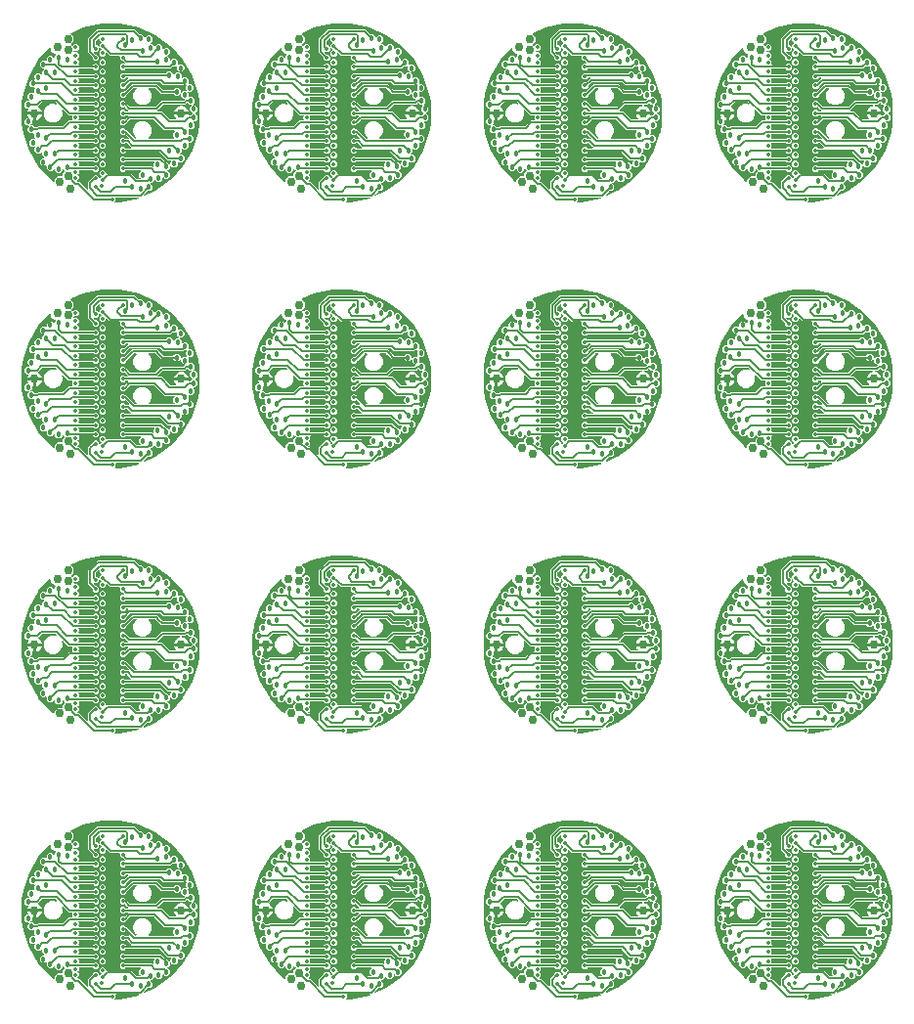
<source format=gbr>
G04 EAGLE Gerber RS-274X export*
G75*
%MOMM*%
%FSLAX34Y34*%
%LPD*%
%INCopper Layer 15*%
%IPPOS*%
%AMOC8*
5,1,8,0,0,1.08239X$1,22.5*%
G01*
%ADD10C,0.750000*%
%ADD11C,0.457200*%
%ADD12C,0.352400*%
%ADD13C,0.127000*%
%ADD14C,0.150000*%

G36*
X239229Y608368D02*
X239229Y608368D01*
X239233Y608368D01*
X239259Y608376D01*
X239405Y608416D01*
X248586Y612472D01*
X248626Y612500D01*
X248700Y612537D01*
X261698Y621895D01*
X261732Y621930D01*
X261796Y621983D01*
X272582Y633822D01*
X272608Y633864D01*
X272660Y633928D01*
X280769Y647740D01*
X280786Y647787D01*
X280823Y647860D01*
X285905Y663049D01*
X285911Y663089D01*
X285929Y663145D01*
X287125Y670249D01*
X287125Y670292D01*
X287134Y670354D01*
X287134Y689646D01*
X287127Y689688D01*
X287125Y689751D01*
X285929Y696855D01*
X285915Y696894D01*
X285905Y696951D01*
X280823Y712140D01*
X280799Y712183D01*
X280769Y712260D01*
X272660Y726072D01*
X272653Y726079D01*
X272650Y726089D01*
X272619Y726122D01*
X272582Y726178D01*
X261796Y738017D01*
X261757Y738048D01*
X261698Y738105D01*
X248700Y747463D01*
X248655Y747484D01*
X248586Y747528D01*
X233935Y754000D01*
X233887Y754012D01*
X233810Y754040D01*
X218139Y757348D01*
X218090Y757349D01*
X218008Y757361D01*
X201992Y757361D01*
X201943Y757352D01*
X201861Y757348D01*
X186190Y754040D01*
X186144Y754022D01*
X186065Y754000D01*
X175590Y749372D01*
X175532Y749333D01*
X175469Y749302D01*
X175439Y749271D01*
X175404Y749247D01*
X175363Y749190D01*
X175315Y749139D01*
X175298Y749099D01*
X175273Y749064D01*
X175255Y748997D01*
X175227Y748932D01*
X175225Y748889D01*
X175214Y748848D01*
X175220Y748778D01*
X175217Y748708D01*
X175230Y748667D01*
X175234Y748625D01*
X175264Y748561D01*
X175286Y748494D01*
X175315Y748455D01*
X175331Y748422D01*
X175361Y748393D01*
X175397Y748344D01*
X177767Y745974D01*
X177767Y742026D01*
X175690Y739949D01*
X175652Y739895D01*
X175607Y739847D01*
X175589Y739803D01*
X175562Y739764D01*
X175545Y739701D01*
X175520Y739640D01*
X175517Y739593D01*
X175506Y739547D01*
X175512Y739482D01*
X175510Y739416D01*
X175524Y739371D01*
X175529Y739324D01*
X175558Y739265D01*
X175578Y739202D01*
X175611Y739158D01*
X175628Y739123D01*
X175657Y739096D01*
X175690Y739052D01*
X176207Y738534D01*
X176237Y738513D01*
X176251Y738499D01*
X176269Y738489D01*
X176309Y738451D01*
X176353Y738433D01*
X176391Y738406D01*
X176455Y738389D01*
X176516Y738364D01*
X176563Y738362D01*
X176609Y738350D01*
X176674Y738357D01*
X176740Y738354D01*
X176785Y738368D01*
X176832Y738373D01*
X176891Y738402D01*
X176954Y738422D01*
X176998Y738455D01*
X177033Y738473D01*
X177060Y738501D01*
X177082Y738517D01*
X177090Y738522D01*
X177092Y738525D01*
X177104Y738534D01*
X178349Y739779D01*
X180651Y739779D01*
X182279Y738151D01*
X182279Y735849D01*
X180651Y734221D01*
X178401Y734221D01*
X178336Y734210D01*
X178270Y734208D01*
X178227Y734190D01*
X178180Y734182D01*
X178123Y734148D01*
X178063Y734123D01*
X178028Y734092D01*
X177987Y734067D01*
X177945Y734016D01*
X177897Y733972D01*
X177875Y733930D01*
X177846Y733893D01*
X177825Y733831D01*
X177794Y733772D01*
X177786Y733718D01*
X177774Y733681D01*
X177775Y733641D01*
X177767Y733587D01*
X177767Y733413D01*
X177778Y733348D01*
X177780Y733282D01*
X177798Y733239D01*
X177806Y733192D01*
X177840Y733135D01*
X177865Y733075D01*
X177896Y733040D01*
X177921Y732999D01*
X177972Y732957D01*
X178016Y732909D01*
X178058Y732887D01*
X178095Y732858D01*
X178157Y732837D01*
X178216Y732806D01*
X178270Y732798D01*
X178307Y732786D01*
X178347Y732787D01*
X178401Y732779D01*
X180651Y732779D01*
X182279Y731151D01*
X182279Y728849D01*
X180878Y727449D01*
X180841Y727394D01*
X180795Y727347D01*
X180777Y727303D01*
X180750Y727264D01*
X180734Y727201D01*
X180708Y727140D01*
X180706Y727093D01*
X180694Y727047D01*
X180701Y726982D01*
X180698Y726916D01*
X180713Y726871D01*
X180717Y726824D01*
X180747Y726765D01*
X180767Y726702D01*
X180799Y726658D01*
X180817Y726623D01*
X180846Y726596D01*
X180878Y726552D01*
X182279Y725151D01*
X182279Y722849D01*
X182164Y722734D01*
X182113Y722661D01*
X182057Y722592D01*
X182050Y722570D01*
X182036Y722550D01*
X182014Y722464D01*
X181985Y722380D01*
X181986Y722356D01*
X181980Y722333D01*
X181989Y722244D01*
X181992Y722155D01*
X182001Y722134D01*
X182003Y722110D01*
X182043Y722030D01*
X182076Y721948D01*
X182092Y721930D01*
X182103Y721909D01*
X182167Y721848D01*
X182228Y721782D01*
X182249Y721771D01*
X182266Y721755D01*
X182348Y721720D01*
X182427Y721679D01*
X182453Y721676D01*
X182473Y721667D01*
X182523Y721665D01*
X182613Y721652D01*
X194459Y721652D01*
X194501Y721659D01*
X194543Y721657D01*
X194611Y721679D01*
X194680Y721691D01*
X194717Y721713D01*
X194757Y721726D01*
X194830Y721780D01*
X194873Y721806D01*
X194887Y721822D01*
X194908Y721838D01*
X195849Y722779D01*
X198151Y722779D01*
X199779Y721151D01*
X199779Y718849D01*
X198151Y717221D01*
X195849Y717221D01*
X194908Y718162D01*
X194873Y718187D01*
X194844Y718218D01*
X194781Y718250D01*
X194724Y718291D01*
X194682Y718301D01*
X194645Y718321D01*
X194555Y718334D01*
X194506Y718347D01*
X194486Y718344D01*
X194459Y718348D01*
X182613Y718348D01*
X182525Y718333D01*
X182436Y718323D01*
X182415Y718313D01*
X182392Y718309D01*
X182315Y718263D01*
X182235Y718224D01*
X182219Y718207D01*
X182199Y718194D01*
X182143Y718125D01*
X182081Y718061D01*
X182072Y718039D01*
X182057Y718020D01*
X182029Y717936D01*
X181994Y717854D01*
X181993Y717830D01*
X181985Y717808D01*
X181988Y717719D01*
X181984Y717630D01*
X181991Y717607D01*
X181992Y717583D01*
X182025Y717501D01*
X182053Y717416D01*
X182068Y717395D01*
X182076Y717376D01*
X182110Y717338D01*
X182164Y717266D01*
X182279Y717151D01*
X182279Y714849D01*
X182164Y714734D01*
X182113Y714661D01*
X182057Y714592D01*
X182050Y714570D01*
X182036Y714550D01*
X182014Y714464D01*
X181985Y714380D01*
X181986Y714356D01*
X181980Y714333D01*
X181989Y714244D01*
X181992Y714155D01*
X182001Y714134D01*
X182003Y714110D01*
X182043Y714030D01*
X182076Y713948D01*
X182092Y713930D01*
X182103Y713909D01*
X182167Y713848D01*
X182228Y713782D01*
X182249Y713771D01*
X182266Y713755D01*
X182348Y713720D01*
X182427Y713679D01*
X182453Y713676D01*
X182473Y713667D01*
X182523Y713665D01*
X182613Y713652D01*
X194459Y713652D01*
X194501Y713659D01*
X194543Y713657D01*
X194611Y713679D01*
X194680Y713691D01*
X194717Y713713D01*
X194757Y713726D01*
X194830Y713780D01*
X194873Y713806D01*
X194887Y713822D01*
X194908Y713838D01*
X195849Y714779D01*
X198151Y714779D01*
X199779Y713151D01*
X199779Y710849D01*
X198151Y709221D01*
X195849Y709221D01*
X194908Y710162D01*
X194873Y710187D01*
X194844Y710218D01*
X194781Y710250D01*
X194724Y710291D01*
X194682Y710301D01*
X194645Y710321D01*
X194555Y710334D01*
X194506Y710347D01*
X194486Y710344D01*
X194459Y710348D01*
X182613Y710348D01*
X182525Y710333D01*
X182436Y710323D01*
X182415Y710313D01*
X182392Y710309D01*
X182315Y710263D01*
X182235Y710224D01*
X182219Y710207D01*
X182199Y710194D01*
X182143Y710125D01*
X182081Y710061D01*
X182072Y710039D01*
X182057Y710020D01*
X182029Y709936D01*
X181994Y709854D01*
X181993Y709830D01*
X181985Y709808D01*
X181988Y709719D01*
X181984Y709630D01*
X181991Y709607D01*
X181992Y709583D01*
X182025Y709501D01*
X182053Y709416D01*
X182068Y709395D01*
X182076Y709376D01*
X182110Y709338D01*
X182164Y709266D01*
X182279Y709151D01*
X182279Y706849D01*
X182164Y706734D01*
X182113Y706661D01*
X182057Y706592D01*
X182050Y706570D01*
X182036Y706550D01*
X182014Y706464D01*
X181985Y706380D01*
X181986Y706356D01*
X181980Y706333D01*
X181989Y706244D01*
X181992Y706155D01*
X182001Y706134D01*
X182003Y706110D01*
X182043Y706030D01*
X182076Y705948D01*
X182092Y705930D01*
X182103Y705909D01*
X182167Y705848D01*
X182228Y705782D01*
X182249Y705771D01*
X182266Y705755D01*
X182348Y705720D01*
X182427Y705679D01*
X182453Y705676D01*
X182473Y705667D01*
X182523Y705665D01*
X182613Y705652D01*
X194459Y705652D01*
X194501Y705659D01*
X194543Y705657D01*
X194611Y705679D01*
X194680Y705691D01*
X194717Y705713D01*
X194757Y705726D01*
X194830Y705780D01*
X194873Y705806D01*
X194887Y705822D01*
X194908Y705838D01*
X195849Y706779D01*
X198151Y706779D01*
X199779Y705151D01*
X199779Y702849D01*
X198151Y701221D01*
X195849Y701221D01*
X194908Y702162D01*
X194873Y702187D01*
X194844Y702218D01*
X194781Y702250D01*
X194724Y702291D01*
X194682Y702301D01*
X194645Y702321D01*
X194555Y702334D01*
X194506Y702347D01*
X194486Y702344D01*
X194459Y702348D01*
X182613Y702348D01*
X182525Y702333D01*
X182436Y702323D01*
X182415Y702313D01*
X182392Y702309D01*
X182315Y702263D01*
X182235Y702224D01*
X182219Y702207D01*
X182199Y702194D01*
X182143Y702125D01*
X182081Y702061D01*
X182072Y702039D01*
X182057Y702020D01*
X182029Y701936D01*
X181994Y701854D01*
X181993Y701830D01*
X181985Y701808D01*
X181988Y701719D01*
X181984Y701630D01*
X181991Y701607D01*
X181992Y701583D01*
X182025Y701501D01*
X182053Y701416D01*
X182068Y701395D01*
X182076Y701376D01*
X182110Y701338D01*
X182164Y701266D01*
X182279Y701151D01*
X182279Y698849D01*
X182164Y698734D01*
X182113Y698661D01*
X182057Y698592D01*
X182050Y698570D01*
X182036Y698550D01*
X182014Y698464D01*
X181985Y698380D01*
X181986Y698356D01*
X181980Y698333D01*
X181989Y698244D01*
X181992Y698155D01*
X182001Y698134D01*
X182003Y698110D01*
X182043Y698030D01*
X182076Y697948D01*
X182092Y697930D01*
X182103Y697909D01*
X182167Y697848D01*
X182228Y697782D01*
X182249Y697771D01*
X182266Y697755D01*
X182348Y697720D01*
X182427Y697679D01*
X182453Y697676D01*
X182473Y697667D01*
X182523Y697665D01*
X182613Y697652D01*
X194459Y697652D01*
X194501Y697659D01*
X194543Y697657D01*
X194611Y697679D01*
X194680Y697691D01*
X194717Y697713D01*
X194757Y697726D01*
X194830Y697780D01*
X194873Y697806D01*
X194887Y697822D01*
X194908Y697838D01*
X195849Y698779D01*
X198151Y698779D01*
X199779Y697151D01*
X199779Y694849D01*
X198151Y693221D01*
X195849Y693221D01*
X194908Y694162D01*
X194873Y694187D01*
X194844Y694218D01*
X194781Y694250D01*
X194724Y694291D01*
X194682Y694301D01*
X194645Y694321D01*
X194555Y694334D01*
X194506Y694347D01*
X194486Y694344D01*
X194459Y694348D01*
X182613Y694348D01*
X182525Y694333D01*
X182436Y694323D01*
X182415Y694313D01*
X182392Y694309D01*
X182315Y694263D01*
X182235Y694224D01*
X182219Y694207D01*
X182199Y694194D01*
X182143Y694125D01*
X182081Y694061D01*
X182072Y694039D01*
X182057Y694020D01*
X182029Y693936D01*
X181994Y693854D01*
X181993Y693830D01*
X181985Y693808D01*
X181988Y693719D01*
X181984Y693630D01*
X181991Y693607D01*
X181992Y693583D01*
X182025Y693501D01*
X182053Y693416D01*
X182068Y693395D01*
X182076Y693376D01*
X182110Y693338D01*
X182164Y693266D01*
X182279Y693151D01*
X182279Y690849D01*
X182164Y690734D01*
X182113Y690661D01*
X182057Y690592D01*
X182050Y690570D01*
X182036Y690550D01*
X182014Y690464D01*
X181985Y690380D01*
X181986Y690356D01*
X181980Y690333D01*
X181989Y690244D01*
X181992Y690155D01*
X182001Y690134D01*
X182003Y690110D01*
X182043Y690030D01*
X182076Y689948D01*
X182092Y689930D01*
X182103Y689909D01*
X182167Y689848D01*
X182228Y689782D01*
X182249Y689771D01*
X182266Y689755D01*
X182348Y689720D01*
X182427Y689679D01*
X182453Y689676D01*
X182473Y689667D01*
X182523Y689665D01*
X182613Y689652D01*
X194459Y689652D01*
X194501Y689659D01*
X194544Y689657D01*
X194611Y689679D01*
X194680Y689691D01*
X194717Y689713D01*
X194757Y689726D01*
X194830Y689780D01*
X194873Y689806D01*
X194887Y689822D01*
X194908Y689838D01*
X195849Y690779D01*
X198151Y690779D01*
X199779Y689151D01*
X199779Y686849D01*
X198151Y685221D01*
X195849Y685221D01*
X194908Y686162D01*
X194873Y686187D01*
X194844Y686218D01*
X194781Y686250D01*
X194724Y686291D01*
X194683Y686301D01*
X194645Y686321D01*
X194555Y686334D01*
X194506Y686347D01*
X194486Y686344D01*
X194459Y686348D01*
X182613Y686348D01*
X182525Y686333D01*
X182436Y686323D01*
X182415Y686313D01*
X182392Y686309D01*
X182315Y686263D01*
X182235Y686224D01*
X182219Y686207D01*
X182199Y686194D01*
X182143Y686125D01*
X182081Y686061D01*
X182072Y686039D01*
X182057Y686020D01*
X182029Y685936D01*
X181994Y685854D01*
X181993Y685830D01*
X181985Y685808D01*
X181988Y685719D01*
X181984Y685630D01*
X181991Y685607D01*
X181992Y685583D01*
X182025Y685501D01*
X182053Y685416D01*
X182068Y685395D01*
X182076Y685376D01*
X182110Y685338D01*
X182164Y685266D01*
X182279Y685151D01*
X182279Y682849D01*
X182164Y682734D01*
X182113Y682661D01*
X182057Y682592D01*
X182050Y682570D01*
X182036Y682550D01*
X182014Y682464D01*
X181985Y682380D01*
X181986Y682356D01*
X181980Y682333D01*
X181989Y682244D01*
X181992Y682155D01*
X182001Y682134D01*
X182003Y682110D01*
X182043Y682030D01*
X182076Y681948D01*
X182092Y681930D01*
X182103Y681909D01*
X182167Y681848D01*
X182228Y681782D01*
X182249Y681771D01*
X182266Y681755D01*
X182348Y681720D01*
X182427Y681679D01*
X182453Y681676D01*
X182473Y681667D01*
X182523Y681665D01*
X182613Y681652D01*
X194459Y681652D01*
X194501Y681659D01*
X194543Y681657D01*
X194611Y681679D01*
X194680Y681691D01*
X194717Y681713D01*
X194757Y681726D01*
X194830Y681780D01*
X194873Y681806D01*
X194887Y681822D01*
X194908Y681838D01*
X195849Y682779D01*
X198151Y682779D01*
X199779Y681151D01*
X199779Y678849D01*
X198151Y677221D01*
X195849Y677221D01*
X194908Y678162D01*
X194873Y678187D01*
X194844Y678218D01*
X194781Y678250D01*
X194724Y678291D01*
X194682Y678301D01*
X194645Y678321D01*
X194555Y678334D01*
X194506Y678347D01*
X194486Y678344D01*
X194459Y678348D01*
X182613Y678348D01*
X182525Y678333D01*
X182436Y678323D01*
X182415Y678313D01*
X182392Y678309D01*
X182315Y678263D01*
X182235Y678224D01*
X182219Y678207D01*
X182199Y678194D01*
X182143Y678125D01*
X182081Y678061D01*
X182072Y678039D01*
X182057Y678020D01*
X182029Y677936D01*
X181994Y677854D01*
X181993Y677830D01*
X181985Y677808D01*
X181988Y677719D01*
X181984Y677630D01*
X181991Y677607D01*
X181992Y677583D01*
X182025Y677501D01*
X182053Y677416D01*
X182068Y677395D01*
X182076Y677376D01*
X182110Y677338D01*
X182164Y677266D01*
X182279Y677151D01*
X182279Y674849D01*
X182164Y674734D01*
X182113Y674661D01*
X182057Y674592D01*
X182050Y674570D01*
X182036Y674550D01*
X182014Y674464D01*
X181985Y674380D01*
X181986Y674356D01*
X181980Y674333D01*
X181989Y674244D01*
X181992Y674155D01*
X182001Y674134D01*
X182003Y674110D01*
X182043Y674030D01*
X182076Y673948D01*
X182092Y673930D01*
X182103Y673909D01*
X182167Y673848D01*
X182228Y673782D01*
X182249Y673771D01*
X182266Y673755D01*
X182348Y673720D01*
X182427Y673679D01*
X182453Y673676D01*
X182473Y673667D01*
X182523Y673665D01*
X182613Y673652D01*
X194459Y673652D01*
X194501Y673659D01*
X194543Y673657D01*
X194611Y673679D01*
X194680Y673691D01*
X194717Y673713D01*
X194757Y673726D01*
X194830Y673780D01*
X194873Y673806D01*
X194887Y673822D01*
X194893Y673827D01*
X194896Y673829D01*
X194897Y673830D01*
X194908Y673838D01*
X195849Y674779D01*
X198151Y674779D01*
X199779Y673151D01*
X199779Y670849D01*
X198151Y669221D01*
X195849Y669221D01*
X194908Y670162D01*
X194873Y670187D01*
X194844Y670218D01*
X194781Y670250D01*
X194724Y670291D01*
X194682Y670301D01*
X194645Y670321D01*
X194555Y670334D01*
X194506Y670347D01*
X194486Y670344D01*
X194459Y670348D01*
X182613Y670348D01*
X182525Y670333D01*
X182436Y670323D01*
X182415Y670313D01*
X182392Y670309D01*
X182315Y670263D01*
X182235Y670224D01*
X182219Y670207D01*
X182199Y670194D01*
X182143Y670125D01*
X182081Y670061D01*
X182072Y670039D01*
X182057Y670020D01*
X182029Y669936D01*
X181994Y669854D01*
X181993Y669830D01*
X181985Y669808D01*
X181988Y669719D01*
X181984Y669630D01*
X181991Y669607D01*
X181992Y669583D01*
X182025Y669501D01*
X182053Y669416D01*
X182068Y669395D01*
X182076Y669376D01*
X182110Y669338D01*
X182164Y669266D01*
X182279Y669151D01*
X182279Y666849D01*
X182164Y666734D01*
X182113Y666661D01*
X182057Y666592D01*
X182050Y666570D01*
X182036Y666550D01*
X182014Y666464D01*
X181985Y666380D01*
X181986Y666356D01*
X181980Y666333D01*
X181989Y666244D01*
X181992Y666155D01*
X182001Y666134D01*
X182003Y666110D01*
X182043Y666030D01*
X182076Y665948D01*
X182092Y665930D01*
X182103Y665909D01*
X182167Y665848D01*
X182228Y665782D01*
X182249Y665771D01*
X182266Y665755D01*
X182348Y665720D01*
X182427Y665679D01*
X182453Y665676D01*
X182473Y665667D01*
X182523Y665665D01*
X182613Y665652D01*
X194459Y665652D01*
X194501Y665659D01*
X194543Y665657D01*
X194611Y665679D01*
X194680Y665691D01*
X194717Y665713D01*
X194757Y665726D01*
X194830Y665780D01*
X194873Y665806D01*
X194887Y665822D01*
X194908Y665838D01*
X195849Y666779D01*
X198151Y666779D01*
X199779Y665151D01*
X199779Y662849D01*
X198151Y661221D01*
X195849Y661221D01*
X194908Y662162D01*
X194873Y662187D01*
X194844Y662218D01*
X194781Y662250D01*
X194724Y662291D01*
X194682Y662301D01*
X194645Y662321D01*
X194555Y662334D01*
X194506Y662347D01*
X194486Y662344D01*
X194459Y662348D01*
X182613Y662348D01*
X182525Y662333D01*
X182436Y662323D01*
X182415Y662313D01*
X182392Y662309D01*
X182315Y662263D01*
X182235Y662224D01*
X182219Y662207D01*
X182199Y662194D01*
X182143Y662125D01*
X182081Y662061D01*
X182072Y662039D01*
X182057Y662020D01*
X182029Y661936D01*
X181994Y661854D01*
X181993Y661830D01*
X181985Y661808D01*
X181988Y661719D01*
X181984Y661630D01*
X181991Y661607D01*
X181992Y661583D01*
X182025Y661501D01*
X182053Y661416D01*
X182068Y661395D01*
X182076Y661376D01*
X182110Y661338D01*
X182164Y661266D01*
X182279Y661151D01*
X182279Y658849D01*
X182164Y658734D01*
X182113Y658661D01*
X182057Y658592D01*
X182050Y658570D01*
X182036Y658550D01*
X182014Y658464D01*
X181985Y658380D01*
X181986Y658356D01*
X181980Y658333D01*
X181989Y658244D01*
X181992Y658155D01*
X182001Y658134D01*
X182003Y658110D01*
X182043Y658030D01*
X182076Y657948D01*
X182092Y657930D01*
X182103Y657909D01*
X182167Y657848D01*
X182228Y657782D01*
X182249Y657771D01*
X182266Y657755D01*
X182348Y657720D01*
X182427Y657679D01*
X182453Y657676D01*
X182473Y657667D01*
X182523Y657665D01*
X182613Y657652D01*
X194459Y657652D01*
X194501Y657659D01*
X194543Y657657D01*
X194611Y657679D01*
X194680Y657691D01*
X194717Y657713D01*
X194757Y657726D01*
X194830Y657780D01*
X194873Y657806D01*
X194887Y657822D01*
X194908Y657838D01*
X195849Y658779D01*
X198151Y658779D01*
X199779Y657151D01*
X199779Y654849D01*
X198151Y653221D01*
X195849Y653221D01*
X194908Y654162D01*
X194873Y654187D01*
X194844Y654218D01*
X194781Y654250D01*
X194724Y654291D01*
X194682Y654301D01*
X194645Y654321D01*
X194555Y654334D01*
X194506Y654347D01*
X194486Y654344D01*
X194459Y654348D01*
X182613Y654348D01*
X182525Y654333D01*
X182436Y654323D01*
X182415Y654313D01*
X182392Y654309D01*
X182315Y654263D01*
X182235Y654224D01*
X182219Y654207D01*
X182199Y654194D01*
X182143Y654125D01*
X182081Y654061D01*
X182072Y654039D01*
X182057Y654020D01*
X182029Y653936D01*
X181994Y653854D01*
X181993Y653830D01*
X181985Y653808D01*
X181988Y653719D01*
X181984Y653630D01*
X181991Y653607D01*
X181992Y653583D01*
X182025Y653501D01*
X182053Y653416D01*
X182068Y653395D01*
X182076Y653376D01*
X182110Y653338D01*
X182164Y653266D01*
X182279Y653151D01*
X182279Y650849D01*
X182164Y650734D01*
X182113Y650661D01*
X182057Y650592D01*
X182050Y650570D01*
X182036Y650550D01*
X182014Y650464D01*
X181985Y650380D01*
X181986Y650356D01*
X181980Y650333D01*
X181989Y650244D01*
X181992Y650155D01*
X182001Y650134D01*
X182003Y650110D01*
X182043Y650030D01*
X182076Y649948D01*
X182092Y649930D01*
X182103Y649909D01*
X182167Y649848D01*
X182228Y649782D01*
X182249Y649771D01*
X182266Y649755D01*
X182348Y649720D01*
X182427Y649679D01*
X182453Y649676D01*
X182473Y649667D01*
X182523Y649665D01*
X182613Y649652D01*
X194459Y649652D01*
X194501Y649659D01*
X194544Y649657D01*
X194611Y649679D01*
X194680Y649691D01*
X194717Y649713D01*
X194757Y649726D01*
X194830Y649780D01*
X194873Y649806D01*
X194887Y649822D01*
X194908Y649838D01*
X195849Y650779D01*
X198151Y650779D01*
X199779Y649151D01*
X199779Y646849D01*
X198151Y645221D01*
X195849Y645221D01*
X194908Y646162D01*
X194873Y646187D01*
X194844Y646218D01*
X194781Y646250D01*
X194724Y646291D01*
X194683Y646301D01*
X194645Y646321D01*
X194555Y646334D01*
X194506Y646347D01*
X194486Y646344D01*
X194459Y646348D01*
X182613Y646348D01*
X182525Y646333D01*
X182436Y646323D01*
X182415Y646313D01*
X182392Y646309D01*
X182315Y646263D01*
X182235Y646224D01*
X182219Y646207D01*
X182199Y646194D01*
X182143Y646125D01*
X182081Y646061D01*
X182072Y646039D01*
X182057Y646020D01*
X182029Y645936D01*
X181994Y645854D01*
X181993Y645830D01*
X181985Y645808D01*
X181988Y645719D01*
X181984Y645630D01*
X181991Y645607D01*
X181992Y645583D01*
X182025Y645501D01*
X182053Y645416D01*
X182068Y645395D01*
X182076Y645376D01*
X182110Y645338D01*
X182164Y645266D01*
X182279Y645151D01*
X182279Y642849D01*
X182164Y642734D01*
X182113Y642661D01*
X182057Y642592D01*
X182050Y642570D01*
X182036Y642550D01*
X182014Y642464D01*
X181985Y642380D01*
X181986Y642356D01*
X181980Y642333D01*
X181989Y642244D01*
X181992Y642155D01*
X182001Y642134D01*
X182003Y642110D01*
X182043Y642030D01*
X182076Y641948D01*
X182092Y641930D01*
X182103Y641909D01*
X182167Y641848D01*
X182228Y641782D01*
X182249Y641771D01*
X182266Y641755D01*
X182348Y641720D01*
X182427Y641679D01*
X182453Y641676D01*
X182473Y641667D01*
X182523Y641665D01*
X182613Y641652D01*
X194459Y641652D01*
X194501Y641659D01*
X194543Y641657D01*
X194611Y641679D01*
X194680Y641691D01*
X194717Y641713D01*
X194757Y641726D01*
X194830Y641780D01*
X194873Y641806D01*
X194887Y641822D01*
X194908Y641838D01*
X195849Y642779D01*
X198151Y642779D01*
X199779Y641151D01*
X199779Y638849D01*
X198151Y637221D01*
X195849Y637221D01*
X194908Y638162D01*
X194873Y638187D01*
X194844Y638218D01*
X194781Y638250D01*
X194724Y638291D01*
X194682Y638301D01*
X194645Y638321D01*
X194555Y638334D01*
X194506Y638347D01*
X194486Y638344D01*
X194459Y638348D01*
X182613Y638348D01*
X182525Y638333D01*
X182436Y638323D01*
X182415Y638313D01*
X182392Y638309D01*
X182315Y638263D01*
X182235Y638224D01*
X182219Y638207D01*
X182199Y638194D01*
X182143Y638125D01*
X182081Y638061D01*
X182072Y638039D01*
X182057Y638020D01*
X182029Y637936D01*
X181994Y637854D01*
X181993Y637830D01*
X181985Y637808D01*
X181988Y637719D01*
X181984Y637630D01*
X181991Y637607D01*
X181992Y637583D01*
X182025Y637501D01*
X182053Y637416D01*
X182068Y637395D01*
X182076Y637376D01*
X182110Y637338D01*
X182164Y637266D01*
X182279Y637151D01*
X182279Y634731D01*
X182290Y634666D01*
X182292Y634600D01*
X182310Y634556D01*
X182318Y634510D01*
X182352Y634453D01*
X182377Y634392D01*
X182408Y634357D01*
X182433Y634317D01*
X182484Y634275D01*
X182528Y634227D01*
X182570Y634205D01*
X182607Y634175D01*
X182669Y634154D01*
X182728Y634124D01*
X182782Y634116D01*
X182819Y634103D01*
X182859Y634105D01*
X182913Y634096D01*
X194904Y634096D01*
X194946Y634104D01*
X194988Y634102D01*
X195055Y634124D01*
X195125Y634136D01*
X195161Y634158D01*
X195202Y634171D01*
X195275Y634225D01*
X195318Y634250D01*
X195331Y634266D01*
X195352Y634282D01*
X195849Y634779D01*
X198151Y634779D01*
X199779Y633151D01*
X199779Y630849D01*
X198151Y629221D01*
X195849Y629221D01*
X194463Y630607D01*
X194428Y630631D01*
X194400Y630663D01*
X194337Y630695D01*
X194279Y630735D01*
X194238Y630746D01*
X194200Y630765D01*
X194110Y630779D01*
X194062Y630791D01*
X194041Y630789D01*
X194015Y630793D01*
X182913Y630793D01*
X182848Y630781D01*
X182782Y630779D01*
X182739Y630762D01*
X182692Y630753D01*
X182635Y630720D01*
X182575Y630695D01*
X182540Y630663D01*
X182499Y630639D01*
X182457Y630588D01*
X182409Y630544D01*
X182387Y630502D01*
X182358Y630465D01*
X182337Y630403D01*
X182306Y630344D01*
X182298Y630290D01*
X182286Y630252D01*
X182287Y630213D01*
X182279Y630159D01*
X182279Y627849D01*
X181378Y626949D01*
X181341Y626894D01*
X181295Y626847D01*
X181277Y626803D01*
X181250Y626764D01*
X181234Y626701D01*
X181208Y626640D01*
X181206Y626593D01*
X181194Y626547D01*
X181201Y626482D01*
X181198Y626416D01*
X181213Y626371D01*
X181217Y626324D01*
X181247Y626265D01*
X181267Y626202D01*
X181299Y626158D01*
X181317Y626123D01*
X181346Y626096D01*
X181378Y626052D01*
X182279Y625151D01*
X182279Y622849D01*
X181279Y621849D01*
X181228Y621776D01*
X181172Y621707D01*
X181165Y621685D01*
X181151Y621665D01*
X181129Y621579D01*
X181100Y621495D01*
X181101Y621471D01*
X181095Y621448D01*
X181104Y621359D01*
X181107Y621270D01*
X181116Y621248D01*
X181118Y621225D01*
X181158Y621145D01*
X181191Y621063D01*
X181207Y621045D01*
X181218Y621024D01*
X181283Y620963D01*
X181343Y620897D01*
X181364Y620886D01*
X181381Y620870D01*
X181463Y620835D01*
X181542Y620794D01*
X181568Y620791D01*
X181588Y620782D01*
X181638Y620780D01*
X181728Y620767D01*
X182732Y620767D01*
X183953Y619546D01*
X189266Y614233D01*
X189299Y614210D01*
X189321Y614186D01*
X189358Y614167D01*
X189408Y614126D01*
X189430Y614118D01*
X189450Y614105D01*
X189506Y614090D01*
X189521Y614083D01*
X189546Y614079D01*
X189620Y614054D01*
X189644Y614055D01*
X189667Y614049D01*
X189756Y614058D01*
X189845Y614061D01*
X189867Y614070D01*
X189890Y614072D01*
X189970Y614112D01*
X190052Y614145D01*
X190070Y614161D01*
X190091Y614172D01*
X190125Y614207D01*
X190128Y614209D01*
X190137Y614220D01*
X190152Y614236D01*
X190218Y614296D01*
X190229Y614318D01*
X190245Y614335D01*
X190262Y614374D01*
X190269Y614383D01*
X190282Y614422D01*
X190321Y614496D01*
X190324Y614522D01*
X190333Y614542D01*
X190334Y614575D01*
X190341Y614596D01*
X190340Y614628D01*
X190348Y614681D01*
X190348Y620684D01*
X194035Y624371D01*
X194060Y624406D01*
X194091Y624435D01*
X194123Y624498D01*
X194164Y624556D01*
X194174Y624597D01*
X194194Y624635D01*
X194206Y624721D01*
X194214Y624744D01*
X194214Y624752D01*
X194220Y624773D01*
X194217Y624794D01*
X194221Y624820D01*
X194221Y625151D01*
X195849Y626779D01*
X198151Y626779D01*
X199779Y625151D01*
X199779Y624240D01*
X199795Y624152D01*
X199804Y624063D01*
X199814Y624042D01*
X199818Y624019D01*
X199864Y623942D01*
X199903Y623862D01*
X199920Y623846D01*
X199933Y623826D01*
X200002Y623770D01*
X200066Y623708D01*
X200088Y623699D01*
X200107Y623684D01*
X200191Y623656D01*
X200273Y623621D01*
X200297Y623620D01*
X200319Y623612D01*
X200408Y623615D01*
X200497Y623611D01*
X200520Y623618D01*
X200544Y623619D01*
X200626Y623652D01*
X200711Y623680D01*
X200732Y623695D01*
X200751Y623703D01*
X200789Y623737D01*
X200861Y623791D01*
X201622Y624552D01*
X201659Y624605D01*
X201705Y624653D01*
X201723Y624697D01*
X201750Y624736D01*
X201766Y624799D01*
X201792Y624860D01*
X201794Y624907D01*
X201806Y624953D01*
X201799Y625018D01*
X201802Y625084D01*
X201787Y625129D01*
X201783Y625176D01*
X201753Y625235D01*
X201733Y625298D01*
X201701Y625342D01*
X201683Y625377D01*
X201655Y625404D01*
X201622Y625448D01*
X200221Y626849D01*
X200221Y629151D01*
X201849Y630779D01*
X204151Y630779D01*
X205779Y629151D01*
X205779Y628286D01*
X205790Y628221D01*
X205792Y628155D01*
X205810Y628112D01*
X205818Y628065D01*
X205852Y628008D01*
X205877Y627948D01*
X205908Y627913D01*
X205933Y627872D01*
X205984Y627830D01*
X206028Y627782D01*
X206070Y627760D01*
X206107Y627731D01*
X206169Y627710D01*
X206228Y627679D01*
X206282Y627671D01*
X206319Y627659D01*
X206359Y627660D01*
X206413Y627652D01*
X227684Y627652D01*
X232498Y622838D01*
X232533Y622813D01*
X232562Y622782D01*
X232625Y622750D01*
X232683Y622709D01*
X232724Y622699D01*
X232762Y622679D01*
X232851Y622666D01*
X232900Y622653D01*
X232921Y622656D01*
X232947Y622652D01*
X234974Y622652D01*
X235062Y622667D01*
X235151Y622677D01*
X235172Y622687D01*
X235195Y622691D01*
X235272Y622737D01*
X235352Y622776D01*
X235368Y622793D01*
X235388Y622806D01*
X235445Y622875D01*
X235506Y622939D01*
X235515Y622961D01*
X235530Y622980D01*
X235558Y623064D01*
X235593Y623146D01*
X235594Y623170D01*
X235602Y623192D01*
X235599Y623281D01*
X235603Y623370D01*
X235596Y623393D01*
X235595Y623417D01*
X235562Y623499D01*
X235534Y623584D01*
X235519Y623605D01*
X235511Y623624D01*
X235477Y623662D01*
X235423Y623734D01*
X234131Y625026D01*
X234131Y627762D01*
X235635Y629266D01*
X235686Y629339D01*
X235742Y629408D01*
X235749Y629430D01*
X235763Y629450D01*
X235785Y629536D01*
X235814Y629620D01*
X235813Y629644D01*
X235819Y629667D01*
X235810Y629756D01*
X235807Y629845D01*
X235798Y629867D01*
X235796Y629890D01*
X235756Y629970D01*
X235723Y630052D01*
X235707Y630070D01*
X235696Y630091D01*
X235632Y630152D01*
X235571Y630218D01*
X235550Y630229D01*
X235533Y630245D01*
X235451Y630280D01*
X235372Y630321D01*
X235346Y630324D01*
X235326Y630333D01*
X235276Y630335D01*
X235186Y630348D01*
X223041Y630348D01*
X222999Y630341D01*
X222957Y630343D01*
X222889Y630321D01*
X222820Y630309D01*
X222783Y630287D01*
X222743Y630274D01*
X222670Y630220D01*
X222627Y630194D01*
X222613Y630178D01*
X222592Y630162D01*
X221651Y629221D01*
X219349Y629221D01*
X217721Y630849D01*
X217721Y633151D01*
X219349Y634779D01*
X221651Y634779D01*
X222592Y633838D01*
X222627Y633813D01*
X222656Y633782D01*
X222719Y633750D01*
X222776Y633709D01*
X222818Y633699D01*
X222855Y633679D01*
X222945Y633666D01*
X222994Y633653D01*
X223014Y633656D01*
X223041Y633652D01*
X245684Y633652D01*
X245988Y633348D01*
X246061Y633297D01*
X246130Y633241D01*
X246153Y633233D01*
X246172Y633220D01*
X246259Y633197D01*
X246343Y633169D01*
X246367Y633170D01*
X246390Y633164D01*
X246478Y633173D01*
X246567Y633176D01*
X246589Y633184D01*
X246613Y633187D01*
X246693Y633227D01*
X246775Y633260D01*
X246793Y633276D01*
X246814Y633286D01*
X246875Y633351D01*
X246941Y633411D01*
X246952Y633432D01*
X246968Y633450D01*
X247003Y633532D01*
X247043Y633611D01*
X247047Y633637D01*
X247055Y633656D01*
X247058Y633707D01*
X247071Y633796D01*
X247071Y636689D01*
X247647Y637266D01*
X247698Y637339D01*
X247754Y637408D01*
X247762Y637430D01*
X247775Y637450D01*
X247798Y637536D01*
X247826Y637620D01*
X247825Y637644D01*
X247831Y637667D01*
X247822Y637756D01*
X247820Y637845D01*
X247811Y637867D01*
X247808Y637890D01*
X247769Y637970D01*
X247735Y638052D01*
X247719Y638070D01*
X247709Y638091D01*
X247644Y638152D01*
X247584Y638218D01*
X247563Y638229D01*
X247545Y638245D01*
X247463Y638280D01*
X247384Y638321D01*
X247358Y638324D01*
X247339Y638333D01*
X247288Y638335D01*
X247199Y638348D01*
X223041Y638348D01*
X222999Y638341D01*
X222957Y638343D01*
X222889Y638321D01*
X222820Y638309D01*
X222783Y638287D01*
X222743Y638274D01*
X222670Y638220D01*
X222627Y638194D01*
X222613Y638178D01*
X222592Y638162D01*
X221651Y637221D01*
X219349Y637221D01*
X217721Y638849D01*
X217721Y641151D01*
X219349Y642779D01*
X221651Y642779D01*
X222592Y641838D01*
X222627Y641813D01*
X222656Y641782D01*
X222719Y641750D01*
X222776Y641709D01*
X222818Y641699D01*
X222855Y641679D01*
X222945Y641666D01*
X222994Y641653D01*
X223014Y641656D01*
X223041Y641652D01*
X253684Y641652D01*
X257757Y637579D01*
X257792Y637554D01*
X257821Y637523D01*
X257884Y637491D01*
X257942Y637450D01*
X257983Y637440D01*
X258020Y637420D01*
X258110Y637407D01*
X258159Y637395D01*
X258180Y637397D01*
X258206Y637393D01*
X259039Y637393D01*
X260384Y636048D01*
X260457Y635997D01*
X260526Y635941D01*
X260549Y635933D01*
X260568Y635919D01*
X260654Y635897D01*
X260739Y635869D01*
X260762Y635869D01*
X260785Y635863D01*
X260874Y635873D01*
X260963Y635875D01*
X260985Y635884D01*
X261008Y635887D01*
X261088Y635926D01*
X261171Y635960D01*
X261188Y635976D01*
X261210Y635986D01*
X261271Y636051D01*
X261336Y636111D01*
X261347Y636132D01*
X261364Y636149D01*
X261398Y636231D01*
X261439Y636311D01*
X261443Y636337D01*
X261451Y636356D01*
X261453Y636406D01*
X261467Y636496D01*
X261467Y637635D01*
X262097Y638266D01*
X262148Y638339D01*
X262204Y638408D01*
X262212Y638430D01*
X262226Y638450D01*
X262248Y638536D01*
X262276Y638620D01*
X262276Y638644D01*
X262282Y638667D01*
X262272Y638756D01*
X262270Y638845D01*
X262261Y638867D01*
X262258Y638890D01*
X262219Y638970D01*
X262185Y639052D01*
X262169Y639070D01*
X262159Y639091D01*
X262094Y639152D01*
X262034Y639218D01*
X262013Y639229D01*
X261996Y639245D01*
X261914Y639280D01*
X261834Y639321D01*
X261808Y639324D01*
X261789Y639333D01*
X261739Y639335D01*
X261649Y639348D01*
X259316Y639348D01*
X252502Y646162D01*
X252467Y646187D01*
X252438Y646218D01*
X252375Y646250D01*
X252317Y646291D01*
X252276Y646301D01*
X252238Y646321D01*
X252149Y646334D01*
X252100Y646347D01*
X252079Y646344D01*
X252053Y646348D01*
X223041Y646348D01*
X222999Y646341D01*
X222957Y646343D01*
X222889Y646321D01*
X222820Y646309D01*
X222783Y646287D01*
X222743Y646274D01*
X222670Y646220D01*
X222627Y646194D01*
X222613Y646178D01*
X222592Y646162D01*
X221651Y645221D01*
X219349Y645221D01*
X217721Y646849D01*
X217721Y649151D01*
X219349Y650779D01*
X221651Y650779D01*
X222592Y649838D01*
X222627Y649813D01*
X222656Y649782D01*
X222719Y649750D01*
X222776Y649709D01*
X222818Y649699D01*
X222855Y649679D01*
X222945Y649666D01*
X222994Y649653D01*
X223014Y649656D01*
X223041Y649652D01*
X226981Y649652D01*
X227069Y649668D01*
X227157Y649677D01*
X227179Y649687D01*
X227202Y649691D01*
X227279Y649737D01*
X227358Y649776D01*
X227375Y649793D01*
X227395Y649806D01*
X227451Y649875D01*
X227512Y649939D01*
X227522Y649961D01*
X227537Y649980D01*
X227565Y650064D01*
X227600Y650146D01*
X227601Y650170D01*
X227608Y650192D01*
X227606Y650281D01*
X227610Y650370D01*
X227603Y650393D01*
X227602Y650417D01*
X227568Y650499D01*
X227541Y650584D01*
X227525Y650605D01*
X227518Y650624D01*
X227484Y650662D01*
X227430Y650734D01*
X224002Y654163D01*
X223967Y654187D01*
X223938Y654218D01*
X223875Y654250D01*
X223817Y654291D01*
X223776Y654301D01*
X223738Y654321D01*
X223649Y654334D01*
X223600Y654347D01*
X223579Y654344D01*
X223553Y654348D01*
X223041Y654348D01*
X222999Y654341D01*
X222957Y654343D01*
X222889Y654321D01*
X222820Y654309D01*
X222783Y654287D01*
X222743Y654274D01*
X222670Y654220D01*
X222627Y654194D01*
X222613Y654178D01*
X222592Y654162D01*
X221651Y653221D01*
X219349Y653221D01*
X217721Y654849D01*
X217721Y657151D01*
X219349Y658779D01*
X221651Y658779D01*
X222592Y657838D01*
X222627Y657813D01*
X222656Y657782D01*
X222719Y657750D01*
X222776Y657709D01*
X222818Y657699D01*
X222855Y657679D01*
X222945Y657666D01*
X222994Y657653D01*
X223014Y657656D01*
X223041Y657652D01*
X225235Y657652D01*
X225323Y657668D01*
X225412Y657677D01*
X225433Y657687D01*
X225456Y657691D01*
X225533Y657737D01*
X225613Y657776D01*
X225629Y657793D01*
X225650Y657806D01*
X225706Y657875D01*
X225767Y657939D01*
X225776Y657961D01*
X225791Y657980D01*
X225819Y658064D01*
X225854Y658146D01*
X225855Y658170D01*
X225863Y658192D01*
X225860Y658281D01*
X225864Y658370D01*
X225857Y658393D01*
X225856Y658417D01*
X225823Y658499D01*
X225795Y658584D01*
X225780Y658605D01*
X225772Y658624D01*
X225738Y658662D01*
X225684Y658734D01*
X222873Y661546D01*
X222818Y661583D01*
X222771Y661629D01*
X222727Y661647D01*
X222688Y661674D01*
X222625Y661690D01*
X222564Y661716D01*
X222517Y661718D01*
X222471Y661730D01*
X222406Y661723D01*
X222340Y661726D01*
X222295Y661712D01*
X222248Y661707D01*
X222189Y661677D01*
X222126Y661657D01*
X222082Y661625D01*
X222047Y661607D01*
X222020Y661579D01*
X221976Y661546D01*
X221651Y661221D01*
X219349Y661221D01*
X217721Y662849D01*
X217721Y665151D01*
X219349Y666779D01*
X221651Y666779D01*
X222592Y665838D01*
X222627Y665813D01*
X222656Y665782D01*
X222719Y665750D01*
X222776Y665709D01*
X222818Y665699D01*
X222855Y665679D01*
X222945Y665666D01*
X222994Y665653D01*
X223014Y665656D01*
X223041Y665652D01*
X223439Y665652D01*
X230912Y658179D01*
X230947Y658154D01*
X230975Y658123D01*
X231038Y658091D01*
X231096Y658050D01*
X231137Y658040D01*
X231175Y658020D01*
X231264Y658007D01*
X231313Y657994D01*
X231334Y657997D01*
X231360Y657993D01*
X231627Y657993D01*
X231715Y658008D01*
X231804Y658018D01*
X231825Y658028D01*
X231848Y658032D01*
X231925Y658078D01*
X232005Y658117D01*
X232021Y658134D01*
X232041Y658147D01*
X232098Y658216D01*
X232159Y658280D01*
X232168Y658302D01*
X232183Y658321D01*
X232211Y658405D01*
X232246Y658487D01*
X232247Y658511D01*
X232255Y658533D01*
X232252Y658622D01*
X232256Y658711D01*
X232249Y658734D01*
X232248Y658758D01*
X232215Y658840D01*
X232187Y658925D01*
X232172Y658946D01*
X232164Y658965D01*
X232130Y659003D01*
X232076Y659075D01*
X230697Y660454D01*
X229475Y663404D01*
X229475Y666596D01*
X230697Y669546D01*
X232954Y671803D01*
X235904Y673025D01*
X239096Y673025D01*
X242046Y671803D01*
X244303Y669546D01*
X245525Y666596D01*
X245525Y663404D01*
X244303Y660454D01*
X242924Y659075D01*
X242873Y659002D01*
X242817Y658933D01*
X242810Y658911D01*
X242796Y658891D01*
X242774Y658805D01*
X242745Y658721D01*
X242746Y658697D01*
X242740Y658674D01*
X242749Y658585D01*
X242752Y658496D01*
X242761Y658474D01*
X242763Y658451D01*
X242803Y658371D01*
X242836Y658289D01*
X242852Y658271D01*
X242863Y658250D01*
X242928Y658189D01*
X242988Y658123D01*
X243009Y658112D01*
X243026Y658096D01*
X243108Y658061D01*
X243187Y658020D01*
X243213Y658017D01*
X243233Y658008D01*
X243283Y658006D01*
X243373Y657993D01*
X264603Y657993D01*
X264691Y658008D01*
X264779Y658018D01*
X264800Y658028D01*
X264824Y658032D01*
X264901Y658078D01*
X264980Y658117D01*
X264997Y658134D01*
X265017Y658147D01*
X265073Y658216D01*
X265134Y658280D01*
X265143Y658302D01*
X265158Y658321D01*
X265187Y658405D01*
X265222Y658487D01*
X265223Y658511D01*
X265230Y658533D01*
X265228Y658622D01*
X265232Y658711D01*
X265224Y658734D01*
X265224Y658758D01*
X265190Y658840D01*
X265163Y658925D01*
X265147Y658946D01*
X265139Y658965D01*
X265105Y659003D01*
X265052Y659075D01*
X264001Y660126D01*
X264001Y662862D01*
X265071Y663931D01*
X265122Y664004D01*
X265178Y664073D01*
X265185Y664096D01*
X265199Y664115D01*
X265221Y664201D01*
X265249Y664286D01*
X265249Y664310D01*
X265255Y664333D01*
X265245Y664421D01*
X265243Y664510D01*
X265234Y664532D01*
X265231Y664556D01*
X265192Y664636D01*
X265159Y664718D01*
X265143Y664735D01*
X265132Y664757D01*
X265067Y664818D01*
X265007Y664884D01*
X264986Y664894D01*
X264969Y664911D01*
X264887Y664945D01*
X264808Y664986D01*
X264781Y664990D01*
X264762Y664998D01*
X264712Y665000D01*
X264622Y665014D01*
X256650Y665014D01*
X247502Y674162D01*
X247467Y674187D01*
X247438Y674218D01*
X247375Y674250D01*
X247317Y674291D01*
X247276Y674301D01*
X247238Y674321D01*
X247149Y674334D01*
X247100Y674347D01*
X247079Y674344D01*
X247053Y674348D01*
X226947Y674348D01*
X226905Y674341D01*
X226863Y674343D01*
X226796Y674321D01*
X226726Y674309D01*
X226690Y674287D01*
X226649Y674274D01*
X226576Y674220D01*
X226533Y674194D01*
X226520Y674178D01*
X226498Y674162D01*
X223465Y671129D01*
X223440Y671094D01*
X223409Y671065D01*
X223377Y671002D01*
X223336Y670944D01*
X223326Y670903D01*
X223318Y670888D01*
X221651Y669221D01*
X219349Y669221D01*
X217721Y670849D01*
X217721Y673151D01*
X219349Y674779D01*
X221668Y674779D01*
X221700Y674749D01*
X221744Y674730D01*
X221783Y674703D01*
X221846Y674687D01*
X221907Y674661D01*
X221954Y674659D01*
X222000Y674647D01*
X222065Y674654D01*
X222131Y674651D01*
X222176Y674666D01*
X222223Y674670D01*
X222282Y674700D01*
X222345Y674720D01*
X222389Y674752D01*
X222424Y674770D01*
X222451Y674799D01*
X222495Y674831D01*
X224162Y676498D01*
X224930Y677266D01*
X224981Y677339D01*
X225037Y677408D01*
X225044Y677430D01*
X225058Y677450D01*
X225080Y677536D01*
X225108Y677620D01*
X225108Y677644D01*
X225114Y677667D01*
X225104Y677756D01*
X225102Y677845D01*
X225093Y677867D01*
X225090Y677890D01*
X225051Y677970D01*
X225018Y678052D01*
X225002Y678070D01*
X224991Y678091D01*
X224926Y678152D01*
X224866Y678218D01*
X224845Y678229D01*
X224828Y678245D01*
X224746Y678280D01*
X224667Y678321D01*
X224640Y678324D01*
X224621Y678333D01*
X224571Y678335D01*
X224481Y678348D01*
X223041Y678348D01*
X222999Y678341D01*
X222956Y678343D01*
X222889Y678321D01*
X222820Y678309D01*
X222783Y678287D01*
X222743Y678274D01*
X222670Y678220D01*
X222627Y678194D01*
X222613Y678178D01*
X222592Y678162D01*
X221651Y677221D01*
X219349Y677221D01*
X217721Y678849D01*
X217721Y681151D01*
X219349Y682779D01*
X221651Y682779D01*
X222592Y681838D01*
X222627Y681813D01*
X222656Y681782D01*
X222719Y681750D01*
X222776Y681709D01*
X222817Y681699D01*
X222855Y681679D01*
X222945Y681666D01*
X222994Y681653D01*
X223014Y681656D01*
X223041Y681652D01*
X224481Y681652D01*
X224569Y681667D01*
X224657Y681677D01*
X224679Y681687D01*
X224702Y681691D01*
X224779Y681737D01*
X224858Y681776D01*
X224875Y681793D01*
X224895Y681806D01*
X224951Y681875D01*
X225012Y681939D01*
X225022Y681961D01*
X225037Y681980D01*
X225065Y682064D01*
X225100Y682146D01*
X225101Y682170D01*
X225108Y682192D01*
X225106Y682281D01*
X225110Y682370D01*
X225103Y682393D01*
X225102Y682417D01*
X225068Y682499D01*
X225041Y682584D01*
X225025Y682605D01*
X225018Y682624D01*
X224984Y682662D01*
X224930Y682734D01*
X224162Y683502D01*
X222495Y685169D01*
X222441Y685206D01*
X222393Y685251D01*
X222350Y685270D01*
X222311Y685297D01*
X222247Y685313D01*
X222187Y685339D01*
X222140Y685341D01*
X222094Y685353D01*
X222028Y685346D01*
X221963Y685349D01*
X221918Y685334D01*
X221871Y685330D01*
X221812Y685300D01*
X221749Y685280D01*
X221705Y685248D01*
X221670Y685230D01*
X221661Y685221D01*
X219349Y685221D01*
X217721Y686849D01*
X217721Y689151D01*
X219349Y690779D01*
X221651Y690779D01*
X223316Y689114D01*
X223318Y689099D01*
X223340Y689063D01*
X223353Y689022D01*
X223407Y688949D01*
X223433Y688906D01*
X223449Y688893D01*
X223465Y688871D01*
X226498Y685838D01*
X226533Y685813D01*
X226562Y685782D01*
X226625Y685750D01*
X226683Y685709D01*
X226724Y685699D01*
X226762Y685679D01*
X226851Y685666D01*
X226900Y685653D01*
X226921Y685656D01*
X226947Y685652D01*
X248457Y685652D01*
X248499Y685659D01*
X248542Y685657D01*
X248609Y685679D01*
X248678Y685691D01*
X248715Y685713D01*
X248755Y685726D01*
X248828Y685780D01*
X248872Y685806D01*
X248885Y685822D01*
X248906Y685838D01*
X253816Y690747D01*
X272893Y690747D01*
X272935Y690755D01*
X272978Y690753D01*
X273045Y690775D01*
X273114Y690787D01*
X273151Y690809D01*
X273191Y690822D01*
X273264Y690875D01*
X273308Y690901D01*
X273321Y690917D01*
X273342Y690933D01*
X273397Y690988D01*
X273947Y691538D01*
X273998Y691612D01*
X274054Y691681D01*
X274062Y691703D01*
X274075Y691723D01*
X274097Y691809D01*
X274126Y691893D01*
X274125Y691917D01*
X274131Y691940D01*
X274122Y692029D01*
X274119Y692117D01*
X274111Y692139D01*
X274108Y692163D01*
X274068Y692243D01*
X274035Y692325D01*
X274019Y692343D01*
X274009Y692364D01*
X273944Y692425D01*
X273884Y692491D01*
X273863Y692502D01*
X273845Y692518D01*
X273763Y692553D01*
X273684Y692593D01*
X273658Y692597D01*
X273639Y692606D01*
X273588Y692608D01*
X273499Y692621D01*
X272871Y692621D01*
X270936Y694556D01*
X270936Y695936D01*
X270920Y696024D01*
X270911Y696113D01*
X270901Y696134D01*
X270896Y696157D01*
X270851Y696234D01*
X270812Y696314D01*
X270794Y696330D01*
X270782Y696350D01*
X270713Y696407D01*
X270648Y696468D01*
X270627Y696477D01*
X270608Y696492D01*
X270524Y696520D01*
X270442Y696555D01*
X270418Y696556D01*
X270396Y696564D01*
X270307Y696561D01*
X270218Y696565D01*
X270195Y696558D01*
X270171Y696557D01*
X270089Y696524D01*
X270004Y696496D01*
X269983Y696481D01*
X269963Y696473D01*
X269926Y696439D01*
X269853Y696385D01*
X268672Y695204D01*
X265936Y695204D01*
X264471Y696669D01*
X264436Y696693D01*
X264407Y696724D01*
X264345Y696757D01*
X264287Y696797D01*
X264246Y696807D01*
X264208Y696827D01*
X264118Y696840D01*
X264069Y696853D01*
X264049Y696851D01*
X264022Y696855D01*
X253760Y696855D01*
X248793Y701821D01*
X248758Y701846D01*
X248730Y701877D01*
X248667Y701909D01*
X248609Y701950D01*
X248568Y701960D01*
X248530Y701980D01*
X248440Y701993D01*
X248392Y702006D01*
X248371Y702003D01*
X248345Y702007D01*
X243373Y702007D01*
X243285Y701992D01*
X243196Y701982D01*
X243175Y701972D01*
X243152Y701968D01*
X243075Y701922D01*
X242995Y701883D01*
X242979Y701866D01*
X242959Y701853D01*
X242902Y701784D01*
X242841Y701720D01*
X242832Y701698D01*
X242817Y701679D01*
X242789Y701595D01*
X242754Y701513D01*
X242753Y701489D01*
X242745Y701467D01*
X242748Y701378D01*
X242744Y701289D01*
X242751Y701266D01*
X242752Y701242D01*
X242785Y701160D01*
X242813Y701075D01*
X242828Y701054D01*
X242836Y701035D01*
X242870Y700997D01*
X242924Y700925D01*
X244303Y699546D01*
X245525Y696596D01*
X245525Y693404D01*
X244303Y690454D01*
X242046Y688197D01*
X239096Y686975D01*
X235904Y686975D01*
X232954Y688197D01*
X230697Y690454D01*
X229475Y693404D01*
X229475Y696596D01*
X230697Y699546D01*
X232076Y700925D01*
X232127Y700998D01*
X232183Y701067D01*
X232190Y701089D01*
X232204Y701109D01*
X232226Y701195D01*
X232255Y701279D01*
X232254Y701303D01*
X232260Y701326D01*
X232251Y701415D01*
X232248Y701504D01*
X232239Y701526D01*
X232237Y701549D01*
X232197Y701629D01*
X232164Y701711D01*
X232148Y701729D01*
X232137Y701750D01*
X232072Y701811D01*
X232012Y701877D01*
X231991Y701888D01*
X231974Y701904D01*
X231892Y701939D01*
X231813Y701980D01*
X231787Y701983D01*
X231767Y701992D01*
X231717Y701994D01*
X231627Y702007D01*
X229947Y702007D01*
X229905Y702000D01*
X229863Y702002D01*
X229796Y701980D01*
X229726Y701968D01*
X229690Y701946D01*
X229649Y701933D01*
X229576Y701879D01*
X229533Y701853D01*
X229520Y701837D01*
X229498Y701821D01*
X223465Y695788D01*
X223440Y695753D01*
X223409Y695724D01*
X223377Y695661D01*
X223336Y695603D01*
X223326Y695562D01*
X223306Y695524D01*
X223293Y695435D01*
X223280Y695386D01*
X223283Y695365D01*
X223279Y695339D01*
X223279Y694849D01*
X221651Y693221D01*
X219349Y693221D01*
X217721Y694849D01*
X217721Y697151D01*
X219349Y698779D01*
X221521Y698779D01*
X221563Y698786D01*
X221605Y698784D01*
X221672Y698806D01*
X221742Y698818D01*
X221778Y698840D01*
X221819Y698853D01*
X221892Y698907D01*
X221935Y698933D01*
X221948Y698949D01*
X221970Y698965D01*
X228316Y705311D01*
X249976Y705311D01*
X254943Y700344D01*
X254978Y700320D01*
X255006Y700288D01*
X255069Y700256D01*
X255127Y700216D01*
X255168Y700205D01*
X255206Y700186D01*
X255295Y700172D01*
X255344Y700160D01*
X255365Y700162D01*
X255391Y700158D01*
X264022Y700158D01*
X264064Y700166D01*
X264107Y700164D01*
X264174Y700185D01*
X264243Y700198D01*
X264280Y700219D01*
X264320Y700232D01*
X264393Y700286D01*
X264436Y700312D01*
X264450Y700328D01*
X264471Y700344D01*
X265936Y701809D01*
X268672Y701809D01*
X270607Y699874D01*
X270607Y698494D01*
X270623Y698406D01*
X270632Y698318D01*
X270642Y698296D01*
X270647Y698273D01*
X270692Y698196D01*
X270731Y698117D01*
X270749Y698100D01*
X270761Y698080D01*
X270830Y698024D01*
X270895Y697963D01*
X270916Y697953D01*
X270935Y697938D01*
X271019Y697910D01*
X271101Y697875D01*
X271125Y697874D01*
X271147Y697867D01*
X271236Y697869D01*
X271325Y697865D01*
X271348Y697872D01*
X271372Y697873D01*
X271454Y697907D01*
X271539Y697934D01*
X271560Y697950D01*
X271580Y697957D01*
X271617Y697991D01*
X271690Y698045D01*
X272871Y699227D01*
X275213Y699227D01*
X275301Y699242D01*
X275389Y699252D01*
X275410Y699262D01*
X275434Y699266D01*
X275511Y699312D01*
X275590Y699351D01*
X275607Y699368D01*
X275627Y699380D01*
X275683Y699450D01*
X275744Y699514D01*
X275753Y699536D01*
X275768Y699555D01*
X275797Y699639D01*
X275832Y699721D01*
X275833Y699745D01*
X275840Y699767D01*
X275838Y699856D01*
X275842Y699945D01*
X275834Y699968D01*
X275834Y699991D01*
X275800Y700074D01*
X275773Y700159D01*
X275757Y700180D01*
X275749Y700199D01*
X275715Y700237D01*
X275662Y700309D01*
X275229Y700741D01*
X275229Y703477D01*
X275434Y703682D01*
X275485Y703756D01*
X275541Y703825D01*
X275549Y703847D01*
X275563Y703867D01*
X275585Y703953D01*
X275613Y704037D01*
X275613Y704061D01*
X275618Y704084D01*
X275609Y704173D01*
X275607Y704261D01*
X275598Y704283D01*
X275595Y704307D01*
X275556Y704387D01*
X275522Y704469D01*
X275506Y704487D01*
X275496Y704508D01*
X275431Y704569D01*
X275371Y704635D01*
X275350Y704646D01*
X275333Y704662D01*
X275250Y704697D01*
X275171Y704737D01*
X275145Y704741D01*
X275126Y704750D01*
X275076Y704752D01*
X274986Y704765D01*
X273518Y704765D01*
X273476Y704758D01*
X273434Y704760D01*
X273367Y704738D01*
X273297Y704725D01*
X273261Y704704D01*
X273220Y704691D01*
X273147Y704637D01*
X273104Y704611D01*
X273096Y704602D01*
X273092Y704599D01*
X273085Y704591D01*
X273070Y704579D01*
X272761Y704271D01*
X255393Y704271D01*
X253002Y706662D01*
X252967Y706687D01*
X252938Y706718D01*
X252875Y706750D01*
X252817Y706791D01*
X252776Y706801D01*
X252738Y706821D01*
X252649Y706834D01*
X252600Y706847D01*
X252579Y706844D01*
X252553Y706848D01*
X226947Y706848D01*
X226905Y706841D01*
X226863Y706843D01*
X226796Y706821D01*
X226726Y706809D01*
X226690Y706787D01*
X226649Y706774D01*
X226576Y706720D01*
X226533Y706694D01*
X226520Y706678D01*
X226498Y706662D01*
X223465Y703629D01*
X223440Y703594D01*
X223409Y703565D01*
X223377Y703502D01*
X223336Y703444D01*
X223326Y703403D01*
X223306Y703365D01*
X223293Y703276D01*
X223280Y703227D01*
X223283Y703206D01*
X223279Y703180D01*
X223279Y702849D01*
X221651Y701221D01*
X219349Y701221D01*
X217721Y702849D01*
X217721Y705151D01*
X219349Y706779D01*
X221680Y706779D01*
X221722Y706786D01*
X221764Y706784D01*
X221831Y706806D01*
X221901Y706818D01*
X221937Y706840D01*
X221978Y706853D01*
X222051Y706907D01*
X222094Y706933D01*
X222107Y706949D01*
X222129Y706964D01*
X225137Y709973D01*
X225188Y710046D01*
X225244Y710115D01*
X225251Y710137D01*
X225265Y710157D01*
X225287Y710243D01*
X225316Y710327D01*
X225315Y710351D01*
X225321Y710374D01*
X225312Y710463D01*
X225309Y710552D01*
X225300Y710574D01*
X225298Y710597D01*
X225258Y710677D01*
X225225Y710760D01*
X225209Y710777D01*
X225198Y710798D01*
X225133Y710859D01*
X225073Y710925D01*
X225052Y710936D01*
X225035Y710952D01*
X224953Y710987D01*
X224874Y711028D01*
X224847Y711032D01*
X224828Y711040D01*
X224778Y711042D01*
X224688Y711055D01*
X223748Y711055D01*
X223706Y711048D01*
X223664Y711050D01*
X223596Y711028D01*
X223527Y711016D01*
X223490Y710994D01*
X223450Y710981D01*
X223377Y710927D01*
X223334Y710902D01*
X223321Y710885D01*
X223299Y710870D01*
X221651Y709221D01*
X219349Y709221D01*
X217721Y710849D01*
X217721Y713151D01*
X219349Y714779D01*
X221651Y714779D01*
X221885Y714545D01*
X221920Y714520D01*
X221949Y714489D01*
X222011Y714457D01*
X222069Y714417D01*
X222110Y714406D01*
X222148Y714387D01*
X222238Y714373D01*
X222287Y714361D01*
X222307Y714363D01*
X222334Y714359D01*
X257280Y714359D01*
X257322Y714366D01*
X257364Y714364D01*
X257431Y714386D01*
X257501Y714399D01*
X257537Y714420D01*
X257578Y714433D01*
X257651Y714487D01*
X257694Y714513D01*
X257707Y714529D01*
X257728Y714545D01*
X259194Y716010D01*
X261930Y716010D01*
X263880Y714060D01*
X263880Y714057D01*
X263889Y713969D01*
X263900Y713948D01*
X263904Y713924D01*
X263950Y713848D01*
X263989Y713768D01*
X264006Y713752D01*
X264018Y713731D01*
X264087Y713675D01*
X264152Y713614D01*
X264174Y713605D01*
X264192Y713590D01*
X264277Y713561D01*
X264359Y713527D01*
X264383Y713526D01*
X264405Y713518D01*
X264494Y713521D01*
X264583Y713517D01*
X264606Y713524D01*
X264629Y713525D01*
X264712Y713558D01*
X264797Y713585D01*
X264818Y713601D01*
X264837Y713609D01*
X264874Y713643D01*
X264947Y713697D01*
X266561Y715310D01*
X268056Y715310D01*
X268144Y715326D01*
X268232Y715335D01*
X268253Y715346D01*
X268277Y715350D01*
X268354Y715395D01*
X268433Y715435D01*
X268450Y715452D01*
X268470Y715464D01*
X268526Y715533D01*
X268587Y715598D01*
X268596Y715620D01*
X268611Y715638D01*
X268640Y715722D01*
X268675Y715805D01*
X268676Y715828D01*
X268683Y715851D01*
X268681Y715940D01*
X268685Y716029D01*
X268677Y716051D01*
X268677Y716075D01*
X268643Y716157D01*
X268616Y716242D01*
X268600Y716264D01*
X268592Y716283D01*
X268558Y716320D01*
X268504Y716393D01*
X267172Y717725D01*
X267172Y719934D01*
X267156Y720022D01*
X267147Y720110D01*
X267136Y720132D01*
X267132Y720155D01*
X267087Y720232D01*
X267048Y720311D01*
X267030Y720328D01*
X267018Y720348D01*
X266949Y720404D01*
X266884Y720465D01*
X266862Y720474D01*
X266844Y720489D01*
X266760Y720518D01*
X266678Y720553D01*
X266654Y720554D01*
X266631Y720561D01*
X266542Y720559D01*
X266453Y720563D01*
X266431Y720555D01*
X266407Y720555D01*
X266325Y720521D01*
X266240Y720494D01*
X266219Y720478D01*
X266199Y720470D01*
X266162Y720436D01*
X266154Y720431D01*
X264065Y720431D01*
X264023Y720423D01*
X263981Y720425D01*
X263914Y720403D01*
X263844Y720391D01*
X263808Y720369D01*
X263767Y720356D01*
X263695Y720303D01*
X263651Y720277D01*
X263638Y720261D01*
X263617Y720245D01*
X261720Y718348D01*
X223041Y718348D01*
X222999Y718341D01*
X222956Y718343D01*
X222889Y718321D01*
X222820Y718309D01*
X222783Y718287D01*
X222743Y718274D01*
X222670Y718220D01*
X222627Y718194D01*
X222613Y718178D01*
X222592Y718162D01*
X221651Y717221D01*
X219349Y717221D01*
X217721Y718849D01*
X217721Y721151D01*
X219349Y722779D01*
X221354Y722779D01*
X221442Y722794D01*
X221530Y722804D01*
X221552Y722814D01*
X221575Y722818D01*
X221652Y722864D01*
X221731Y722903D01*
X221748Y722920D01*
X221768Y722933D01*
X221824Y723002D01*
X221885Y723066D01*
X221895Y723088D01*
X221910Y723107D01*
X221938Y723191D01*
X221973Y723273D01*
X221974Y723297D01*
X221981Y723319D01*
X221979Y723408D01*
X221983Y723497D01*
X221976Y723520D01*
X221975Y723544D01*
X221941Y723626D01*
X221914Y723711D01*
X221898Y723732D01*
X221891Y723751D01*
X221857Y723789D01*
X221803Y723861D01*
X221635Y724029D01*
X221630Y724060D01*
X221621Y724074D01*
X221617Y724091D01*
X221518Y724250D01*
X220883Y724998D01*
X220831Y725041D01*
X220785Y725091D01*
X220745Y725112D01*
X220710Y725140D01*
X220646Y725162D01*
X220585Y725194D01*
X220534Y725201D01*
X220498Y725214D01*
X220457Y725213D01*
X220400Y725221D01*
X219349Y725221D01*
X217721Y726849D01*
X217721Y729214D01*
X217710Y729279D01*
X217708Y729345D01*
X217690Y729388D01*
X217682Y729435D01*
X217648Y729492D01*
X217623Y729552D01*
X217592Y729587D01*
X217567Y729628D01*
X217516Y729670D01*
X217472Y729718D01*
X217430Y729740D01*
X217393Y729769D01*
X217331Y729790D01*
X217272Y729821D01*
X217218Y729829D01*
X217181Y729841D01*
X217141Y729840D01*
X217087Y729848D01*
X210042Y729848D01*
X210031Y729846D01*
X210019Y729848D01*
X209341Y729823D01*
X208862Y730302D01*
X208853Y730308D01*
X208845Y730318D01*
X206845Y732176D01*
X206779Y732218D01*
X206719Y732267D01*
X206686Y732278D01*
X206656Y732297D01*
X206580Y732314D01*
X206507Y732339D01*
X206471Y732338D01*
X206437Y732345D01*
X206360Y732334D01*
X206282Y732332D01*
X206250Y732319D01*
X206214Y732314D01*
X206146Y732277D01*
X206075Y732248D01*
X206048Y732224D01*
X206017Y732207D01*
X205966Y732148D01*
X205909Y732096D01*
X205893Y732065D01*
X205869Y732038D01*
X205842Y731966D01*
X205806Y731897D01*
X205800Y731857D01*
X205790Y731828D01*
X205789Y731782D01*
X205779Y731711D01*
X205779Y730849D01*
X204151Y729221D01*
X201849Y729221D01*
X200221Y730849D01*
X200221Y733151D01*
X201622Y734551D01*
X201659Y734605D01*
X201705Y734653D01*
X201723Y734697D01*
X201750Y734736D01*
X201766Y734799D01*
X201792Y734860D01*
X201794Y734907D01*
X201806Y734953D01*
X201799Y735018D01*
X201802Y735084D01*
X201787Y735129D01*
X201783Y735176D01*
X201753Y735235D01*
X201733Y735298D01*
X201701Y735342D01*
X201683Y735377D01*
X201655Y735404D01*
X201622Y735448D01*
X200861Y736209D01*
X200788Y736260D01*
X200719Y736316D01*
X200697Y736323D01*
X200677Y736337D01*
X200591Y736359D01*
X200507Y736388D01*
X200483Y736387D01*
X200460Y736393D01*
X200371Y736384D01*
X200282Y736381D01*
X200260Y736372D01*
X200237Y736370D01*
X200157Y736330D01*
X200075Y736297D01*
X200057Y736281D01*
X200036Y736270D01*
X199975Y736205D01*
X199909Y736145D01*
X199898Y736124D01*
X199882Y736107D01*
X199847Y736025D01*
X199806Y735946D01*
X199803Y735920D01*
X199794Y735900D01*
X199792Y735850D01*
X199779Y735760D01*
X199779Y734849D01*
X198151Y733221D01*
X195646Y733221D01*
X195558Y733206D01*
X195470Y733196D01*
X195448Y733186D01*
X195425Y733182D01*
X195348Y733136D01*
X195269Y733097D01*
X195252Y733080D01*
X195232Y733067D01*
X195176Y732998D01*
X195115Y732934D01*
X195105Y732912D01*
X195090Y732893D01*
X195062Y732809D01*
X195027Y732727D01*
X195026Y732703D01*
X195019Y732681D01*
X195021Y732592D01*
X195017Y732503D01*
X195024Y732480D01*
X195025Y732456D01*
X195059Y732374D01*
X195086Y732289D01*
X195102Y732268D01*
X195109Y732249D01*
X195143Y732211D01*
X195197Y732139D01*
X196371Y730964D01*
X196406Y730940D01*
X196435Y730909D01*
X196498Y730877D01*
X196556Y730836D01*
X196597Y730826D01*
X196635Y730806D01*
X196724Y730793D01*
X196773Y730780D01*
X196794Y730783D01*
X196820Y730779D01*
X198151Y730779D01*
X199779Y729151D01*
X199779Y726849D01*
X198151Y725221D01*
X195849Y725221D01*
X194221Y726849D01*
X194221Y728180D01*
X194214Y728222D01*
X194216Y728264D01*
X194194Y728331D01*
X194182Y728401D01*
X194160Y728437D01*
X194147Y728478D01*
X194093Y728551D01*
X194067Y728594D01*
X194051Y728607D01*
X194035Y728629D01*
X190348Y732316D01*
X190348Y744684D01*
X198316Y752652D01*
X230508Y752652D01*
X234412Y748747D01*
X234447Y748723D01*
X234476Y748692D01*
X234539Y748660D01*
X234597Y748619D01*
X234638Y748609D01*
X234675Y748589D01*
X234765Y748576D01*
X234814Y748563D01*
X234835Y748566D01*
X234861Y748562D01*
X236933Y748562D01*
X238868Y746627D01*
X238868Y746337D01*
X238883Y746249D01*
X238893Y746161D01*
X238903Y746140D01*
X238907Y746116D01*
X238953Y746039D01*
X238992Y745960D01*
X239009Y745943D01*
X239021Y745923D01*
X239091Y745867D01*
X239155Y745806D01*
X239177Y745797D01*
X239196Y745782D01*
X239280Y745753D01*
X239362Y745718D01*
X239386Y745717D01*
X239408Y745710D01*
X239497Y745712D01*
X239586Y745708D01*
X239609Y745716D01*
X239632Y745716D01*
X239715Y745750D01*
X239800Y745777D01*
X239821Y745793D01*
X239840Y745801D01*
X239878Y745835D01*
X239950Y745889D01*
X241458Y747396D01*
X244194Y747396D01*
X246129Y745461D01*
X246129Y742725D01*
X244472Y741069D01*
X244422Y740996D01*
X244366Y740927D01*
X244358Y740904D01*
X244344Y740885D01*
X244322Y740799D01*
X244294Y740714D01*
X244294Y740691D01*
X244288Y740668D01*
X244298Y740579D01*
X244300Y740490D01*
X244309Y740468D01*
X244312Y740444D01*
X244351Y740365D01*
X244385Y740282D01*
X244401Y740265D01*
X244411Y740243D01*
X244476Y740182D01*
X244536Y740117D01*
X244557Y740106D01*
X244574Y740089D01*
X244656Y740055D01*
X244736Y740014D01*
X244762Y740010D01*
X244781Y740002D01*
X244831Y740000D01*
X244921Y739986D01*
X245532Y739986D01*
X247558Y737960D01*
X247612Y737923D01*
X247660Y737878D01*
X247703Y737859D01*
X247742Y737832D01*
X247806Y737816D01*
X247867Y737790D01*
X247914Y737788D01*
X247959Y737776D01*
X248025Y737783D01*
X248091Y737780D01*
X248136Y737795D01*
X248183Y737799D01*
X248242Y737829D01*
X248304Y737849D01*
X248348Y737881D01*
X248384Y737899D01*
X248411Y737928D01*
X248455Y737960D01*
X250216Y739721D01*
X252952Y739721D01*
X254887Y737787D01*
X254887Y736206D01*
X254903Y736119D01*
X254912Y736030D01*
X254922Y736009D01*
X254927Y735985D01*
X254972Y735909D01*
X255011Y735829D01*
X255029Y735813D01*
X255041Y735792D01*
X255110Y735736D01*
X255175Y735675D01*
X255196Y735666D01*
X255215Y735651D01*
X255299Y735622D01*
X255381Y735588D01*
X255405Y735587D01*
X255427Y735579D01*
X255516Y735582D01*
X255605Y735578D01*
X255628Y735585D01*
X255652Y735586D01*
X255734Y735619D01*
X255819Y735646D01*
X255840Y735662D01*
X255860Y735670D01*
X255897Y735704D01*
X255970Y735758D01*
X256928Y736716D01*
X259664Y736716D01*
X261599Y734781D01*
X261599Y732045D01*
X259662Y730109D01*
X259584Y730095D01*
X259496Y730086D01*
X259474Y730075D01*
X259451Y730071D01*
X259374Y730026D01*
X259294Y729986D01*
X259278Y729969D01*
X259258Y729957D01*
X259202Y729888D01*
X259141Y729823D01*
X259131Y729801D01*
X259116Y729783D01*
X259088Y729698D01*
X259053Y729616D01*
X259052Y729593D01*
X259044Y729570D01*
X259047Y729481D01*
X259043Y729392D01*
X259050Y729370D01*
X259051Y729346D01*
X259085Y729263D01*
X259112Y729179D01*
X259128Y729157D01*
X259135Y729138D01*
X259169Y729101D01*
X259223Y729028D01*
X260973Y727278D01*
X260973Y726139D01*
X260989Y726052D01*
X260998Y725963D01*
X261009Y725942D01*
X261013Y725918D01*
X261058Y725842D01*
X261098Y725762D01*
X261115Y725746D01*
X261127Y725725D01*
X261196Y725669D01*
X261261Y725608D01*
X261283Y725599D01*
X261301Y725584D01*
X261386Y725555D01*
X261468Y725521D01*
X261491Y725520D01*
X261514Y725512D01*
X261603Y725515D01*
X261692Y725511D01*
X261714Y725518D01*
X261738Y725519D01*
X261821Y725552D01*
X261905Y725579D01*
X261927Y725595D01*
X261946Y725603D01*
X261983Y725637D01*
X262056Y725691D01*
X263401Y727036D01*
X266137Y727036D01*
X268072Y725101D01*
X268072Y722893D01*
X268088Y722805D01*
X268097Y722717D01*
X268108Y722695D01*
X268112Y722672D01*
X268157Y722595D01*
X268197Y722515D01*
X268214Y722499D01*
X268226Y722479D01*
X268295Y722423D01*
X268360Y722362D01*
X268382Y722352D01*
X268400Y722337D01*
X268484Y722309D01*
X268566Y722274D01*
X268590Y722273D01*
X268613Y722266D01*
X268702Y722268D01*
X268791Y722264D01*
X268813Y722271D01*
X268837Y722272D01*
X268919Y722306D01*
X269004Y722333D01*
X269025Y722349D01*
X269045Y722356D01*
X269082Y722390D01*
X269090Y722396D01*
X271843Y722396D01*
X273777Y720462D01*
X273777Y717725D01*
X271843Y715791D01*
X270347Y715791D01*
X270260Y715775D01*
X270171Y715766D01*
X270150Y715755D01*
X270126Y715751D01*
X270050Y715706D01*
X269970Y715666D01*
X269954Y715649D01*
X269933Y715637D01*
X269877Y715568D01*
X269816Y715503D01*
X269807Y715481D01*
X269792Y715463D01*
X269763Y715378D01*
X269729Y715296D01*
X269728Y715273D01*
X269720Y715250D01*
X269723Y715161D01*
X269719Y715072D01*
X269726Y715050D01*
X269727Y715026D01*
X269760Y714943D01*
X269787Y714859D01*
X269803Y714837D01*
X269811Y714818D01*
X269845Y714781D01*
X269899Y714708D01*
X271231Y713376D01*
X271231Y711279D01*
X271247Y711191D01*
X271256Y711103D01*
X271267Y711082D01*
X271271Y711058D01*
X271316Y710981D01*
X271356Y710902D01*
X271373Y710885D01*
X271385Y710865D01*
X271454Y710809D01*
X271519Y710748D01*
X271541Y710739D01*
X271559Y710724D01*
X271644Y710695D01*
X271726Y710660D01*
X271749Y710659D01*
X271772Y710652D01*
X271861Y710654D01*
X271950Y710650D01*
X271972Y710658D01*
X271996Y710658D01*
X272079Y710692D01*
X272163Y710719D01*
X272185Y710735D01*
X272204Y710743D01*
X272241Y710777D01*
X272314Y710831D01*
X272854Y711371D01*
X275590Y711371D01*
X277525Y709436D01*
X277525Y706700D01*
X277320Y706495D01*
X277269Y706422D01*
X277213Y706353D01*
X277205Y706330D01*
X277192Y706311D01*
X277170Y706224D01*
X277141Y706140D01*
X277142Y706116D01*
X277136Y706093D01*
X277145Y706005D01*
X277148Y705916D01*
X277157Y705894D01*
X277159Y705870D01*
X277199Y705790D01*
X277232Y705708D01*
X277248Y705690D01*
X277259Y705669D01*
X277323Y705608D01*
X277383Y705542D01*
X277405Y705531D01*
X277422Y705515D01*
X277504Y705480D01*
X277583Y705440D01*
X277609Y705436D01*
X277628Y705428D01*
X277679Y705426D01*
X277768Y705412D01*
X279900Y705412D01*
X281835Y703477D01*
X281835Y700741D01*
X279900Y698807D01*
X277558Y698807D01*
X277470Y698791D01*
X277382Y698782D01*
X277361Y698771D01*
X277337Y698767D01*
X277260Y698722D01*
X277181Y698682D01*
X277164Y698665D01*
X277144Y698653D01*
X277088Y698584D01*
X277027Y698519D01*
X277018Y698497D01*
X277003Y698479D01*
X276974Y698394D01*
X276939Y698312D01*
X276938Y698289D01*
X276931Y698266D01*
X276933Y698177D01*
X276929Y698088D01*
X276937Y698066D01*
X276937Y698042D01*
X276971Y697959D01*
X276998Y697875D01*
X277014Y697853D01*
X277022Y697834D01*
X277056Y697797D01*
X277110Y697724D01*
X277542Y697292D01*
X277542Y694427D01*
X277553Y694362D01*
X277555Y694296D01*
X277573Y694252D01*
X277581Y694206D01*
X277615Y694149D01*
X277639Y694088D01*
X277671Y694053D01*
X277695Y694013D01*
X277746Y693971D01*
X277791Y693922D01*
X277833Y693901D01*
X277870Y693871D01*
X277932Y693850D01*
X277990Y693820D01*
X278045Y693812D01*
X278082Y693799D01*
X278121Y693800D01*
X278176Y693792D01*
X280666Y693792D01*
X282601Y691858D01*
X282601Y689122D01*
X281484Y688004D01*
X281433Y687931D01*
X281377Y687862D01*
X281369Y687839D01*
X281356Y687820D01*
X281333Y687734D01*
X281305Y687649D01*
X281305Y687626D01*
X281300Y687603D01*
X281309Y687514D01*
X281311Y687425D01*
X281320Y687403D01*
X281323Y687379D01*
X281362Y687300D01*
X281396Y687217D01*
X281412Y687200D01*
X281422Y687178D01*
X281487Y687117D01*
X281547Y687052D01*
X281568Y687041D01*
X281586Y687024D01*
X281667Y686990D01*
X281747Y686949D01*
X281773Y686945D01*
X281792Y686937D01*
X281843Y686935D01*
X281932Y686921D01*
X283287Y686921D01*
X285222Y684987D01*
X285222Y682251D01*
X283420Y680448D01*
X283382Y680394D01*
X283337Y680347D01*
X283319Y680303D01*
X283292Y680264D01*
X283276Y680201D01*
X283250Y680140D01*
X283248Y680093D01*
X283236Y680047D01*
X283243Y679982D01*
X283240Y679916D01*
X283254Y679871D01*
X283259Y679824D01*
X283288Y679765D01*
X283308Y679702D01*
X283341Y679658D01*
X283359Y679623D01*
X283387Y679596D01*
X283420Y679552D01*
X285222Y677749D01*
X285222Y675013D01*
X283287Y673079D01*
X281932Y673079D01*
X281844Y673063D01*
X281756Y673054D01*
X281735Y673043D01*
X281711Y673039D01*
X281634Y672994D01*
X281555Y672954D01*
X281539Y672937D01*
X281518Y672925D01*
X281462Y672856D01*
X281401Y672791D01*
X281392Y672769D01*
X281377Y672751D01*
X281348Y672666D01*
X281313Y672584D01*
X281312Y672561D01*
X281305Y672538D01*
X281307Y672449D01*
X281303Y672360D01*
X281311Y672338D01*
X281311Y672314D01*
X281345Y672231D01*
X281372Y672147D01*
X281388Y672125D01*
X281396Y672106D01*
X281430Y672069D01*
X281484Y671996D01*
X282601Y670878D01*
X282601Y668142D01*
X280666Y666208D01*
X278176Y666208D01*
X278111Y666196D01*
X278045Y666194D01*
X278002Y666176D01*
X277955Y666168D01*
X277898Y666134D01*
X277837Y666110D01*
X277803Y666078D01*
X277762Y666054D01*
X277720Y666003D01*
X277672Y665958D01*
X277650Y665916D01*
X277620Y665880D01*
X277599Y665817D01*
X277569Y665759D01*
X277561Y665704D01*
X277549Y665667D01*
X277550Y665628D01*
X277542Y665573D01*
X277542Y662708D01*
X277110Y662276D01*
X277059Y662203D01*
X277003Y662134D01*
X276995Y662111D01*
X276981Y662092D01*
X276959Y662006D01*
X276931Y661921D01*
X276931Y661898D01*
X276926Y661875D01*
X276935Y661786D01*
X276937Y661697D01*
X276946Y661675D01*
X276949Y661651D01*
X276988Y661571D01*
X277022Y661489D01*
X277038Y661472D01*
X277048Y661450D01*
X277113Y661389D01*
X277173Y661323D01*
X277194Y661313D01*
X277211Y661296D01*
X277294Y661262D01*
X277373Y661221D01*
X277399Y661217D01*
X277418Y661209D01*
X277468Y661207D01*
X277558Y661193D01*
X279900Y661193D01*
X281835Y659259D01*
X281835Y656522D01*
X279900Y654588D01*
X277768Y654588D01*
X277681Y654572D01*
X277592Y654563D01*
X277571Y654552D01*
X277548Y654548D01*
X277471Y654503D01*
X277391Y654463D01*
X277375Y654446D01*
X277354Y654434D01*
X277298Y654365D01*
X277237Y654300D01*
X277228Y654278D01*
X277213Y654260D01*
X277184Y654175D01*
X277150Y654093D01*
X277149Y654070D01*
X277141Y654047D01*
X277144Y653958D01*
X277140Y653869D01*
X277147Y653847D01*
X277148Y653823D01*
X277181Y653741D01*
X277208Y653656D01*
X277224Y653634D01*
X277232Y653615D01*
X277266Y653578D01*
X277320Y653505D01*
X277525Y653300D01*
X277525Y650564D01*
X275590Y648629D01*
X272854Y648629D01*
X272314Y649169D01*
X272241Y649220D01*
X272172Y649276D01*
X272149Y649284D01*
X272130Y649298D01*
X272044Y649320D01*
X271959Y649348D01*
X271936Y649348D01*
X271913Y649353D01*
X271824Y649344D01*
X271735Y649342D01*
X271713Y649333D01*
X271689Y649330D01*
X271609Y649291D01*
X271527Y649257D01*
X271510Y649241D01*
X271488Y649231D01*
X271427Y649166D01*
X271361Y649106D01*
X271351Y649085D01*
X271334Y649068D01*
X271300Y648985D01*
X271259Y648906D01*
X271255Y648880D01*
X271247Y648861D01*
X271245Y648811D01*
X271231Y648721D01*
X271231Y646624D01*
X269899Y645292D01*
X269848Y645219D01*
X269792Y645150D01*
X269784Y645127D01*
X269771Y645108D01*
X269749Y645022D01*
X269720Y644937D01*
X269721Y644913D01*
X269715Y644890D01*
X269724Y644802D01*
X269727Y644713D01*
X269736Y644691D01*
X269738Y644667D01*
X269778Y644587D01*
X269811Y644505D01*
X269827Y644488D01*
X269837Y644466D01*
X269902Y644405D01*
X269962Y644339D01*
X269983Y644329D01*
X270001Y644312D01*
X270083Y644278D01*
X270162Y644237D01*
X270188Y644233D01*
X270207Y644225D01*
X270258Y644223D01*
X270347Y644209D01*
X271843Y644209D01*
X273777Y642275D01*
X273777Y639538D01*
X271843Y637604D01*
X269086Y637604D01*
X269082Y637606D01*
X269013Y637663D01*
X268990Y637670D01*
X268971Y637684D01*
X268884Y637706D01*
X268800Y637734D01*
X268776Y637734D01*
X268753Y637740D01*
X268665Y637730D01*
X268576Y637728D01*
X268554Y637719D01*
X268530Y637716D01*
X268450Y637677D01*
X268368Y637644D01*
X268350Y637628D01*
X268329Y637617D01*
X268268Y637552D01*
X268202Y637492D01*
X268191Y637471D01*
X268175Y637454D01*
X268140Y637372D01*
X268100Y637293D01*
X268096Y637266D01*
X268088Y637247D01*
X268085Y637197D01*
X268072Y637107D01*
X268072Y634899D01*
X266137Y632964D01*
X263401Y632964D01*
X262056Y634309D01*
X261983Y634360D01*
X261914Y634416D01*
X261891Y634424D01*
X261872Y634437D01*
X261786Y634459D01*
X261701Y634488D01*
X261678Y634487D01*
X261655Y634493D01*
X261566Y634484D01*
X261477Y634481D01*
X261455Y634472D01*
X261431Y634470D01*
X261351Y634430D01*
X261269Y634397D01*
X261252Y634381D01*
X261230Y634371D01*
X261169Y634306D01*
X261103Y634246D01*
X261093Y634224D01*
X261076Y634207D01*
X261042Y634125D01*
X261001Y634046D01*
X260997Y634020D01*
X260989Y634001D01*
X260987Y633950D01*
X260973Y633861D01*
X260973Y632722D01*
X259223Y630972D01*
X259172Y630899D01*
X259116Y630830D01*
X259109Y630807D01*
X259095Y630788D01*
X259073Y630702D01*
X259044Y630617D01*
X259045Y630594D01*
X259039Y630571D01*
X259048Y630482D01*
X259051Y630393D01*
X259060Y630371D01*
X259062Y630347D01*
X259102Y630267D01*
X259135Y630185D01*
X259151Y630168D01*
X259162Y630146D01*
X259227Y630085D01*
X259287Y630019D01*
X259308Y630009D01*
X259325Y629992D01*
X259407Y629958D01*
X259486Y629917D01*
X259513Y629913D01*
X259532Y629905D01*
X259582Y629903D01*
X259663Y629891D01*
X261599Y627955D01*
X261599Y625218D01*
X259664Y623284D01*
X256928Y623284D01*
X255970Y624242D01*
X255896Y624293D01*
X255827Y624349D01*
X255805Y624357D01*
X255785Y624370D01*
X255699Y624392D01*
X255615Y624421D01*
X255591Y624420D01*
X255568Y624426D01*
X255479Y624417D01*
X255391Y624414D01*
X255369Y624405D01*
X255345Y624403D01*
X255265Y624363D01*
X255183Y624330D01*
X255165Y624314D01*
X255144Y624304D01*
X255083Y624239D01*
X255017Y624179D01*
X255006Y624158D01*
X254990Y624140D01*
X254955Y624058D01*
X254914Y623979D01*
X254911Y623953D01*
X254902Y623934D01*
X254900Y623883D01*
X254887Y623794D01*
X254887Y622213D01*
X252952Y620279D01*
X250216Y620279D01*
X248455Y622040D01*
X248401Y622077D01*
X248353Y622122D01*
X248310Y622141D01*
X248271Y622168D01*
X248207Y622184D01*
X248146Y622210D01*
X248099Y622212D01*
X248053Y622224D01*
X247988Y622217D01*
X247922Y622220D01*
X247877Y622205D01*
X247830Y622201D01*
X247771Y622171D01*
X247709Y622151D01*
X247664Y622119D01*
X247629Y622101D01*
X247602Y622072D01*
X247558Y622040D01*
X245532Y620014D01*
X244921Y620014D01*
X244833Y619998D01*
X244745Y619989D01*
X244723Y619978D01*
X244700Y619974D01*
X244623Y619929D01*
X244544Y619889D01*
X244527Y619872D01*
X244507Y619860D01*
X244451Y619791D01*
X244390Y619726D01*
X244380Y619704D01*
X244365Y619686D01*
X244337Y619601D01*
X244302Y619519D01*
X244301Y619496D01*
X244294Y619473D01*
X244296Y619384D01*
X244292Y619295D01*
X244300Y619273D01*
X244300Y619249D01*
X244334Y619166D01*
X244361Y619082D01*
X244377Y619060D01*
X244385Y619041D01*
X244419Y619004D01*
X244472Y618931D01*
X246129Y617275D01*
X246129Y614539D01*
X244194Y612604D01*
X242122Y612604D01*
X242080Y612596D01*
X242038Y612598D01*
X241970Y612577D01*
X241901Y612564D01*
X241864Y612543D01*
X241824Y612530D01*
X241751Y612476D01*
X241708Y612450D01*
X241695Y612434D01*
X241673Y612418D01*
X238700Y609445D01*
X238638Y609356D01*
X238576Y609269D01*
X238574Y609264D01*
X238572Y609261D01*
X238545Y609157D01*
X238517Y609052D01*
X238517Y609048D01*
X238516Y609043D01*
X238527Y608937D01*
X238537Y608829D01*
X238539Y608825D01*
X238539Y608820D01*
X238587Y608724D01*
X238633Y608626D01*
X238637Y608623D01*
X238639Y608619D01*
X238717Y608545D01*
X238795Y608470D01*
X238799Y608468D01*
X238802Y608465D01*
X238902Y608423D01*
X239000Y608380D01*
X239004Y608380D01*
X239008Y608378D01*
X239116Y608373D01*
X239224Y608367D01*
X239229Y608368D01*
G37*
G36*
X639229Y148368D02*
X639229Y148368D01*
X639233Y148368D01*
X639259Y148376D01*
X639405Y148416D01*
X648586Y152472D01*
X648626Y152500D01*
X648700Y152537D01*
X661698Y161895D01*
X661732Y161930D01*
X661796Y161983D01*
X672582Y173822D01*
X672608Y173864D01*
X672660Y173928D01*
X680769Y187740D01*
X680786Y187787D01*
X680823Y187860D01*
X685905Y203049D01*
X685911Y203089D01*
X685929Y203145D01*
X687125Y210249D01*
X687125Y210292D01*
X687134Y210354D01*
X687134Y229646D01*
X687127Y229688D01*
X687125Y229751D01*
X685929Y236855D01*
X685915Y236894D01*
X685905Y236951D01*
X680823Y252140D01*
X680799Y252183D01*
X680769Y252260D01*
X672660Y266072D01*
X672653Y266079D01*
X672650Y266089D01*
X672619Y266122D01*
X672582Y266178D01*
X661796Y278017D01*
X661757Y278048D01*
X661698Y278105D01*
X648700Y287463D01*
X648655Y287484D01*
X648586Y287528D01*
X633935Y294000D01*
X633887Y294012D01*
X633810Y294040D01*
X618139Y297348D01*
X618090Y297349D01*
X618008Y297361D01*
X601992Y297361D01*
X601943Y297352D01*
X601861Y297348D01*
X586190Y294040D01*
X586144Y294022D01*
X586065Y294000D01*
X575590Y289372D01*
X575532Y289333D01*
X575469Y289302D01*
X575439Y289271D01*
X575404Y289247D01*
X575363Y289190D01*
X575315Y289139D01*
X575298Y289099D01*
X575273Y289064D01*
X575255Y288997D01*
X575227Y288932D01*
X575225Y288889D01*
X575214Y288848D01*
X575220Y288778D01*
X575217Y288708D01*
X575230Y288667D01*
X575234Y288625D01*
X575264Y288561D01*
X575286Y288494D01*
X575315Y288455D01*
X575331Y288422D01*
X575361Y288393D01*
X575397Y288344D01*
X577767Y285974D01*
X577767Y282026D01*
X575690Y279949D01*
X575652Y279895D01*
X575607Y279847D01*
X575589Y279803D01*
X575562Y279764D01*
X575545Y279701D01*
X575520Y279640D01*
X575517Y279593D01*
X575506Y279547D01*
X575512Y279482D01*
X575510Y279416D01*
X575524Y279371D01*
X575529Y279324D01*
X575558Y279265D01*
X575578Y279202D01*
X575611Y279158D01*
X575628Y279123D01*
X575657Y279096D01*
X575690Y279052D01*
X576207Y278534D01*
X576237Y278513D01*
X576251Y278499D01*
X576269Y278489D01*
X576309Y278451D01*
X576353Y278433D01*
X576391Y278406D01*
X576455Y278389D01*
X576516Y278364D01*
X576563Y278362D01*
X576609Y278350D01*
X576674Y278357D01*
X576740Y278354D01*
X576785Y278368D01*
X576832Y278373D01*
X576891Y278402D01*
X576954Y278422D01*
X576998Y278455D01*
X577033Y278473D01*
X577060Y278501D01*
X577082Y278517D01*
X577090Y278522D01*
X577092Y278525D01*
X577104Y278534D01*
X578349Y279779D01*
X580651Y279779D01*
X582279Y278151D01*
X582279Y275849D01*
X580651Y274221D01*
X578401Y274221D01*
X578336Y274210D01*
X578270Y274208D01*
X578227Y274190D01*
X578180Y274182D01*
X578123Y274148D01*
X578063Y274123D01*
X578028Y274092D01*
X577987Y274067D01*
X577945Y274016D01*
X577897Y273972D01*
X577875Y273930D01*
X577846Y273893D01*
X577825Y273831D01*
X577794Y273772D01*
X577786Y273718D01*
X577774Y273681D01*
X577775Y273641D01*
X577767Y273587D01*
X577767Y273413D01*
X577778Y273348D01*
X577780Y273282D01*
X577798Y273239D01*
X577806Y273192D01*
X577840Y273135D01*
X577865Y273075D01*
X577896Y273040D01*
X577921Y272999D01*
X577972Y272957D01*
X578016Y272909D01*
X578058Y272887D01*
X578095Y272858D01*
X578157Y272837D01*
X578216Y272806D01*
X578270Y272798D01*
X578307Y272786D01*
X578347Y272787D01*
X578401Y272779D01*
X580651Y272779D01*
X582279Y271151D01*
X582279Y268849D01*
X580878Y267449D01*
X580841Y267394D01*
X580795Y267347D01*
X580777Y267303D01*
X580750Y267264D01*
X580734Y267201D01*
X580708Y267140D01*
X580706Y267093D01*
X580694Y267047D01*
X580701Y266982D01*
X580698Y266916D01*
X580713Y266871D01*
X580717Y266824D01*
X580747Y266765D01*
X580767Y266702D01*
X580799Y266658D01*
X580817Y266623D01*
X580846Y266596D01*
X580878Y266552D01*
X582279Y265151D01*
X582279Y262849D01*
X582164Y262734D01*
X582113Y262661D01*
X582057Y262592D01*
X582050Y262570D01*
X582036Y262550D01*
X582014Y262464D01*
X581985Y262380D01*
X581986Y262356D01*
X581980Y262333D01*
X581989Y262244D01*
X581992Y262155D01*
X582001Y262134D01*
X582003Y262110D01*
X582043Y262030D01*
X582076Y261948D01*
X582092Y261930D01*
X582103Y261909D01*
X582167Y261848D01*
X582228Y261782D01*
X582249Y261771D01*
X582266Y261755D01*
X582348Y261720D01*
X582427Y261679D01*
X582453Y261676D01*
X582473Y261667D01*
X582523Y261665D01*
X582613Y261652D01*
X594459Y261652D01*
X594501Y261659D01*
X594543Y261657D01*
X594611Y261679D01*
X594680Y261691D01*
X594717Y261713D01*
X594757Y261726D01*
X594830Y261780D01*
X594873Y261806D01*
X594887Y261822D01*
X594908Y261838D01*
X595849Y262779D01*
X598151Y262779D01*
X599779Y261151D01*
X599779Y258849D01*
X598151Y257221D01*
X595849Y257221D01*
X594908Y258162D01*
X594873Y258187D01*
X594844Y258218D01*
X594781Y258250D01*
X594724Y258291D01*
X594682Y258301D01*
X594645Y258321D01*
X594555Y258334D01*
X594506Y258347D01*
X594486Y258344D01*
X594459Y258348D01*
X582613Y258348D01*
X582525Y258333D01*
X582436Y258323D01*
X582415Y258313D01*
X582392Y258309D01*
X582315Y258263D01*
X582235Y258224D01*
X582219Y258207D01*
X582199Y258194D01*
X582143Y258125D01*
X582081Y258061D01*
X582072Y258039D01*
X582057Y258020D01*
X582029Y257936D01*
X581994Y257854D01*
X581993Y257830D01*
X581985Y257808D01*
X581988Y257719D01*
X581984Y257630D01*
X581991Y257607D01*
X581992Y257583D01*
X582025Y257501D01*
X582053Y257416D01*
X582068Y257395D01*
X582076Y257376D01*
X582110Y257338D01*
X582164Y257266D01*
X582279Y257151D01*
X582279Y254849D01*
X582164Y254734D01*
X582113Y254661D01*
X582057Y254592D01*
X582050Y254570D01*
X582036Y254550D01*
X582014Y254464D01*
X581985Y254380D01*
X581986Y254356D01*
X581980Y254333D01*
X581989Y254244D01*
X581992Y254155D01*
X582001Y254134D01*
X582003Y254110D01*
X582043Y254030D01*
X582076Y253948D01*
X582092Y253930D01*
X582103Y253909D01*
X582167Y253848D01*
X582228Y253782D01*
X582249Y253771D01*
X582266Y253755D01*
X582348Y253720D01*
X582427Y253679D01*
X582453Y253676D01*
X582473Y253667D01*
X582523Y253665D01*
X582613Y253652D01*
X594459Y253652D01*
X594501Y253659D01*
X594543Y253657D01*
X594611Y253679D01*
X594680Y253691D01*
X594717Y253713D01*
X594757Y253726D01*
X594830Y253780D01*
X594873Y253806D01*
X594887Y253822D01*
X594908Y253838D01*
X595849Y254779D01*
X598151Y254779D01*
X599779Y253151D01*
X599779Y250849D01*
X598151Y249221D01*
X595849Y249221D01*
X594908Y250162D01*
X594873Y250187D01*
X594844Y250218D01*
X594781Y250250D01*
X594724Y250291D01*
X594682Y250301D01*
X594645Y250321D01*
X594555Y250334D01*
X594506Y250347D01*
X594486Y250344D01*
X594459Y250348D01*
X582613Y250348D01*
X582525Y250333D01*
X582436Y250323D01*
X582415Y250313D01*
X582392Y250309D01*
X582315Y250263D01*
X582235Y250224D01*
X582219Y250207D01*
X582199Y250194D01*
X582143Y250125D01*
X582081Y250061D01*
X582072Y250039D01*
X582057Y250020D01*
X582029Y249936D01*
X581994Y249854D01*
X581993Y249830D01*
X581985Y249808D01*
X581988Y249719D01*
X581984Y249630D01*
X581991Y249607D01*
X581992Y249583D01*
X582025Y249501D01*
X582053Y249416D01*
X582068Y249395D01*
X582076Y249376D01*
X582110Y249338D01*
X582164Y249266D01*
X582279Y249151D01*
X582279Y246849D01*
X582164Y246734D01*
X582113Y246661D01*
X582057Y246592D01*
X582050Y246570D01*
X582036Y246550D01*
X582014Y246464D01*
X581985Y246380D01*
X581986Y246356D01*
X581980Y246333D01*
X581989Y246244D01*
X581992Y246155D01*
X582001Y246134D01*
X582003Y246110D01*
X582043Y246030D01*
X582076Y245948D01*
X582092Y245930D01*
X582103Y245909D01*
X582167Y245848D01*
X582228Y245782D01*
X582249Y245771D01*
X582266Y245755D01*
X582348Y245720D01*
X582427Y245679D01*
X582453Y245676D01*
X582473Y245667D01*
X582523Y245665D01*
X582613Y245652D01*
X594459Y245652D01*
X594501Y245659D01*
X594543Y245657D01*
X594611Y245679D01*
X594680Y245691D01*
X594717Y245713D01*
X594757Y245726D01*
X594830Y245780D01*
X594873Y245806D01*
X594887Y245822D01*
X594908Y245838D01*
X595849Y246779D01*
X598151Y246779D01*
X599779Y245151D01*
X599779Y242849D01*
X598151Y241221D01*
X595849Y241221D01*
X594908Y242162D01*
X594873Y242187D01*
X594844Y242218D01*
X594781Y242250D01*
X594724Y242291D01*
X594682Y242301D01*
X594645Y242321D01*
X594555Y242334D01*
X594506Y242347D01*
X594486Y242344D01*
X594459Y242348D01*
X582613Y242348D01*
X582525Y242333D01*
X582436Y242323D01*
X582415Y242313D01*
X582392Y242309D01*
X582315Y242263D01*
X582235Y242224D01*
X582219Y242207D01*
X582199Y242194D01*
X582143Y242125D01*
X582081Y242061D01*
X582072Y242039D01*
X582057Y242020D01*
X582029Y241936D01*
X581994Y241854D01*
X581993Y241830D01*
X581985Y241808D01*
X581988Y241719D01*
X581984Y241630D01*
X581991Y241607D01*
X581992Y241583D01*
X582025Y241501D01*
X582053Y241416D01*
X582068Y241395D01*
X582076Y241376D01*
X582110Y241338D01*
X582164Y241266D01*
X582279Y241151D01*
X582279Y238849D01*
X582164Y238734D01*
X582113Y238661D01*
X582057Y238592D01*
X582050Y238570D01*
X582036Y238550D01*
X582014Y238464D01*
X581985Y238380D01*
X581986Y238356D01*
X581980Y238333D01*
X581989Y238244D01*
X581992Y238155D01*
X582001Y238134D01*
X582003Y238110D01*
X582043Y238030D01*
X582076Y237948D01*
X582092Y237930D01*
X582103Y237909D01*
X582167Y237848D01*
X582228Y237782D01*
X582249Y237771D01*
X582266Y237755D01*
X582348Y237720D01*
X582427Y237679D01*
X582453Y237676D01*
X582473Y237667D01*
X582523Y237665D01*
X582613Y237652D01*
X594459Y237652D01*
X594501Y237659D01*
X594543Y237657D01*
X594611Y237679D01*
X594680Y237691D01*
X594717Y237713D01*
X594757Y237726D01*
X594830Y237780D01*
X594873Y237806D01*
X594887Y237822D01*
X594908Y237838D01*
X595849Y238779D01*
X598151Y238779D01*
X599779Y237151D01*
X599779Y234849D01*
X598151Y233221D01*
X595849Y233221D01*
X594908Y234162D01*
X594873Y234187D01*
X594844Y234218D01*
X594781Y234250D01*
X594724Y234291D01*
X594682Y234301D01*
X594645Y234321D01*
X594555Y234334D01*
X594506Y234347D01*
X594486Y234344D01*
X594459Y234348D01*
X582613Y234348D01*
X582525Y234333D01*
X582436Y234323D01*
X582415Y234313D01*
X582392Y234309D01*
X582315Y234263D01*
X582235Y234224D01*
X582219Y234207D01*
X582199Y234194D01*
X582143Y234125D01*
X582081Y234061D01*
X582072Y234039D01*
X582057Y234020D01*
X582029Y233936D01*
X581994Y233854D01*
X581993Y233830D01*
X581985Y233808D01*
X581988Y233719D01*
X581984Y233630D01*
X581991Y233607D01*
X581992Y233583D01*
X582025Y233501D01*
X582053Y233416D01*
X582068Y233395D01*
X582076Y233376D01*
X582110Y233338D01*
X582164Y233266D01*
X582279Y233151D01*
X582279Y230849D01*
X582164Y230734D01*
X582113Y230661D01*
X582057Y230592D01*
X582050Y230570D01*
X582036Y230550D01*
X582014Y230464D01*
X581985Y230380D01*
X581986Y230356D01*
X581980Y230333D01*
X581989Y230244D01*
X581992Y230155D01*
X582001Y230134D01*
X582003Y230110D01*
X582043Y230030D01*
X582076Y229948D01*
X582092Y229930D01*
X582103Y229909D01*
X582167Y229848D01*
X582228Y229782D01*
X582249Y229771D01*
X582266Y229755D01*
X582348Y229720D01*
X582427Y229679D01*
X582453Y229676D01*
X582473Y229667D01*
X582523Y229665D01*
X582613Y229652D01*
X594459Y229652D01*
X594501Y229659D01*
X594544Y229657D01*
X594611Y229679D01*
X594680Y229691D01*
X594717Y229713D01*
X594757Y229726D01*
X594830Y229780D01*
X594873Y229806D01*
X594887Y229822D01*
X594908Y229838D01*
X595849Y230779D01*
X598151Y230779D01*
X599779Y229151D01*
X599779Y226849D01*
X598151Y225221D01*
X595849Y225221D01*
X594908Y226162D01*
X594873Y226187D01*
X594844Y226218D01*
X594781Y226250D01*
X594724Y226291D01*
X594683Y226301D01*
X594645Y226321D01*
X594555Y226334D01*
X594506Y226347D01*
X594486Y226344D01*
X594459Y226348D01*
X582613Y226348D01*
X582525Y226333D01*
X582436Y226323D01*
X582415Y226313D01*
X582392Y226309D01*
X582315Y226263D01*
X582235Y226224D01*
X582219Y226207D01*
X582199Y226194D01*
X582143Y226125D01*
X582081Y226061D01*
X582072Y226039D01*
X582057Y226020D01*
X582029Y225936D01*
X581994Y225854D01*
X581993Y225830D01*
X581985Y225808D01*
X581988Y225719D01*
X581984Y225630D01*
X581991Y225607D01*
X581992Y225583D01*
X582025Y225501D01*
X582053Y225416D01*
X582068Y225395D01*
X582076Y225376D01*
X582110Y225338D01*
X582164Y225266D01*
X582279Y225151D01*
X582279Y222849D01*
X582164Y222734D01*
X582113Y222661D01*
X582057Y222592D01*
X582050Y222570D01*
X582036Y222550D01*
X582014Y222464D01*
X581985Y222380D01*
X581986Y222356D01*
X581980Y222333D01*
X581989Y222244D01*
X581992Y222155D01*
X582001Y222134D01*
X582003Y222110D01*
X582043Y222030D01*
X582076Y221948D01*
X582092Y221930D01*
X582103Y221909D01*
X582167Y221848D01*
X582228Y221782D01*
X582249Y221771D01*
X582266Y221755D01*
X582348Y221720D01*
X582427Y221679D01*
X582453Y221676D01*
X582473Y221667D01*
X582523Y221665D01*
X582613Y221652D01*
X594459Y221652D01*
X594501Y221659D01*
X594543Y221657D01*
X594611Y221679D01*
X594680Y221691D01*
X594717Y221713D01*
X594757Y221726D01*
X594830Y221780D01*
X594873Y221806D01*
X594887Y221822D01*
X594908Y221838D01*
X595849Y222779D01*
X598151Y222779D01*
X599779Y221151D01*
X599779Y218849D01*
X598151Y217221D01*
X595849Y217221D01*
X594908Y218162D01*
X594873Y218187D01*
X594844Y218218D01*
X594781Y218250D01*
X594724Y218291D01*
X594682Y218301D01*
X594645Y218321D01*
X594555Y218334D01*
X594506Y218347D01*
X594486Y218344D01*
X594459Y218348D01*
X582613Y218348D01*
X582525Y218333D01*
X582436Y218323D01*
X582415Y218313D01*
X582392Y218309D01*
X582315Y218263D01*
X582235Y218224D01*
X582219Y218207D01*
X582199Y218194D01*
X582143Y218125D01*
X582081Y218061D01*
X582072Y218039D01*
X582057Y218020D01*
X582029Y217936D01*
X581994Y217854D01*
X581993Y217830D01*
X581985Y217808D01*
X581988Y217719D01*
X581984Y217630D01*
X581991Y217607D01*
X581992Y217583D01*
X582025Y217501D01*
X582053Y217416D01*
X582068Y217395D01*
X582076Y217376D01*
X582110Y217338D01*
X582164Y217266D01*
X582279Y217151D01*
X582279Y214849D01*
X582164Y214734D01*
X582113Y214661D01*
X582057Y214592D01*
X582050Y214570D01*
X582036Y214550D01*
X582014Y214464D01*
X581985Y214380D01*
X581986Y214356D01*
X581980Y214333D01*
X581989Y214244D01*
X581992Y214155D01*
X582001Y214134D01*
X582003Y214110D01*
X582043Y214030D01*
X582076Y213948D01*
X582092Y213930D01*
X582103Y213909D01*
X582167Y213848D01*
X582228Y213782D01*
X582249Y213771D01*
X582266Y213755D01*
X582348Y213720D01*
X582427Y213679D01*
X582453Y213676D01*
X582473Y213667D01*
X582523Y213665D01*
X582613Y213652D01*
X594459Y213652D01*
X594501Y213659D01*
X594543Y213657D01*
X594611Y213679D01*
X594680Y213691D01*
X594717Y213713D01*
X594757Y213726D01*
X594830Y213780D01*
X594873Y213806D01*
X594887Y213822D01*
X594893Y213827D01*
X594896Y213829D01*
X594897Y213830D01*
X594908Y213838D01*
X595849Y214779D01*
X598151Y214779D01*
X599779Y213151D01*
X599779Y210849D01*
X598151Y209221D01*
X595849Y209221D01*
X594908Y210162D01*
X594873Y210187D01*
X594844Y210218D01*
X594781Y210250D01*
X594724Y210291D01*
X594682Y210301D01*
X594645Y210321D01*
X594555Y210334D01*
X594506Y210347D01*
X594486Y210344D01*
X594459Y210348D01*
X582613Y210348D01*
X582525Y210333D01*
X582436Y210323D01*
X582415Y210313D01*
X582392Y210309D01*
X582315Y210263D01*
X582235Y210224D01*
X582219Y210207D01*
X582199Y210194D01*
X582143Y210125D01*
X582081Y210061D01*
X582072Y210039D01*
X582057Y210020D01*
X582029Y209936D01*
X581994Y209854D01*
X581993Y209830D01*
X581985Y209808D01*
X581988Y209719D01*
X581984Y209630D01*
X581991Y209607D01*
X581992Y209583D01*
X582025Y209501D01*
X582053Y209416D01*
X582068Y209395D01*
X582076Y209376D01*
X582110Y209338D01*
X582164Y209266D01*
X582279Y209151D01*
X582279Y206849D01*
X582164Y206734D01*
X582113Y206661D01*
X582057Y206592D01*
X582050Y206570D01*
X582036Y206550D01*
X582014Y206464D01*
X581985Y206380D01*
X581986Y206356D01*
X581980Y206333D01*
X581989Y206244D01*
X581992Y206155D01*
X582001Y206134D01*
X582003Y206110D01*
X582043Y206030D01*
X582076Y205948D01*
X582092Y205930D01*
X582103Y205909D01*
X582167Y205848D01*
X582228Y205782D01*
X582249Y205771D01*
X582266Y205755D01*
X582348Y205720D01*
X582427Y205679D01*
X582453Y205676D01*
X582473Y205667D01*
X582523Y205665D01*
X582613Y205652D01*
X594459Y205652D01*
X594501Y205659D01*
X594543Y205657D01*
X594611Y205679D01*
X594680Y205691D01*
X594717Y205713D01*
X594757Y205726D01*
X594830Y205780D01*
X594873Y205806D01*
X594887Y205822D01*
X594908Y205838D01*
X595849Y206779D01*
X598151Y206779D01*
X599779Y205151D01*
X599779Y202849D01*
X598151Y201221D01*
X595849Y201221D01*
X594908Y202162D01*
X594873Y202187D01*
X594844Y202218D01*
X594781Y202250D01*
X594724Y202291D01*
X594682Y202301D01*
X594645Y202321D01*
X594555Y202334D01*
X594506Y202347D01*
X594486Y202344D01*
X594459Y202348D01*
X582613Y202348D01*
X582525Y202333D01*
X582436Y202323D01*
X582415Y202313D01*
X582392Y202309D01*
X582315Y202263D01*
X582235Y202224D01*
X582219Y202207D01*
X582199Y202194D01*
X582143Y202125D01*
X582081Y202061D01*
X582072Y202039D01*
X582057Y202020D01*
X582029Y201936D01*
X581994Y201854D01*
X581993Y201830D01*
X581985Y201808D01*
X581988Y201719D01*
X581984Y201630D01*
X581991Y201607D01*
X581992Y201583D01*
X582025Y201501D01*
X582053Y201416D01*
X582068Y201395D01*
X582076Y201376D01*
X582110Y201338D01*
X582164Y201266D01*
X582279Y201151D01*
X582279Y198849D01*
X582164Y198734D01*
X582113Y198661D01*
X582057Y198592D01*
X582050Y198570D01*
X582036Y198550D01*
X582014Y198464D01*
X581985Y198380D01*
X581986Y198356D01*
X581980Y198333D01*
X581989Y198244D01*
X581992Y198155D01*
X582001Y198134D01*
X582003Y198110D01*
X582043Y198030D01*
X582076Y197948D01*
X582092Y197930D01*
X582103Y197909D01*
X582167Y197848D01*
X582228Y197782D01*
X582249Y197771D01*
X582266Y197755D01*
X582348Y197720D01*
X582427Y197679D01*
X582453Y197676D01*
X582473Y197667D01*
X582523Y197665D01*
X582613Y197652D01*
X594459Y197652D01*
X594501Y197659D01*
X594543Y197657D01*
X594611Y197679D01*
X594680Y197691D01*
X594717Y197713D01*
X594757Y197726D01*
X594830Y197780D01*
X594873Y197806D01*
X594887Y197822D01*
X594908Y197838D01*
X595849Y198779D01*
X598151Y198779D01*
X599779Y197151D01*
X599779Y194849D01*
X598151Y193221D01*
X595849Y193221D01*
X594908Y194162D01*
X594873Y194187D01*
X594844Y194218D01*
X594781Y194250D01*
X594724Y194291D01*
X594682Y194301D01*
X594645Y194321D01*
X594555Y194334D01*
X594506Y194347D01*
X594486Y194344D01*
X594459Y194348D01*
X582613Y194348D01*
X582525Y194333D01*
X582436Y194323D01*
X582415Y194313D01*
X582392Y194309D01*
X582315Y194263D01*
X582235Y194224D01*
X582219Y194207D01*
X582199Y194194D01*
X582143Y194125D01*
X582081Y194061D01*
X582072Y194039D01*
X582057Y194020D01*
X582029Y193936D01*
X581994Y193854D01*
X581993Y193830D01*
X581985Y193808D01*
X581988Y193719D01*
X581984Y193630D01*
X581991Y193607D01*
X581992Y193583D01*
X582025Y193501D01*
X582053Y193416D01*
X582068Y193395D01*
X582076Y193376D01*
X582110Y193338D01*
X582164Y193266D01*
X582279Y193151D01*
X582279Y190849D01*
X582164Y190734D01*
X582113Y190661D01*
X582057Y190592D01*
X582050Y190570D01*
X582036Y190550D01*
X582014Y190464D01*
X581985Y190380D01*
X581986Y190356D01*
X581980Y190333D01*
X581989Y190244D01*
X581992Y190155D01*
X582001Y190134D01*
X582003Y190110D01*
X582043Y190030D01*
X582076Y189948D01*
X582092Y189930D01*
X582103Y189909D01*
X582167Y189848D01*
X582228Y189782D01*
X582249Y189771D01*
X582266Y189755D01*
X582348Y189720D01*
X582427Y189679D01*
X582453Y189676D01*
X582473Y189667D01*
X582523Y189665D01*
X582613Y189652D01*
X594459Y189652D01*
X594501Y189659D01*
X594544Y189657D01*
X594611Y189679D01*
X594680Y189691D01*
X594717Y189713D01*
X594757Y189726D01*
X594830Y189780D01*
X594873Y189806D01*
X594887Y189822D01*
X594908Y189838D01*
X595849Y190779D01*
X598151Y190779D01*
X599779Y189151D01*
X599779Y186849D01*
X598151Y185221D01*
X595849Y185221D01*
X594908Y186162D01*
X594873Y186187D01*
X594844Y186218D01*
X594781Y186250D01*
X594724Y186291D01*
X594683Y186301D01*
X594645Y186321D01*
X594555Y186334D01*
X594506Y186347D01*
X594486Y186344D01*
X594459Y186348D01*
X582613Y186348D01*
X582525Y186333D01*
X582436Y186323D01*
X582415Y186313D01*
X582392Y186309D01*
X582315Y186263D01*
X582235Y186224D01*
X582219Y186207D01*
X582199Y186194D01*
X582143Y186125D01*
X582081Y186061D01*
X582072Y186039D01*
X582057Y186020D01*
X582029Y185936D01*
X581994Y185854D01*
X581993Y185830D01*
X581985Y185808D01*
X581988Y185719D01*
X581984Y185630D01*
X581991Y185607D01*
X581992Y185583D01*
X582025Y185501D01*
X582053Y185416D01*
X582068Y185395D01*
X582076Y185376D01*
X582110Y185338D01*
X582164Y185266D01*
X582279Y185151D01*
X582279Y182849D01*
X582164Y182734D01*
X582113Y182661D01*
X582057Y182592D01*
X582050Y182570D01*
X582036Y182550D01*
X582014Y182464D01*
X581985Y182380D01*
X581986Y182356D01*
X581980Y182333D01*
X581989Y182244D01*
X581992Y182155D01*
X582001Y182134D01*
X582003Y182110D01*
X582043Y182030D01*
X582076Y181948D01*
X582092Y181930D01*
X582103Y181909D01*
X582167Y181848D01*
X582228Y181782D01*
X582249Y181771D01*
X582266Y181755D01*
X582348Y181720D01*
X582427Y181679D01*
X582453Y181676D01*
X582473Y181667D01*
X582523Y181665D01*
X582613Y181652D01*
X594459Y181652D01*
X594501Y181659D01*
X594543Y181657D01*
X594611Y181679D01*
X594680Y181691D01*
X594717Y181713D01*
X594757Y181726D01*
X594830Y181780D01*
X594873Y181806D01*
X594887Y181822D01*
X594908Y181838D01*
X595849Y182779D01*
X598151Y182779D01*
X599779Y181151D01*
X599779Y178849D01*
X598151Y177221D01*
X595849Y177221D01*
X594908Y178162D01*
X594873Y178187D01*
X594844Y178218D01*
X594781Y178250D01*
X594724Y178291D01*
X594682Y178301D01*
X594645Y178321D01*
X594555Y178334D01*
X594506Y178347D01*
X594486Y178344D01*
X594459Y178348D01*
X582613Y178348D01*
X582525Y178333D01*
X582436Y178323D01*
X582415Y178313D01*
X582392Y178309D01*
X582315Y178263D01*
X582235Y178224D01*
X582219Y178207D01*
X582199Y178194D01*
X582143Y178125D01*
X582081Y178061D01*
X582072Y178039D01*
X582057Y178020D01*
X582029Y177936D01*
X581994Y177854D01*
X581993Y177830D01*
X581985Y177808D01*
X581988Y177719D01*
X581984Y177630D01*
X581991Y177607D01*
X581992Y177583D01*
X582025Y177501D01*
X582053Y177416D01*
X582068Y177395D01*
X582076Y177376D01*
X582110Y177338D01*
X582164Y177266D01*
X582279Y177151D01*
X582279Y174731D01*
X582290Y174666D01*
X582292Y174600D01*
X582310Y174556D01*
X582318Y174510D01*
X582352Y174453D01*
X582377Y174392D01*
X582408Y174357D01*
X582433Y174317D01*
X582484Y174275D01*
X582528Y174227D01*
X582570Y174205D01*
X582607Y174175D01*
X582669Y174154D01*
X582728Y174124D01*
X582782Y174116D01*
X582819Y174103D01*
X582859Y174105D01*
X582913Y174096D01*
X594904Y174096D01*
X594946Y174104D01*
X594988Y174102D01*
X595055Y174124D01*
X595125Y174136D01*
X595161Y174158D01*
X595202Y174171D01*
X595275Y174225D01*
X595318Y174250D01*
X595331Y174266D01*
X595352Y174282D01*
X595849Y174779D01*
X598151Y174779D01*
X599779Y173151D01*
X599779Y170849D01*
X598151Y169221D01*
X595849Y169221D01*
X594463Y170607D01*
X594428Y170631D01*
X594400Y170663D01*
X594337Y170695D01*
X594279Y170735D01*
X594238Y170746D01*
X594200Y170765D01*
X594110Y170779D01*
X594062Y170791D01*
X594041Y170789D01*
X594015Y170793D01*
X582913Y170793D01*
X582848Y170781D01*
X582782Y170779D01*
X582739Y170762D01*
X582692Y170753D01*
X582635Y170720D01*
X582575Y170695D01*
X582540Y170663D01*
X582499Y170639D01*
X582457Y170588D01*
X582409Y170544D01*
X582387Y170502D01*
X582358Y170465D01*
X582337Y170403D01*
X582306Y170344D01*
X582298Y170290D01*
X582286Y170252D01*
X582287Y170213D01*
X582279Y170159D01*
X582279Y167849D01*
X581378Y166949D01*
X581341Y166894D01*
X581295Y166847D01*
X581277Y166803D01*
X581250Y166764D01*
X581234Y166701D01*
X581208Y166640D01*
X581206Y166593D01*
X581194Y166547D01*
X581201Y166482D01*
X581198Y166416D01*
X581213Y166371D01*
X581217Y166324D01*
X581247Y166265D01*
X581267Y166202D01*
X581299Y166158D01*
X581317Y166123D01*
X581346Y166096D01*
X581378Y166052D01*
X582279Y165151D01*
X582279Y162849D01*
X581279Y161849D01*
X581228Y161776D01*
X581172Y161707D01*
X581165Y161685D01*
X581151Y161665D01*
X581129Y161579D01*
X581100Y161495D01*
X581101Y161471D01*
X581095Y161448D01*
X581104Y161359D01*
X581107Y161270D01*
X581116Y161248D01*
X581118Y161225D01*
X581158Y161145D01*
X581191Y161063D01*
X581207Y161045D01*
X581218Y161024D01*
X581283Y160963D01*
X581343Y160897D01*
X581364Y160886D01*
X581381Y160870D01*
X581463Y160835D01*
X581542Y160794D01*
X581568Y160791D01*
X581588Y160782D01*
X581638Y160780D01*
X581728Y160767D01*
X582732Y160767D01*
X583953Y159546D01*
X589266Y154233D01*
X589299Y154210D01*
X589321Y154186D01*
X589358Y154167D01*
X589408Y154126D01*
X589430Y154118D01*
X589450Y154105D01*
X589506Y154090D01*
X589521Y154083D01*
X589546Y154079D01*
X589620Y154054D01*
X589644Y154055D01*
X589667Y154049D01*
X589756Y154058D01*
X589845Y154061D01*
X589867Y154070D01*
X589890Y154072D01*
X589970Y154112D01*
X590052Y154145D01*
X590070Y154161D01*
X590091Y154172D01*
X590125Y154207D01*
X590128Y154209D01*
X590137Y154220D01*
X590152Y154236D01*
X590218Y154296D01*
X590229Y154318D01*
X590245Y154335D01*
X590262Y154374D01*
X590269Y154383D01*
X590282Y154422D01*
X590321Y154496D01*
X590324Y154522D01*
X590333Y154542D01*
X590334Y154575D01*
X590341Y154596D01*
X590340Y154628D01*
X590348Y154681D01*
X590348Y160684D01*
X594035Y164371D01*
X594060Y164406D01*
X594091Y164435D01*
X594123Y164498D01*
X594164Y164556D01*
X594174Y164597D01*
X594194Y164635D01*
X594206Y164721D01*
X594214Y164744D01*
X594214Y164752D01*
X594220Y164773D01*
X594217Y164794D01*
X594221Y164820D01*
X594221Y165151D01*
X595849Y166779D01*
X598151Y166779D01*
X599779Y165151D01*
X599779Y164240D01*
X599795Y164152D01*
X599804Y164063D01*
X599814Y164042D01*
X599818Y164019D01*
X599864Y163942D01*
X599903Y163862D01*
X599920Y163846D01*
X599933Y163826D01*
X600002Y163770D01*
X600066Y163708D01*
X600088Y163699D01*
X600107Y163684D01*
X600191Y163656D01*
X600273Y163621D01*
X600297Y163620D01*
X600319Y163612D01*
X600408Y163615D01*
X600497Y163611D01*
X600520Y163618D01*
X600544Y163619D01*
X600626Y163652D01*
X600711Y163680D01*
X600732Y163695D01*
X600751Y163703D01*
X600789Y163737D01*
X600861Y163791D01*
X601622Y164552D01*
X601659Y164605D01*
X601705Y164653D01*
X601723Y164697D01*
X601750Y164736D01*
X601766Y164799D01*
X601792Y164860D01*
X601794Y164907D01*
X601806Y164953D01*
X601799Y165018D01*
X601802Y165084D01*
X601787Y165129D01*
X601783Y165176D01*
X601753Y165235D01*
X601733Y165298D01*
X601701Y165342D01*
X601683Y165377D01*
X601655Y165404D01*
X601622Y165448D01*
X600221Y166849D01*
X600221Y169151D01*
X601849Y170779D01*
X604151Y170779D01*
X605779Y169151D01*
X605779Y168286D01*
X605790Y168221D01*
X605792Y168155D01*
X605810Y168112D01*
X605818Y168065D01*
X605852Y168008D01*
X605877Y167948D01*
X605908Y167913D01*
X605933Y167872D01*
X605984Y167830D01*
X606028Y167782D01*
X606070Y167760D01*
X606107Y167731D01*
X606169Y167710D01*
X606228Y167679D01*
X606282Y167671D01*
X606319Y167659D01*
X606359Y167660D01*
X606413Y167652D01*
X627684Y167652D01*
X632498Y162838D01*
X632533Y162813D01*
X632562Y162782D01*
X632625Y162750D01*
X632683Y162709D01*
X632724Y162699D01*
X632762Y162679D01*
X632851Y162666D01*
X632900Y162653D01*
X632921Y162656D01*
X632947Y162652D01*
X634974Y162652D01*
X635062Y162667D01*
X635151Y162677D01*
X635172Y162687D01*
X635195Y162691D01*
X635272Y162737D01*
X635352Y162776D01*
X635368Y162793D01*
X635388Y162806D01*
X635445Y162875D01*
X635506Y162939D01*
X635515Y162961D01*
X635530Y162980D01*
X635558Y163064D01*
X635593Y163146D01*
X635594Y163170D01*
X635602Y163192D01*
X635599Y163281D01*
X635603Y163370D01*
X635596Y163393D01*
X635595Y163417D01*
X635562Y163499D01*
X635534Y163584D01*
X635519Y163605D01*
X635511Y163624D01*
X635477Y163662D01*
X635423Y163734D01*
X634131Y165026D01*
X634131Y167762D01*
X635635Y169266D01*
X635686Y169339D01*
X635742Y169408D01*
X635749Y169430D01*
X635763Y169450D01*
X635785Y169536D01*
X635814Y169620D01*
X635813Y169644D01*
X635819Y169667D01*
X635810Y169756D01*
X635807Y169845D01*
X635798Y169867D01*
X635796Y169890D01*
X635756Y169970D01*
X635723Y170052D01*
X635707Y170070D01*
X635696Y170091D01*
X635632Y170152D01*
X635571Y170218D01*
X635550Y170229D01*
X635533Y170245D01*
X635451Y170280D01*
X635372Y170321D01*
X635346Y170324D01*
X635326Y170333D01*
X635276Y170335D01*
X635186Y170348D01*
X623041Y170348D01*
X622999Y170341D01*
X622957Y170343D01*
X622889Y170321D01*
X622820Y170309D01*
X622783Y170287D01*
X622743Y170274D01*
X622670Y170220D01*
X622627Y170194D01*
X622613Y170178D01*
X622592Y170162D01*
X621651Y169221D01*
X619349Y169221D01*
X617721Y170849D01*
X617721Y173151D01*
X619349Y174779D01*
X621651Y174779D01*
X622592Y173838D01*
X622627Y173813D01*
X622656Y173782D01*
X622719Y173750D01*
X622776Y173709D01*
X622818Y173699D01*
X622855Y173679D01*
X622945Y173666D01*
X622994Y173653D01*
X623014Y173656D01*
X623041Y173652D01*
X645684Y173652D01*
X645988Y173348D01*
X646061Y173297D01*
X646130Y173241D01*
X646153Y173233D01*
X646172Y173220D01*
X646259Y173197D01*
X646343Y173169D01*
X646367Y173170D01*
X646390Y173164D01*
X646478Y173173D01*
X646567Y173176D01*
X646589Y173184D01*
X646613Y173187D01*
X646693Y173227D01*
X646775Y173260D01*
X646793Y173276D01*
X646814Y173286D01*
X646875Y173351D01*
X646941Y173411D01*
X646952Y173432D01*
X646968Y173450D01*
X647003Y173532D01*
X647043Y173611D01*
X647047Y173637D01*
X647055Y173656D01*
X647058Y173707D01*
X647071Y173796D01*
X647071Y176689D01*
X647647Y177266D01*
X647698Y177339D01*
X647754Y177408D01*
X647762Y177430D01*
X647775Y177450D01*
X647798Y177536D01*
X647826Y177620D01*
X647825Y177644D01*
X647831Y177667D01*
X647822Y177756D01*
X647820Y177845D01*
X647811Y177867D01*
X647808Y177890D01*
X647769Y177970D01*
X647735Y178052D01*
X647719Y178070D01*
X647709Y178091D01*
X647644Y178152D01*
X647584Y178218D01*
X647563Y178229D01*
X647545Y178245D01*
X647463Y178280D01*
X647384Y178321D01*
X647358Y178324D01*
X647339Y178333D01*
X647288Y178335D01*
X647199Y178348D01*
X623041Y178348D01*
X622999Y178341D01*
X622957Y178343D01*
X622889Y178321D01*
X622820Y178309D01*
X622783Y178287D01*
X622743Y178274D01*
X622670Y178220D01*
X622627Y178194D01*
X622613Y178178D01*
X622592Y178162D01*
X621651Y177221D01*
X619349Y177221D01*
X617721Y178849D01*
X617721Y181151D01*
X619349Y182779D01*
X621651Y182779D01*
X622592Y181838D01*
X622627Y181813D01*
X622656Y181782D01*
X622719Y181750D01*
X622776Y181709D01*
X622818Y181699D01*
X622855Y181679D01*
X622945Y181666D01*
X622994Y181653D01*
X623014Y181656D01*
X623041Y181652D01*
X653684Y181652D01*
X657757Y177579D01*
X657792Y177554D01*
X657821Y177523D01*
X657884Y177491D01*
X657942Y177450D01*
X657983Y177440D01*
X658020Y177420D01*
X658110Y177407D01*
X658159Y177395D01*
X658180Y177397D01*
X658206Y177393D01*
X659039Y177393D01*
X660384Y176048D01*
X660457Y175997D01*
X660526Y175941D01*
X660549Y175933D01*
X660568Y175919D01*
X660654Y175897D01*
X660739Y175869D01*
X660762Y175869D01*
X660785Y175863D01*
X660874Y175873D01*
X660963Y175875D01*
X660985Y175884D01*
X661008Y175887D01*
X661088Y175926D01*
X661171Y175960D01*
X661188Y175976D01*
X661210Y175986D01*
X661271Y176051D01*
X661336Y176111D01*
X661347Y176132D01*
X661364Y176149D01*
X661398Y176231D01*
X661439Y176311D01*
X661443Y176337D01*
X661451Y176356D01*
X661453Y176406D01*
X661467Y176496D01*
X661467Y177635D01*
X662097Y178266D01*
X662148Y178339D01*
X662204Y178408D01*
X662212Y178430D01*
X662226Y178450D01*
X662248Y178536D01*
X662276Y178620D01*
X662276Y178644D01*
X662282Y178667D01*
X662272Y178756D01*
X662270Y178845D01*
X662261Y178867D01*
X662258Y178890D01*
X662219Y178970D01*
X662185Y179052D01*
X662169Y179070D01*
X662159Y179091D01*
X662094Y179152D01*
X662034Y179218D01*
X662013Y179229D01*
X661996Y179245D01*
X661914Y179280D01*
X661834Y179321D01*
X661808Y179324D01*
X661789Y179333D01*
X661739Y179335D01*
X661649Y179348D01*
X659316Y179348D01*
X652502Y186162D01*
X652467Y186187D01*
X652438Y186218D01*
X652375Y186250D01*
X652317Y186291D01*
X652276Y186301D01*
X652238Y186321D01*
X652149Y186334D01*
X652100Y186347D01*
X652079Y186344D01*
X652053Y186348D01*
X623041Y186348D01*
X622999Y186341D01*
X622957Y186343D01*
X622889Y186321D01*
X622820Y186309D01*
X622783Y186287D01*
X622743Y186274D01*
X622670Y186220D01*
X622627Y186194D01*
X622613Y186178D01*
X622592Y186162D01*
X621651Y185221D01*
X619349Y185221D01*
X617721Y186849D01*
X617721Y189151D01*
X619349Y190779D01*
X621651Y190779D01*
X622592Y189838D01*
X622627Y189813D01*
X622656Y189782D01*
X622719Y189750D01*
X622776Y189709D01*
X622818Y189699D01*
X622855Y189679D01*
X622945Y189666D01*
X622994Y189653D01*
X623014Y189656D01*
X623041Y189652D01*
X626981Y189652D01*
X627069Y189668D01*
X627157Y189677D01*
X627179Y189687D01*
X627202Y189691D01*
X627279Y189737D01*
X627358Y189776D01*
X627375Y189793D01*
X627395Y189806D01*
X627451Y189875D01*
X627512Y189939D01*
X627522Y189961D01*
X627537Y189980D01*
X627565Y190064D01*
X627600Y190146D01*
X627601Y190170D01*
X627608Y190192D01*
X627606Y190281D01*
X627610Y190370D01*
X627603Y190393D01*
X627602Y190417D01*
X627568Y190499D01*
X627541Y190584D01*
X627525Y190605D01*
X627518Y190624D01*
X627484Y190662D01*
X627430Y190734D01*
X624002Y194163D01*
X623967Y194187D01*
X623938Y194218D01*
X623875Y194250D01*
X623817Y194291D01*
X623776Y194301D01*
X623738Y194321D01*
X623649Y194334D01*
X623600Y194347D01*
X623579Y194344D01*
X623553Y194348D01*
X623041Y194348D01*
X622999Y194341D01*
X622957Y194343D01*
X622889Y194321D01*
X622820Y194309D01*
X622783Y194287D01*
X622743Y194274D01*
X622670Y194220D01*
X622627Y194194D01*
X622613Y194178D01*
X622592Y194162D01*
X621651Y193221D01*
X619349Y193221D01*
X617721Y194849D01*
X617721Y197151D01*
X619349Y198779D01*
X621651Y198779D01*
X622592Y197838D01*
X622627Y197813D01*
X622656Y197782D01*
X622719Y197750D01*
X622776Y197709D01*
X622818Y197699D01*
X622855Y197679D01*
X622945Y197666D01*
X622994Y197653D01*
X623014Y197656D01*
X623041Y197652D01*
X625235Y197652D01*
X625323Y197668D01*
X625412Y197677D01*
X625433Y197687D01*
X625456Y197691D01*
X625533Y197737D01*
X625613Y197776D01*
X625629Y197793D01*
X625650Y197806D01*
X625706Y197875D01*
X625767Y197939D01*
X625776Y197961D01*
X625791Y197980D01*
X625819Y198064D01*
X625854Y198146D01*
X625855Y198170D01*
X625863Y198192D01*
X625860Y198281D01*
X625864Y198370D01*
X625857Y198393D01*
X625856Y198417D01*
X625823Y198499D01*
X625795Y198584D01*
X625780Y198605D01*
X625772Y198624D01*
X625738Y198662D01*
X625684Y198734D01*
X622873Y201546D01*
X622818Y201583D01*
X622771Y201629D01*
X622727Y201647D01*
X622688Y201674D01*
X622625Y201690D01*
X622564Y201716D01*
X622517Y201718D01*
X622471Y201730D01*
X622406Y201723D01*
X622340Y201726D01*
X622295Y201712D01*
X622248Y201707D01*
X622189Y201677D01*
X622126Y201657D01*
X622082Y201625D01*
X622047Y201607D01*
X622020Y201579D01*
X621976Y201546D01*
X621651Y201221D01*
X619349Y201221D01*
X617721Y202849D01*
X617721Y205151D01*
X619349Y206779D01*
X621651Y206779D01*
X622592Y205838D01*
X622627Y205813D01*
X622656Y205782D01*
X622719Y205750D01*
X622776Y205709D01*
X622818Y205699D01*
X622855Y205679D01*
X622945Y205666D01*
X622994Y205653D01*
X623014Y205656D01*
X623041Y205652D01*
X623439Y205652D01*
X630912Y198179D01*
X630947Y198154D01*
X630975Y198123D01*
X631038Y198091D01*
X631096Y198050D01*
X631137Y198040D01*
X631175Y198020D01*
X631264Y198007D01*
X631313Y197994D01*
X631334Y197997D01*
X631360Y197993D01*
X631627Y197993D01*
X631715Y198008D01*
X631804Y198018D01*
X631825Y198028D01*
X631848Y198032D01*
X631925Y198078D01*
X632005Y198117D01*
X632021Y198134D01*
X632041Y198147D01*
X632098Y198216D01*
X632159Y198280D01*
X632168Y198302D01*
X632183Y198321D01*
X632211Y198405D01*
X632246Y198487D01*
X632247Y198511D01*
X632255Y198533D01*
X632252Y198622D01*
X632256Y198711D01*
X632249Y198734D01*
X632248Y198758D01*
X632215Y198840D01*
X632187Y198925D01*
X632172Y198946D01*
X632164Y198965D01*
X632130Y199003D01*
X632076Y199075D01*
X630697Y200454D01*
X629475Y203404D01*
X629475Y206596D01*
X630697Y209546D01*
X632954Y211803D01*
X635904Y213025D01*
X639096Y213025D01*
X642046Y211803D01*
X644303Y209546D01*
X645525Y206596D01*
X645525Y203404D01*
X644303Y200454D01*
X642924Y199075D01*
X642873Y199002D01*
X642817Y198933D01*
X642810Y198911D01*
X642796Y198891D01*
X642774Y198805D01*
X642745Y198721D01*
X642746Y198697D01*
X642740Y198674D01*
X642749Y198585D01*
X642752Y198496D01*
X642761Y198474D01*
X642763Y198451D01*
X642803Y198371D01*
X642836Y198289D01*
X642852Y198271D01*
X642863Y198250D01*
X642928Y198189D01*
X642988Y198123D01*
X643009Y198112D01*
X643026Y198096D01*
X643108Y198061D01*
X643187Y198020D01*
X643213Y198017D01*
X643233Y198008D01*
X643283Y198006D01*
X643373Y197993D01*
X664603Y197993D01*
X664691Y198008D01*
X664779Y198018D01*
X664800Y198028D01*
X664824Y198032D01*
X664901Y198078D01*
X664980Y198117D01*
X664997Y198134D01*
X665017Y198147D01*
X665073Y198216D01*
X665134Y198280D01*
X665143Y198302D01*
X665158Y198321D01*
X665187Y198405D01*
X665222Y198487D01*
X665223Y198511D01*
X665230Y198533D01*
X665228Y198622D01*
X665232Y198711D01*
X665224Y198734D01*
X665224Y198758D01*
X665190Y198840D01*
X665163Y198925D01*
X665147Y198946D01*
X665139Y198965D01*
X665105Y199003D01*
X665052Y199075D01*
X664001Y200126D01*
X664001Y202862D01*
X665071Y203931D01*
X665122Y204004D01*
X665178Y204073D01*
X665185Y204096D01*
X665199Y204115D01*
X665221Y204201D01*
X665249Y204286D01*
X665249Y204310D01*
X665255Y204333D01*
X665245Y204421D01*
X665243Y204510D01*
X665234Y204532D01*
X665231Y204556D01*
X665192Y204636D01*
X665159Y204718D01*
X665143Y204735D01*
X665132Y204757D01*
X665067Y204818D01*
X665007Y204884D01*
X664986Y204894D01*
X664969Y204911D01*
X664887Y204945D01*
X664808Y204986D01*
X664781Y204990D01*
X664762Y204998D01*
X664712Y205000D01*
X664622Y205014D01*
X656650Y205014D01*
X647502Y214162D01*
X647467Y214187D01*
X647438Y214218D01*
X647375Y214250D01*
X647317Y214291D01*
X647276Y214301D01*
X647238Y214321D01*
X647149Y214334D01*
X647100Y214347D01*
X647079Y214344D01*
X647053Y214348D01*
X626947Y214348D01*
X626905Y214341D01*
X626863Y214343D01*
X626796Y214321D01*
X626726Y214309D01*
X626690Y214287D01*
X626649Y214274D01*
X626576Y214220D01*
X626533Y214194D01*
X626520Y214178D01*
X626498Y214162D01*
X623465Y211129D01*
X623440Y211094D01*
X623409Y211065D01*
X623377Y211002D01*
X623336Y210944D01*
X623326Y210903D01*
X623318Y210888D01*
X621651Y209221D01*
X619349Y209221D01*
X617721Y210849D01*
X617721Y213151D01*
X619349Y214779D01*
X621668Y214779D01*
X621700Y214749D01*
X621744Y214730D01*
X621783Y214703D01*
X621846Y214687D01*
X621907Y214661D01*
X621954Y214659D01*
X622000Y214647D01*
X622065Y214654D01*
X622131Y214651D01*
X622176Y214666D01*
X622223Y214670D01*
X622282Y214700D01*
X622345Y214720D01*
X622389Y214752D01*
X622424Y214770D01*
X622451Y214799D01*
X622495Y214831D01*
X624162Y216498D01*
X624930Y217266D01*
X624981Y217339D01*
X625037Y217408D01*
X625044Y217430D01*
X625058Y217450D01*
X625080Y217536D01*
X625108Y217620D01*
X625108Y217644D01*
X625114Y217667D01*
X625104Y217756D01*
X625102Y217845D01*
X625093Y217867D01*
X625090Y217890D01*
X625051Y217970D01*
X625018Y218052D01*
X625002Y218070D01*
X624991Y218091D01*
X624926Y218152D01*
X624866Y218218D01*
X624845Y218229D01*
X624828Y218245D01*
X624746Y218280D01*
X624667Y218321D01*
X624640Y218324D01*
X624621Y218333D01*
X624571Y218335D01*
X624481Y218348D01*
X623041Y218348D01*
X622999Y218341D01*
X622957Y218343D01*
X622889Y218321D01*
X622820Y218309D01*
X622783Y218287D01*
X622743Y218274D01*
X622670Y218220D01*
X622627Y218194D01*
X622613Y218178D01*
X622592Y218162D01*
X621651Y217221D01*
X619349Y217221D01*
X617721Y218849D01*
X617721Y221151D01*
X619349Y222779D01*
X621651Y222779D01*
X622592Y221838D01*
X622627Y221813D01*
X622656Y221782D01*
X622719Y221750D01*
X622776Y221709D01*
X622818Y221699D01*
X622855Y221679D01*
X622945Y221666D01*
X622994Y221653D01*
X623014Y221656D01*
X623041Y221652D01*
X624481Y221652D01*
X624569Y221667D01*
X624657Y221677D01*
X624679Y221687D01*
X624702Y221691D01*
X624779Y221737D01*
X624858Y221776D01*
X624875Y221793D01*
X624895Y221806D01*
X624951Y221875D01*
X625012Y221939D01*
X625022Y221961D01*
X625037Y221980D01*
X625065Y222064D01*
X625100Y222146D01*
X625101Y222170D01*
X625108Y222192D01*
X625106Y222281D01*
X625110Y222370D01*
X625103Y222393D01*
X625102Y222417D01*
X625068Y222499D01*
X625041Y222584D01*
X625025Y222605D01*
X625018Y222624D01*
X624984Y222662D01*
X624930Y222734D01*
X624162Y223502D01*
X622495Y225169D01*
X622441Y225206D01*
X622393Y225251D01*
X622350Y225270D01*
X622311Y225297D01*
X622247Y225313D01*
X622187Y225339D01*
X622140Y225341D01*
X622094Y225353D01*
X622028Y225346D01*
X621963Y225349D01*
X621918Y225334D01*
X621871Y225330D01*
X621812Y225300D01*
X621749Y225280D01*
X621705Y225248D01*
X621670Y225230D01*
X621661Y225221D01*
X619349Y225221D01*
X617721Y226849D01*
X617721Y229151D01*
X619349Y230779D01*
X621651Y230779D01*
X623316Y229114D01*
X623318Y229099D01*
X623340Y229063D01*
X623353Y229022D01*
X623407Y228949D01*
X623433Y228906D01*
X623449Y228893D01*
X623465Y228871D01*
X626498Y225838D01*
X626533Y225813D01*
X626562Y225782D01*
X626625Y225750D01*
X626683Y225709D01*
X626724Y225699D01*
X626762Y225679D01*
X626851Y225666D01*
X626900Y225653D01*
X626921Y225656D01*
X626947Y225652D01*
X648457Y225652D01*
X648499Y225659D01*
X648542Y225657D01*
X648609Y225679D01*
X648678Y225691D01*
X648715Y225713D01*
X648755Y225726D01*
X648828Y225780D01*
X648872Y225806D01*
X648885Y225822D01*
X648906Y225838D01*
X653816Y230747D01*
X672893Y230747D01*
X672935Y230755D01*
X672978Y230753D01*
X673045Y230775D01*
X673114Y230787D01*
X673151Y230809D01*
X673191Y230822D01*
X673264Y230875D01*
X673308Y230901D01*
X673321Y230917D01*
X673342Y230933D01*
X673397Y230988D01*
X673947Y231538D01*
X673998Y231612D01*
X674054Y231681D01*
X674062Y231703D01*
X674075Y231723D01*
X674097Y231809D01*
X674126Y231893D01*
X674125Y231917D01*
X674131Y231940D01*
X674122Y232029D01*
X674119Y232117D01*
X674111Y232139D01*
X674108Y232163D01*
X674068Y232243D01*
X674035Y232325D01*
X674019Y232343D01*
X674009Y232364D01*
X673944Y232425D01*
X673884Y232491D01*
X673863Y232502D01*
X673845Y232518D01*
X673763Y232553D01*
X673684Y232593D01*
X673658Y232597D01*
X673639Y232606D01*
X673588Y232608D01*
X673499Y232621D01*
X672871Y232621D01*
X670936Y234556D01*
X670936Y235936D01*
X670920Y236024D01*
X670911Y236113D01*
X670901Y236134D01*
X670896Y236157D01*
X670851Y236234D01*
X670812Y236314D01*
X670794Y236330D01*
X670782Y236350D01*
X670713Y236407D01*
X670648Y236468D01*
X670627Y236477D01*
X670608Y236492D01*
X670524Y236520D01*
X670442Y236555D01*
X670418Y236556D01*
X670396Y236564D01*
X670307Y236561D01*
X670218Y236565D01*
X670195Y236558D01*
X670171Y236557D01*
X670089Y236524D01*
X670004Y236496D01*
X669983Y236481D01*
X669963Y236473D01*
X669926Y236439D01*
X669853Y236385D01*
X668672Y235204D01*
X665936Y235204D01*
X664471Y236669D01*
X664436Y236693D01*
X664407Y236724D01*
X664345Y236757D01*
X664287Y236797D01*
X664246Y236807D01*
X664208Y236827D01*
X664118Y236840D01*
X664069Y236853D01*
X664049Y236851D01*
X664022Y236855D01*
X653760Y236855D01*
X648793Y241821D01*
X648758Y241846D01*
X648730Y241877D01*
X648667Y241909D01*
X648609Y241950D01*
X648568Y241960D01*
X648530Y241980D01*
X648440Y241993D01*
X648392Y242006D01*
X648371Y242003D01*
X648345Y242007D01*
X643373Y242007D01*
X643285Y241992D01*
X643196Y241982D01*
X643175Y241972D01*
X643152Y241968D01*
X643075Y241922D01*
X642995Y241883D01*
X642979Y241866D01*
X642959Y241853D01*
X642902Y241784D01*
X642841Y241720D01*
X642832Y241698D01*
X642817Y241679D01*
X642789Y241595D01*
X642754Y241513D01*
X642753Y241489D01*
X642745Y241467D01*
X642748Y241378D01*
X642744Y241289D01*
X642751Y241266D01*
X642752Y241242D01*
X642785Y241160D01*
X642813Y241075D01*
X642828Y241054D01*
X642836Y241035D01*
X642870Y240997D01*
X642924Y240925D01*
X644303Y239546D01*
X645525Y236596D01*
X645525Y233404D01*
X644303Y230454D01*
X642046Y228197D01*
X639096Y226975D01*
X635904Y226975D01*
X632954Y228197D01*
X630697Y230454D01*
X629475Y233404D01*
X629475Y236596D01*
X630697Y239546D01*
X632076Y240925D01*
X632127Y240998D01*
X632183Y241067D01*
X632190Y241089D01*
X632204Y241109D01*
X632226Y241195D01*
X632255Y241279D01*
X632254Y241303D01*
X632260Y241326D01*
X632251Y241415D01*
X632248Y241504D01*
X632239Y241526D01*
X632237Y241549D01*
X632197Y241629D01*
X632164Y241711D01*
X632148Y241729D01*
X632137Y241750D01*
X632072Y241811D01*
X632012Y241877D01*
X631991Y241888D01*
X631974Y241904D01*
X631892Y241939D01*
X631813Y241980D01*
X631787Y241983D01*
X631767Y241992D01*
X631717Y241994D01*
X631627Y242007D01*
X629947Y242007D01*
X629905Y242000D01*
X629863Y242002D01*
X629796Y241980D01*
X629726Y241968D01*
X629690Y241946D01*
X629649Y241933D01*
X629576Y241879D01*
X629533Y241853D01*
X629520Y241837D01*
X629498Y241821D01*
X623465Y235788D01*
X623440Y235753D01*
X623409Y235724D01*
X623377Y235661D01*
X623336Y235603D01*
X623326Y235562D01*
X623306Y235524D01*
X623293Y235435D01*
X623280Y235386D01*
X623283Y235365D01*
X623279Y235339D01*
X623279Y234849D01*
X621651Y233221D01*
X619349Y233221D01*
X617721Y234849D01*
X617721Y237151D01*
X619349Y238779D01*
X621521Y238779D01*
X621563Y238786D01*
X621605Y238784D01*
X621672Y238806D01*
X621742Y238818D01*
X621778Y238840D01*
X621819Y238853D01*
X621892Y238907D01*
X621935Y238933D01*
X621948Y238949D01*
X621970Y238965D01*
X628316Y245311D01*
X649976Y245311D01*
X654943Y240344D01*
X654978Y240320D01*
X655006Y240288D01*
X655069Y240256D01*
X655127Y240216D01*
X655168Y240205D01*
X655206Y240186D01*
X655295Y240172D01*
X655344Y240160D01*
X655365Y240162D01*
X655391Y240158D01*
X664022Y240158D01*
X664064Y240166D01*
X664107Y240164D01*
X664174Y240185D01*
X664243Y240198D01*
X664280Y240219D01*
X664320Y240232D01*
X664393Y240286D01*
X664436Y240312D01*
X664450Y240328D01*
X664471Y240344D01*
X665936Y241809D01*
X668672Y241809D01*
X670607Y239874D01*
X670607Y238494D01*
X670623Y238406D01*
X670632Y238318D01*
X670642Y238296D01*
X670647Y238273D01*
X670692Y238196D01*
X670731Y238117D01*
X670749Y238100D01*
X670761Y238080D01*
X670830Y238024D01*
X670895Y237963D01*
X670916Y237953D01*
X670935Y237938D01*
X671019Y237910D01*
X671101Y237875D01*
X671125Y237874D01*
X671147Y237867D01*
X671236Y237869D01*
X671325Y237865D01*
X671348Y237872D01*
X671372Y237873D01*
X671454Y237907D01*
X671539Y237934D01*
X671560Y237950D01*
X671580Y237957D01*
X671617Y237991D01*
X671690Y238045D01*
X672871Y239227D01*
X675213Y239227D01*
X675301Y239242D01*
X675389Y239252D01*
X675410Y239262D01*
X675434Y239266D01*
X675511Y239312D01*
X675590Y239351D01*
X675607Y239368D01*
X675627Y239380D01*
X675683Y239450D01*
X675744Y239514D01*
X675753Y239536D01*
X675768Y239555D01*
X675797Y239639D01*
X675832Y239721D01*
X675833Y239745D01*
X675840Y239767D01*
X675838Y239856D01*
X675842Y239945D01*
X675834Y239968D01*
X675834Y239991D01*
X675800Y240074D01*
X675773Y240159D01*
X675757Y240180D01*
X675749Y240199D01*
X675715Y240237D01*
X675662Y240309D01*
X675229Y240741D01*
X675229Y243477D01*
X675434Y243682D01*
X675485Y243756D01*
X675541Y243825D01*
X675549Y243847D01*
X675563Y243867D01*
X675585Y243953D01*
X675613Y244037D01*
X675613Y244061D01*
X675618Y244084D01*
X675609Y244173D01*
X675607Y244261D01*
X675598Y244283D01*
X675595Y244307D01*
X675556Y244387D01*
X675522Y244469D01*
X675506Y244487D01*
X675496Y244508D01*
X675431Y244569D01*
X675371Y244635D01*
X675350Y244646D01*
X675333Y244662D01*
X675250Y244697D01*
X675171Y244737D01*
X675145Y244741D01*
X675126Y244750D01*
X675076Y244752D01*
X674986Y244765D01*
X673518Y244765D01*
X673476Y244758D01*
X673434Y244760D01*
X673367Y244738D01*
X673297Y244725D01*
X673261Y244704D01*
X673220Y244691D01*
X673147Y244637D01*
X673104Y244611D01*
X673096Y244602D01*
X673092Y244599D01*
X673085Y244591D01*
X673070Y244579D01*
X672761Y244271D01*
X655393Y244271D01*
X653002Y246662D01*
X652967Y246687D01*
X652938Y246718D01*
X652875Y246750D01*
X652817Y246791D01*
X652776Y246801D01*
X652738Y246821D01*
X652649Y246834D01*
X652600Y246847D01*
X652579Y246844D01*
X652553Y246848D01*
X626947Y246848D01*
X626905Y246841D01*
X626863Y246843D01*
X626796Y246821D01*
X626726Y246809D01*
X626690Y246787D01*
X626649Y246774D01*
X626576Y246720D01*
X626533Y246694D01*
X626520Y246678D01*
X626498Y246662D01*
X623465Y243629D01*
X623440Y243594D01*
X623409Y243565D01*
X623377Y243502D01*
X623336Y243444D01*
X623326Y243403D01*
X623306Y243365D01*
X623293Y243276D01*
X623280Y243227D01*
X623283Y243206D01*
X623279Y243180D01*
X623279Y242849D01*
X621651Y241221D01*
X619349Y241221D01*
X617721Y242849D01*
X617721Y245151D01*
X619349Y246779D01*
X621680Y246779D01*
X621722Y246786D01*
X621764Y246784D01*
X621831Y246806D01*
X621901Y246818D01*
X621937Y246840D01*
X621978Y246853D01*
X622051Y246907D01*
X622094Y246933D01*
X622107Y246949D01*
X622129Y246964D01*
X625137Y249973D01*
X625188Y250046D01*
X625244Y250115D01*
X625251Y250137D01*
X625265Y250157D01*
X625287Y250243D01*
X625316Y250327D01*
X625315Y250351D01*
X625321Y250374D01*
X625312Y250463D01*
X625309Y250552D01*
X625300Y250574D01*
X625298Y250597D01*
X625258Y250677D01*
X625225Y250760D01*
X625209Y250777D01*
X625198Y250798D01*
X625133Y250859D01*
X625073Y250925D01*
X625052Y250936D01*
X625035Y250952D01*
X624953Y250987D01*
X624874Y251028D01*
X624847Y251032D01*
X624828Y251040D01*
X624778Y251042D01*
X624688Y251055D01*
X623748Y251055D01*
X623706Y251048D01*
X623664Y251050D01*
X623596Y251028D01*
X623527Y251016D01*
X623490Y250994D01*
X623450Y250981D01*
X623377Y250927D01*
X623334Y250902D01*
X623321Y250885D01*
X623299Y250870D01*
X621651Y249221D01*
X619349Y249221D01*
X617721Y250849D01*
X617721Y253151D01*
X619349Y254779D01*
X621651Y254779D01*
X621885Y254545D01*
X621920Y254520D01*
X621949Y254489D01*
X622011Y254457D01*
X622069Y254417D01*
X622110Y254406D01*
X622148Y254387D01*
X622238Y254373D01*
X622287Y254361D01*
X622307Y254363D01*
X622334Y254359D01*
X657280Y254359D01*
X657322Y254366D01*
X657364Y254364D01*
X657431Y254386D01*
X657501Y254399D01*
X657537Y254420D01*
X657578Y254433D01*
X657651Y254487D01*
X657694Y254513D01*
X657707Y254529D01*
X657728Y254545D01*
X659194Y256010D01*
X661930Y256010D01*
X663880Y254060D01*
X663880Y254057D01*
X663889Y253969D01*
X663900Y253948D01*
X663904Y253924D01*
X663950Y253848D01*
X663989Y253768D01*
X664006Y253752D01*
X664018Y253731D01*
X664087Y253675D01*
X664152Y253614D01*
X664174Y253605D01*
X664192Y253590D01*
X664277Y253561D01*
X664359Y253527D01*
X664383Y253526D01*
X664405Y253518D01*
X664494Y253521D01*
X664583Y253517D01*
X664606Y253524D01*
X664629Y253525D01*
X664712Y253558D01*
X664797Y253585D01*
X664818Y253601D01*
X664837Y253609D01*
X664874Y253643D01*
X664947Y253697D01*
X666561Y255310D01*
X668056Y255310D01*
X668144Y255326D01*
X668232Y255335D01*
X668253Y255346D01*
X668277Y255350D01*
X668354Y255395D01*
X668433Y255435D01*
X668450Y255452D01*
X668470Y255464D01*
X668526Y255533D01*
X668587Y255598D01*
X668596Y255620D01*
X668611Y255638D01*
X668640Y255722D01*
X668675Y255805D01*
X668676Y255828D01*
X668683Y255851D01*
X668681Y255940D01*
X668685Y256029D01*
X668677Y256051D01*
X668677Y256075D01*
X668643Y256157D01*
X668616Y256242D01*
X668600Y256264D01*
X668592Y256283D01*
X668558Y256320D01*
X668504Y256393D01*
X667172Y257725D01*
X667172Y259934D01*
X667156Y260022D01*
X667147Y260110D01*
X667136Y260132D01*
X667132Y260155D01*
X667087Y260232D01*
X667048Y260311D01*
X667030Y260328D01*
X667018Y260348D01*
X666949Y260404D01*
X666884Y260465D01*
X666862Y260474D01*
X666844Y260489D01*
X666760Y260518D01*
X666678Y260553D01*
X666654Y260554D01*
X666631Y260561D01*
X666542Y260559D01*
X666453Y260563D01*
X666431Y260555D01*
X666407Y260555D01*
X666325Y260521D01*
X666240Y260494D01*
X666219Y260478D01*
X666199Y260470D01*
X666162Y260436D01*
X666154Y260431D01*
X664065Y260431D01*
X664023Y260423D01*
X663981Y260425D01*
X663914Y260403D01*
X663844Y260391D01*
X663808Y260369D01*
X663767Y260356D01*
X663695Y260303D01*
X663651Y260277D01*
X663638Y260261D01*
X663617Y260245D01*
X661720Y258348D01*
X623041Y258348D01*
X622999Y258341D01*
X622957Y258343D01*
X622889Y258321D01*
X622820Y258309D01*
X622783Y258287D01*
X622743Y258274D01*
X622670Y258220D01*
X622627Y258194D01*
X622613Y258178D01*
X622592Y258162D01*
X621651Y257221D01*
X619349Y257221D01*
X617721Y258849D01*
X617721Y261151D01*
X619349Y262779D01*
X621354Y262779D01*
X621442Y262794D01*
X621530Y262804D01*
X621552Y262814D01*
X621575Y262818D01*
X621652Y262864D01*
X621731Y262903D01*
X621748Y262920D01*
X621768Y262933D01*
X621824Y263002D01*
X621885Y263066D01*
X621895Y263088D01*
X621910Y263107D01*
X621938Y263191D01*
X621973Y263273D01*
X621974Y263297D01*
X621981Y263319D01*
X621979Y263408D01*
X621983Y263497D01*
X621976Y263520D01*
X621975Y263544D01*
X621941Y263626D01*
X621914Y263711D01*
X621898Y263732D01*
X621891Y263751D01*
X621857Y263789D01*
X621803Y263861D01*
X621635Y264029D01*
X621630Y264060D01*
X621621Y264074D01*
X621617Y264091D01*
X621518Y264250D01*
X620883Y264998D01*
X620831Y265041D01*
X620785Y265091D01*
X620745Y265112D01*
X620710Y265140D01*
X620646Y265162D01*
X620585Y265194D01*
X620534Y265201D01*
X620498Y265214D01*
X620457Y265213D01*
X620400Y265221D01*
X619349Y265221D01*
X617721Y266849D01*
X617721Y269214D01*
X617710Y269279D01*
X617708Y269345D01*
X617690Y269388D01*
X617682Y269435D01*
X617648Y269492D01*
X617623Y269552D01*
X617592Y269587D01*
X617567Y269628D01*
X617516Y269670D01*
X617472Y269718D01*
X617430Y269740D01*
X617393Y269769D01*
X617331Y269790D01*
X617272Y269821D01*
X617218Y269829D01*
X617181Y269841D01*
X617141Y269840D01*
X617087Y269848D01*
X610042Y269848D01*
X610031Y269846D01*
X610019Y269848D01*
X609341Y269823D01*
X608862Y270302D01*
X608853Y270308D01*
X608845Y270318D01*
X606845Y272176D01*
X606779Y272218D01*
X606719Y272267D01*
X606686Y272278D01*
X606656Y272297D01*
X606580Y272314D01*
X606507Y272339D01*
X606471Y272338D01*
X606437Y272345D01*
X606360Y272334D01*
X606282Y272332D01*
X606250Y272319D01*
X606214Y272314D01*
X606146Y272277D01*
X606075Y272248D01*
X606048Y272224D01*
X606017Y272207D01*
X605966Y272148D01*
X605909Y272096D01*
X605893Y272065D01*
X605869Y272038D01*
X605842Y271966D01*
X605806Y271897D01*
X605800Y271857D01*
X605790Y271828D01*
X605789Y271782D01*
X605779Y271711D01*
X605779Y270849D01*
X604151Y269221D01*
X601849Y269221D01*
X600221Y270849D01*
X600221Y273151D01*
X601622Y274551D01*
X601659Y274605D01*
X601705Y274653D01*
X601723Y274697D01*
X601750Y274736D01*
X601766Y274799D01*
X601792Y274860D01*
X601794Y274907D01*
X601806Y274953D01*
X601799Y275018D01*
X601802Y275084D01*
X601787Y275129D01*
X601783Y275176D01*
X601753Y275235D01*
X601733Y275298D01*
X601701Y275342D01*
X601683Y275377D01*
X601655Y275404D01*
X601622Y275448D01*
X600861Y276209D01*
X600788Y276260D01*
X600719Y276316D01*
X600697Y276323D01*
X600677Y276337D01*
X600591Y276359D01*
X600507Y276388D01*
X600483Y276387D01*
X600460Y276393D01*
X600371Y276384D01*
X600282Y276381D01*
X600260Y276372D01*
X600237Y276370D01*
X600157Y276330D01*
X600075Y276297D01*
X600057Y276281D01*
X600036Y276270D01*
X599975Y276205D01*
X599909Y276145D01*
X599898Y276124D01*
X599882Y276107D01*
X599847Y276025D01*
X599806Y275946D01*
X599803Y275920D01*
X599794Y275900D01*
X599792Y275850D01*
X599779Y275760D01*
X599779Y274849D01*
X598151Y273221D01*
X595646Y273221D01*
X595558Y273206D01*
X595470Y273196D01*
X595448Y273186D01*
X595425Y273182D01*
X595348Y273136D01*
X595269Y273097D01*
X595252Y273080D01*
X595232Y273067D01*
X595176Y272998D01*
X595115Y272934D01*
X595105Y272912D01*
X595090Y272893D01*
X595062Y272809D01*
X595027Y272727D01*
X595026Y272703D01*
X595019Y272681D01*
X595021Y272592D01*
X595017Y272503D01*
X595024Y272480D01*
X595025Y272456D01*
X595059Y272374D01*
X595086Y272289D01*
X595102Y272268D01*
X595109Y272249D01*
X595143Y272211D01*
X595197Y272139D01*
X596371Y270964D01*
X596406Y270940D01*
X596435Y270909D01*
X596498Y270877D01*
X596556Y270836D01*
X596597Y270826D01*
X596635Y270806D01*
X596724Y270793D01*
X596773Y270780D01*
X596794Y270783D01*
X596820Y270779D01*
X598151Y270779D01*
X599779Y269151D01*
X599779Y266849D01*
X598151Y265221D01*
X595849Y265221D01*
X594221Y266849D01*
X594221Y268180D01*
X594214Y268222D01*
X594216Y268264D01*
X594194Y268331D01*
X594182Y268401D01*
X594160Y268437D01*
X594147Y268478D01*
X594093Y268551D01*
X594067Y268594D01*
X594051Y268607D01*
X594035Y268629D01*
X590348Y272316D01*
X590348Y284684D01*
X598316Y292652D01*
X630508Y292652D01*
X634412Y288747D01*
X634447Y288723D01*
X634476Y288692D01*
X634539Y288660D01*
X634597Y288619D01*
X634638Y288609D01*
X634675Y288589D01*
X634765Y288576D01*
X634814Y288563D01*
X634835Y288566D01*
X634861Y288562D01*
X636933Y288562D01*
X638868Y286627D01*
X638868Y286337D01*
X638883Y286249D01*
X638893Y286161D01*
X638903Y286140D01*
X638907Y286116D01*
X638953Y286039D01*
X638992Y285960D01*
X639009Y285943D01*
X639021Y285923D01*
X639091Y285867D01*
X639155Y285806D01*
X639177Y285797D01*
X639196Y285782D01*
X639280Y285753D01*
X639362Y285718D01*
X639386Y285717D01*
X639408Y285710D01*
X639497Y285712D01*
X639586Y285708D01*
X639609Y285716D01*
X639632Y285716D01*
X639715Y285750D01*
X639800Y285777D01*
X639821Y285793D01*
X639840Y285801D01*
X639878Y285835D01*
X639950Y285889D01*
X641458Y287396D01*
X644194Y287396D01*
X646129Y285461D01*
X646129Y282725D01*
X644472Y281069D01*
X644422Y280996D01*
X644366Y280927D01*
X644358Y280904D01*
X644344Y280885D01*
X644322Y280799D01*
X644294Y280714D01*
X644294Y280691D01*
X644288Y280668D01*
X644298Y280579D01*
X644300Y280490D01*
X644309Y280468D01*
X644312Y280444D01*
X644351Y280365D01*
X644385Y280282D01*
X644401Y280265D01*
X644411Y280243D01*
X644476Y280182D01*
X644536Y280117D01*
X644557Y280106D01*
X644574Y280089D01*
X644656Y280055D01*
X644736Y280014D01*
X644762Y280010D01*
X644781Y280002D01*
X644831Y280000D01*
X644921Y279986D01*
X645532Y279986D01*
X647558Y277960D01*
X647612Y277923D01*
X647660Y277878D01*
X647703Y277859D01*
X647742Y277832D01*
X647806Y277816D01*
X647867Y277790D01*
X647914Y277788D01*
X647959Y277776D01*
X648025Y277783D01*
X648091Y277780D01*
X648136Y277795D01*
X648183Y277799D01*
X648242Y277829D01*
X648304Y277849D01*
X648348Y277881D01*
X648384Y277899D01*
X648411Y277928D01*
X648455Y277960D01*
X650216Y279721D01*
X652952Y279721D01*
X654887Y277787D01*
X654887Y276206D01*
X654903Y276119D01*
X654912Y276030D01*
X654922Y276009D01*
X654927Y275985D01*
X654972Y275909D01*
X655011Y275829D01*
X655029Y275813D01*
X655041Y275792D01*
X655110Y275736D01*
X655175Y275675D01*
X655196Y275666D01*
X655215Y275651D01*
X655299Y275622D01*
X655381Y275588D01*
X655405Y275587D01*
X655427Y275579D01*
X655516Y275582D01*
X655605Y275578D01*
X655628Y275585D01*
X655652Y275586D01*
X655734Y275619D01*
X655819Y275646D01*
X655840Y275662D01*
X655860Y275670D01*
X655897Y275704D01*
X655970Y275758D01*
X656928Y276716D01*
X659664Y276716D01*
X661599Y274781D01*
X661599Y272045D01*
X659662Y270109D01*
X659584Y270095D01*
X659496Y270086D01*
X659474Y270075D01*
X659451Y270071D01*
X659374Y270026D01*
X659294Y269986D01*
X659278Y269969D01*
X659258Y269957D01*
X659202Y269888D01*
X659141Y269823D01*
X659131Y269801D01*
X659116Y269783D01*
X659088Y269698D01*
X659053Y269616D01*
X659052Y269593D01*
X659044Y269570D01*
X659047Y269481D01*
X659043Y269392D01*
X659050Y269370D01*
X659051Y269346D01*
X659085Y269263D01*
X659112Y269179D01*
X659128Y269157D01*
X659135Y269138D01*
X659169Y269101D01*
X659223Y269028D01*
X660973Y267278D01*
X660973Y266139D01*
X660989Y266052D01*
X660998Y265963D01*
X661009Y265942D01*
X661013Y265918D01*
X661058Y265842D01*
X661098Y265762D01*
X661115Y265746D01*
X661127Y265725D01*
X661196Y265669D01*
X661261Y265608D01*
X661283Y265599D01*
X661301Y265584D01*
X661386Y265555D01*
X661468Y265521D01*
X661491Y265520D01*
X661514Y265512D01*
X661603Y265515D01*
X661692Y265511D01*
X661714Y265518D01*
X661738Y265519D01*
X661821Y265552D01*
X661905Y265579D01*
X661927Y265595D01*
X661946Y265603D01*
X661983Y265637D01*
X662056Y265691D01*
X663401Y267036D01*
X666137Y267036D01*
X668072Y265101D01*
X668072Y262893D01*
X668088Y262805D01*
X668097Y262717D01*
X668108Y262695D01*
X668112Y262672D01*
X668157Y262595D01*
X668197Y262515D01*
X668214Y262499D01*
X668226Y262479D01*
X668295Y262423D01*
X668360Y262362D01*
X668382Y262352D01*
X668400Y262337D01*
X668484Y262309D01*
X668566Y262274D01*
X668590Y262273D01*
X668613Y262266D01*
X668702Y262268D01*
X668791Y262264D01*
X668813Y262271D01*
X668837Y262272D01*
X668919Y262306D01*
X669004Y262333D01*
X669025Y262349D01*
X669045Y262356D01*
X669082Y262390D01*
X669090Y262396D01*
X671843Y262396D01*
X673777Y260462D01*
X673777Y257725D01*
X671843Y255791D01*
X670347Y255791D01*
X670260Y255775D01*
X670171Y255766D01*
X670150Y255755D01*
X670126Y255751D01*
X670050Y255706D01*
X669970Y255666D01*
X669954Y255649D01*
X669933Y255637D01*
X669877Y255568D01*
X669816Y255503D01*
X669807Y255481D01*
X669792Y255463D01*
X669763Y255378D01*
X669729Y255296D01*
X669728Y255273D01*
X669720Y255250D01*
X669723Y255161D01*
X669719Y255072D01*
X669726Y255050D01*
X669727Y255026D01*
X669760Y254943D01*
X669787Y254859D01*
X669803Y254837D01*
X669811Y254818D01*
X669845Y254781D01*
X669899Y254708D01*
X671231Y253376D01*
X671231Y251279D01*
X671247Y251191D01*
X671256Y251103D01*
X671267Y251082D01*
X671271Y251058D01*
X671316Y250981D01*
X671356Y250902D01*
X671373Y250885D01*
X671385Y250865D01*
X671454Y250809D01*
X671519Y250748D01*
X671541Y250739D01*
X671559Y250724D01*
X671644Y250695D01*
X671726Y250660D01*
X671749Y250659D01*
X671772Y250652D01*
X671861Y250654D01*
X671950Y250650D01*
X671972Y250658D01*
X671996Y250658D01*
X672079Y250692D01*
X672163Y250719D01*
X672185Y250735D01*
X672204Y250743D01*
X672241Y250777D01*
X672314Y250831D01*
X672854Y251371D01*
X675590Y251371D01*
X677525Y249436D01*
X677525Y246700D01*
X677320Y246495D01*
X677269Y246422D01*
X677213Y246353D01*
X677205Y246330D01*
X677192Y246311D01*
X677170Y246224D01*
X677141Y246140D01*
X677142Y246116D01*
X677136Y246093D01*
X677145Y246005D01*
X677148Y245916D01*
X677157Y245894D01*
X677159Y245870D01*
X677199Y245790D01*
X677232Y245708D01*
X677248Y245690D01*
X677259Y245669D01*
X677323Y245608D01*
X677383Y245542D01*
X677405Y245531D01*
X677422Y245515D01*
X677504Y245480D01*
X677583Y245440D01*
X677609Y245436D01*
X677628Y245428D01*
X677679Y245426D01*
X677768Y245412D01*
X679900Y245412D01*
X681835Y243477D01*
X681835Y240741D01*
X679900Y238807D01*
X677558Y238807D01*
X677470Y238791D01*
X677382Y238782D01*
X677361Y238771D01*
X677337Y238767D01*
X677260Y238722D01*
X677181Y238682D01*
X677164Y238665D01*
X677144Y238653D01*
X677088Y238584D01*
X677027Y238519D01*
X677018Y238497D01*
X677003Y238479D01*
X676974Y238394D01*
X676939Y238312D01*
X676938Y238289D01*
X676931Y238266D01*
X676933Y238177D01*
X676929Y238088D01*
X676937Y238066D01*
X676937Y238042D01*
X676971Y237959D01*
X676998Y237875D01*
X677014Y237853D01*
X677022Y237834D01*
X677056Y237797D01*
X677110Y237724D01*
X677542Y237292D01*
X677542Y234427D01*
X677553Y234362D01*
X677555Y234296D01*
X677573Y234252D01*
X677581Y234206D01*
X677615Y234149D01*
X677639Y234088D01*
X677671Y234053D01*
X677695Y234013D01*
X677746Y233971D01*
X677791Y233922D01*
X677833Y233901D01*
X677870Y233871D01*
X677932Y233850D01*
X677990Y233820D01*
X678045Y233812D01*
X678082Y233799D01*
X678121Y233800D01*
X678176Y233792D01*
X680666Y233792D01*
X682601Y231858D01*
X682601Y229122D01*
X681484Y228004D01*
X681433Y227931D01*
X681377Y227862D01*
X681369Y227839D01*
X681356Y227820D01*
X681333Y227734D01*
X681305Y227649D01*
X681305Y227626D01*
X681300Y227603D01*
X681309Y227514D01*
X681311Y227425D01*
X681320Y227403D01*
X681323Y227379D01*
X681362Y227300D01*
X681396Y227217D01*
X681412Y227200D01*
X681422Y227178D01*
X681487Y227117D01*
X681547Y227052D01*
X681568Y227041D01*
X681586Y227024D01*
X681667Y226990D01*
X681747Y226949D01*
X681773Y226945D01*
X681792Y226937D01*
X681843Y226935D01*
X681932Y226921D01*
X683287Y226921D01*
X685222Y224987D01*
X685222Y222251D01*
X683420Y220448D01*
X683382Y220394D01*
X683337Y220347D01*
X683319Y220303D01*
X683292Y220264D01*
X683276Y220201D01*
X683250Y220140D01*
X683248Y220093D01*
X683236Y220047D01*
X683243Y219982D01*
X683240Y219916D01*
X683254Y219871D01*
X683259Y219824D01*
X683288Y219765D01*
X683308Y219702D01*
X683341Y219658D01*
X683359Y219623D01*
X683387Y219596D01*
X683420Y219552D01*
X685222Y217749D01*
X685222Y215013D01*
X683287Y213079D01*
X681932Y213079D01*
X681844Y213063D01*
X681756Y213054D01*
X681735Y213043D01*
X681711Y213039D01*
X681634Y212994D01*
X681555Y212954D01*
X681539Y212937D01*
X681518Y212925D01*
X681462Y212856D01*
X681401Y212791D01*
X681392Y212769D01*
X681377Y212751D01*
X681348Y212666D01*
X681313Y212584D01*
X681312Y212561D01*
X681305Y212538D01*
X681307Y212449D01*
X681303Y212360D01*
X681311Y212338D01*
X681311Y212314D01*
X681345Y212231D01*
X681372Y212147D01*
X681388Y212125D01*
X681396Y212106D01*
X681430Y212069D01*
X681484Y211996D01*
X682601Y210878D01*
X682601Y208142D01*
X680666Y206208D01*
X678176Y206208D01*
X678111Y206196D01*
X678045Y206194D01*
X678002Y206176D01*
X677955Y206168D01*
X677898Y206134D01*
X677837Y206110D01*
X677803Y206078D01*
X677762Y206054D01*
X677720Y206003D01*
X677672Y205958D01*
X677650Y205916D01*
X677620Y205880D01*
X677599Y205817D01*
X677569Y205759D01*
X677561Y205704D01*
X677549Y205667D01*
X677550Y205628D01*
X677542Y205573D01*
X677542Y202708D01*
X677110Y202276D01*
X677059Y202203D01*
X677003Y202134D01*
X676995Y202111D01*
X676981Y202092D01*
X676959Y202006D01*
X676931Y201921D01*
X676931Y201898D01*
X676926Y201875D01*
X676935Y201786D01*
X676937Y201697D01*
X676946Y201675D01*
X676949Y201651D01*
X676988Y201571D01*
X677022Y201489D01*
X677038Y201472D01*
X677048Y201450D01*
X677113Y201389D01*
X677173Y201323D01*
X677194Y201313D01*
X677211Y201296D01*
X677294Y201262D01*
X677373Y201221D01*
X677399Y201217D01*
X677418Y201209D01*
X677468Y201207D01*
X677558Y201193D01*
X679900Y201193D01*
X681835Y199259D01*
X681835Y196522D01*
X679900Y194588D01*
X677768Y194588D01*
X677681Y194572D01*
X677592Y194563D01*
X677571Y194552D01*
X677548Y194548D01*
X677471Y194503D01*
X677391Y194463D01*
X677375Y194446D01*
X677354Y194434D01*
X677298Y194365D01*
X677237Y194300D01*
X677228Y194278D01*
X677213Y194260D01*
X677184Y194175D01*
X677150Y194093D01*
X677149Y194070D01*
X677141Y194047D01*
X677144Y193958D01*
X677140Y193869D01*
X677147Y193847D01*
X677148Y193823D01*
X677181Y193741D01*
X677208Y193656D01*
X677224Y193634D01*
X677232Y193615D01*
X677266Y193578D01*
X677320Y193505D01*
X677525Y193300D01*
X677525Y190564D01*
X675590Y188629D01*
X672854Y188629D01*
X672314Y189169D01*
X672241Y189220D01*
X672172Y189276D01*
X672149Y189284D01*
X672130Y189298D01*
X672044Y189320D01*
X671959Y189348D01*
X671936Y189348D01*
X671913Y189353D01*
X671824Y189344D01*
X671735Y189342D01*
X671713Y189333D01*
X671689Y189330D01*
X671609Y189291D01*
X671527Y189257D01*
X671510Y189241D01*
X671488Y189231D01*
X671427Y189166D01*
X671361Y189106D01*
X671351Y189085D01*
X671334Y189068D01*
X671300Y188985D01*
X671259Y188906D01*
X671255Y188880D01*
X671247Y188861D01*
X671245Y188811D01*
X671231Y188721D01*
X671231Y186624D01*
X669899Y185292D01*
X669848Y185219D01*
X669792Y185150D01*
X669784Y185127D01*
X669771Y185108D01*
X669749Y185022D01*
X669720Y184937D01*
X669721Y184913D01*
X669715Y184890D01*
X669724Y184802D01*
X669727Y184713D01*
X669736Y184691D01*
X669738Y184667D01*
X669778Y184587D01*
X669811Y184505D01*
X669827Y184488D01*
X669837Y184466D01*
X669902Y184405D01*
X669962Y184339D01*
X669983Y184329D01*
X670001Y184312D01*
X670083Y184278D01*
X670162Y184237D01*
X670188Y184233D01*
X670207Y184225D01*
X670258Y184223D01*
X670347Y184209D01*
X671843Y184209D01*
X673777Y182275D01*
X673777Y179538D01*
X671843Y177604D01*
X669086Y177604D01*
X669082Y177606D01*
X669013Y177663D01*
X668990Y177670D01*
X668971Y177684D01*
X668884Y177706D01*
X668800Y177734D01*
X668776Y177734D01*
X668753Y177740D01*
X668665Y177730D01*
X668576Y177728D01*
X668554Y177719D01*
X668530Y177716D01*
X668450Y177677D01*
X668368Y177644D01*
X668350Y177628D01*
X668329Y177617D01*
X668268Y177552D01*
X668202Y177492D01*
X668191Y177471D01*
X668175Y177454D01*
X668140Y177372D01*
X668100Y177293D01*
X668096Y177266D01*
X668088Y177247D01*
X668085Y177197D01*
X668072Y177107D01*
X668072Y174899D01*
X666137Y172964D01*
X663401Y172964D01*
X662056Y174309D01*
X661983Y174360D01*
X661914Y174416D01*
X661891Y174424D01*
X661872Y174437D01*
X661786Y174459D01*
X661701Y174488D01*
X661678Y174487D01*
X661655Y174493D01*
X661566Y174484D01*
X661477Y174481D01*
X661455Y174472D01*
X661431Y174470D01*
X661351Y174430D01*
X661269Y174397D01*
X661252Y174381D01*
X661230Y174371D01*
X661169Y174306D01*
X661103Y174246D01*
X661093Y174224D01*
X661076Y174207D01*
X661042Y174125D01*
X661001Y174046D01*
X660997Y174020D01*
X660989Y174001D01*
X660987Y173950D01*
X660973Y173861D01*
X660973Y172722D01*
X659223Y170972D01*
X659172Y170899D01*
X659116Y170830D01*
X659109Y170807D01*
X659095Y170788D01*
X659073Y170702D01*
X659044Y170617D01*
X659045Y170594D01*
X659039Y170571D01*
X659048Y170482D01*
X659051Y170393D01*
X659060Y170371D01*
X659062Y170347D01*
X659102Y170267D01*
X659135Y170185D01*
X659151Y170168D01*
X659162Y170146D01*
X659227Y170085D01*
X659287Y170019D01*
X659308Y170009D01*
X659325Y169992D01*
X659407Y169958D01*
X659486Y169917D01*
X659513Y169913D01*
X659532Y169905D01*
X659582Y169903D01*
X659663Y169891D01*
X661599Y167955D01*
X661599Y165218D01*
X659664Y163284D01*
X656928Y163284D01*
X655970Y164242D01*
X655896Y164293D01*
X655827Y164349D01*
X655805Y164357D01*
X655785Y164370D01*
X655699Y164392D01*
X655615Y164421D01*
X655591Y164420D01*
X655568Y164426D01*
X655479Y164417D01*
X655391Y164414D01*
X655369Y164405D01*
X655345Y164403D01*
X655265Y164363D01*
X655183Y164330D01*
X655165Y164314D01*
X655144Y164304D01*
X655083Y164239D01*
X655017Y164179D01*
X655006Y164158D01*
X654990Y164140D01*
X654955Y164058D01*
X654914Y163979D01*
X654911Y163953D01*
X654902Y163934D01*
X654900Y163883D01*
X654887Y163794D01*
X654887Y162213D01*
X652952Y160279D01*
X650216Y160279D01*
X648455Y162040D01*
X648401Y162077D01*
X648353Y162122D01*
X648310Y162141D01*
X648271Y162168D01*
X648207Y162184D01*
X648146Y162210D01*
X648099Y162212D01*
X648053Y162224D01*
X647988Y162217D01*
X647922Y162220D01*
X647877Y162205D01*
X647830Y162201D01*
X647771Y162171D01*
X647709Y162151D01*
X647664Y162119D01*
X647629Y162101D01*
X647602Y162072D01*
X647558Y162040D01*
X645532Y160014D01*
X644921Y160014D01*
X644833Y159998D01*
X644745Y159989D01*
X644723Y159978D01*
X644700Y159974D01*
X644623Y159929D01*
X644544Y159889D01*
X644527Y159872D01*
X644507Y159860D01*
X644451Y159791D01*
X644390Y159726D01*
X644380Y159704D01*
X644365Y159686D01*
X644337Y159601D01*
X644302Y159519D01*
X644301Y159496D01*
X644294Y159473D01*
X644296Y159384D01*
X644292Y159295D01*
X644300Y159273D01*
X644300Y159249D01*
X644334Y159166D01*
X644361Y159082D01*
X644377Y159060D01*
X644385Y159041D01*
X644419Y159004D01*
X644472Y158931D01*
X646129Y157275D01*
X646129Y154539D01*
X644194Y152604D01*
X642122Y152604D01*
X642080Y152596D01*
X642038Y152598D01*
X641970Y152577D01*
X641901Y152564D01*
X641864Y152543D01*
X641824Y152530D01*
X641751Y152476D01*
X641708Y152450D01*
X641694Y152434D01*
X641673Y152418D01*
X638700Y149445D01*
X638639Y149357D01*
X638576Y149269D01*
X638574Y149264D01*
X638572Y149261D01*
X638545Y149157D01*
X638517Y149052D01*
X638517Y149048D01*
X638516Y149043D01*
X638527Y148937D01*
X638537Y148829D01*
X638539Y148825D01*
X638539Y148820D01*
X638587Y148724D01*
X638633Y148626D01*
X638637Y148623D01*
X638639Y148619D01*
X638717Y148545D01*
X638795Y148470D01*
X638799Y148468D01*
X638802Y148465D01*
X638902Y148423D01*
X639000Y148380D01*
X639004Y148380D01*
X639009Y148378D01*
X639116Y148373D01*
X639224Y148367D01*
X639229Y148368D01*
G37*
G36*
X439229Y838368D02*
X439229Y838368D01*
X439233Y838368D01*
X439259Y838376D01*
X439405Y838416D01*
X448586Y842472D01*
X448626Y842500D01*
X448700Y842537D01*
X461698Y851895D01*
X461733Y851931D01*
X461796Y851983D01*
X472582Y863822D01*
X472608Y863864D01*
X472660Y863928D01*
X480769Y877740D01*
X480786Y877787D01*
X480823Y877860D01*
X485905Y893049D01*
X485911Y893089D01*
X485929Y893145D01*
X487125Y900249D01*
X487125Y900292D01*
X487134Y900354D01*
X487134Y919646D01*
X487127Y919688D01*
X487125Y919751D01*
X485929Y926855D01*
X485915Y926894D01*
X485905Y926951D01*
X480823Y942140D01*
X480799Y942183D01*
X480769Y942260D01*
X472660Y956072D01*
X472628Y956109D01*
X472582Y956178D01*
X461796Y968017D01*
X461757Y968048D01*
X461698Y968105D01*
X448700Y977463D01*
X448655Y977484D01*
X448586Y977528D01*
X433935Y984000D01*
X433887Y984012D01*
X433810Y984040D01*
X418139Y987348D01*
X418090Y987349D01*
X418008Y987361D01*
X401992Y987361D01*
X401943Y987352D01*
X401861Y987348D01*
X386190Y984040D01*
X386144Y984022D01*
X386065Y984000D01*
X375590Y979372D01*
X375532Y979333D01*
X375469Y979302D01*
X375439Y979271D01*
X375404Y979247D01*
X375363Y979190D01*
X375315Y979139D01*
X375298Y979099D01*
X375273Y979064D01*
X375255Y978997D01*
X375227Y978932D01*
X375225Y978889D01*
X375214Y978848D01*
X375220Y978778D01*
X375217Y978708D01*
X375230Y978667D01*
X375234Y978625D01*
X375264Y978561D01*
X375286Y978494D01*
X375315Y978455D01*
X375331Y978422D01*
X375361Y978393D01*
X375397Y978344D01*
X377767Y975974D01*
X377767Y972026D01*
X375690Y969949D01*
X375652Y969895D01*
X375607Y969847D01*
X375589Y969803D01*
X375562Y969764D01*
X375545Y969701D01*
X375520Y969640D01*
X375517Y969593D01*
X375506Y969547D01*
X375512Y969482D01*
X375510Y969416D01*
X375524Y969371D01*
X375529Y969324D01*
X375558Y969265D01*
X375578Y969202D01*
X375611Y969158D01*
X375628Y969123D01*
X375657Y969096D01*
X375690Y969052D01*
X376207Y968534D01*
X376237Y968513D01*
X376251Y968499D01*
X376269Y968489D01*
X376309Y968451D01*
X376353Y968433D01*
X376391Y968406D01*
X376455Y968389D01*
X376516Y968364D01*
X376563Y968362D01*
X376609Y968350D01*
X376674Y968357D01*
X376740Y968354D01*
X376785Y968368D01*
X376832Y968373D01*
X376891Y968402D01*
X376954Y968422D01*
X376998Y968455D01*
X377033Y968473D01*
X377060Y968501D01*
X377082Y968517D01*
X377090Y968522D01*
X377092Y968525D01*
X377104Y968534D01*
X378349Y969779D01*
X380651Y969779D01*
X382279Y968151D01*
X382279Y965849D01*
X380651Y964221D01*
X378401Y964221D01*
X378336Y964210D01*
X378270Y964208D01*
X378227Y964190D01*
X378180Y964182D01*
X378123Y964148D01*
X378063Y964123D01*
X378028Y964092D01*
X377987Y964067D01*
X377945Y964016D01*
X377897Y963972D01*
X377875Y963930D01*
X377846Y963893D01*
X377825Y963831D01*
X377794Y963772D01*
X377786Y963718D01*
X377774Y963681D01*
X377775Y963641D01*
X377767Y963587D01*
X377767Y963413D01*
X377778Y963348D01*
X377780Y963282D01*
X377798Y963239D01*
X377806Y963192D01*
X377840Y963135D01*
X377865Y963075D01*
X377896Y963040D01*
X377921Y962999D01*
X377972Y962957D01*
X378016Y962909D01*
X378058Y962887D01*
X378095Y962858D01*
X378157Y962837D01*
X378216Y962806D01*
X378270Y962798D01*
X378307Y962786D01*
X378347Y962787D01*
X378401Y962779D01*
X380651Y962779D01*
X382279Y961151D01*
X382279Y958849D01*
X380878Y957449D01*
X380841Y957394D01*
X380795Y957347D01*
X380777Y957303D01*
X380750Y957264D01*
X380734Y957201D01*
X380708Y957140D01*
X380706Y957093D01*
X380694Y957047D01*
X380701Y956982D01*
X380698Y956916D01*
X380713Y956871D01*
X380717Y956824D01*
X380747Y956765D01*
X380767Y956702D01*
X380799Y956658D01*
X380817Y956623D01*
X380846Y956596D01*
X380878Y956552D01*
X382279Y955151D01*
X382279Y952849D01*
X382164Y952734D01*
X382113Y952661D01*
X382057Y952592D01*
X382050Y952570D01*
X382036Y952550D01*
X382014Y952464D01*
X381985Y952380D01*
X381986Y952356D01*
X381980Y952333D01*
X381989Y952244D01*
X381992Y952155D01*
X382001Y952134D01*
X382003Y952110D01*
X382043Y952030D01*
X382076Y951948D01*
X382092Y951930D01*
X382103Y951909D01*
X382167Y951848D01*
X382228Y951782D01*
X382249Y951771D01*
X382266Y951755D01*
X382348Y951720D01*
X382427Y951679D01*
X382453Y951676D01*
X382473Y951667D01*
X382523Y951665D01*
X382613Y951652D01*
X394459Y951652D01*
X394501Y951659D01*
X394543Y951657D01*
X394611Y951679D01*
X394680Y951691D01*
X394717Y951713D01*
X394757Y951726D01*
X394830Y951780D01*
X394873Y951806D01*
X394887Y951822D01*
X394908Y951838D01*
X395849Y952779D01*
X398151Y952779D01*
X399779Y951151D01*
X399779Y948849D01*
X398151Y947221D01*
X395849Y947221D01*
X394908Y948162D01*
X394873Y948187D01*
X394844Y948218D01*
X394781Y948250D01*
X394724Y948291D01*
X394682Y948301D01*
X394645Y948321D01*
X394555Y948334D01*
X394506Y948347D01*
X394486Y948344D01*
X394459Y948348D01*
X382613Y948348D01*
X382525Y948333D01*
X382436Y948323D01*
X382415Y948313D01*
X382392Y948309D01*
X382315Y948263D01*
X382235Y948224D01*
X382219Y948207D01*
X382199Y948194D01*
X382143Y948125D01*
X382081Y948061D01*
X382072Y948039D01*
X382057Y948020D01*
X382029Y947936D01*
X381994Y947854D01*
X381993Y947830D01*
X381985Y947808D01*
X381988Y947719D01*
X381984Y947630D01*
X381991Y947607D01*
X381992Y947583D01*
X382025Y947501D01*
X382053Y947416D01*
X382068Y947395D01*
X382076Y947376D01*
X382110Y947338D01*
X382164Y947266D01*
X382279Y947151D01*
X382279Y944849D01*
X382164Y944734D01*
X382113Y944661D01*
X382057Y944592D01*
X382050Y944570D01*
X382036Y944550D01*
X382014Y944464D01*
X381985Y944380D01*
X381986Y944356D01*
X381980Y944333D01*
X381989Y944244D01*
X381992Y944155D01*
X382001Y944134D01*
X382003Y944110D01*
X382043Y944030D01*
X382076Y943948D01*
X382092Y943930D01*
X382103Y943909D01*
X382167Y943848D01*
X382228Y943782D01*
X382249Y943771D01*
X382266Y943755D01*
X382348Y943720D01*
X382427Y943679D01*
X382453Y943676D01*
X382473Y943667D01*
X382523Y943665D01*
X382613Y943652D01*
X394459Y943652D01*
X394501Y943659D01*
X394543Y943657D01*
X394611Y943679D01*
X394680Y943691D01*
X394717Y943713D01*
X394757Y943726D01*
X394830Y943780D01*
X394873Y943806D01*
X394887Y943822D01*
X394908Y943838D01*
X395849Y944779D01*
X398151Y944779D01*
X399779Y943151D01*
X399779Y940849D01*
X398151Y939221D01*
X395849Y939221D01*
X394908Y940162D01*
X394873Y940187D01*
X394844Y940218D01*
X394781Y940250D01*
X394724Y940291D01*
X394682Y940301D01*
X394645Y940321D01*
X394555Y940334D01*
X394506Y940347D01*
X394486Y940344D01*
X394459Y940348D01*
X382613Y940348D01*
X382525Y940333D01*
X382436Y940323D01*
X382415Y940313D01*
X382392Y940309D01*
X382315Y940263D01*
X382235Y940224D01*
X382219Y940207D01*
X382199Y940194D01*
X382143Y940125D01*
X382081Y940061D01*
X382072Y940039D01*
X382057Y940020D01*
X382029Y939936D01*
X381994Y939854D01*
X381993Y939830D01*
X381985Y939808D01*
X381988Y939719D01*
X381984Y939630D01*
X381991Y939607D01*
X381992Y939583D01*
X382025Y939501D01*
X382053Y939416D01*
X382068Y939395D01*
X382076Y939376D01*
X382110Y939338D01*
X382164Y939266D01*
X382279Y939151D01*
X382279Y936849D01*
X382164Y936734D01*
X382113Y936661D01*
X382057Y936592D01*
X382050Y936570D01*
X382036Y936550D01*
X382014Y936464D01*
X381985Y936380D01*
X381986Y936356D01*
X381980Y936333D01*
X381989Y936244D01*
X381992Y936155D01*
X382001Y936134D01*
X382003Y936110D01*
X382043Y936030D01*
X382076Y935948D01*
X382092Y935930D01*
X382103Y935909D01*
X382167Y935848D01*
X382228Y935782D01*
X382249Y935771D01*
X382266Y935755D01*
X382348Y935720D01*
X382427Y935679D01*
X382453Y935676D01*
X382473Y935667D01*
X382523Y935665D01*
X382613Y935652D01*
X394459Y935652D01*
X394501Y935659D01*
X394543Y935657D01*
X394611Y935679D01*
X394680Y935691D01*
X394717Y935713D01*
X394757Y935726D01*
X394830Y935780D01*
X394873Y935806D01*
X394887Y935822D01*
X394908Y935838D01*
X395849Y936779D01*
X398151Y936779D01*
X399779Y935151D01*
X399779Y932849D01*
X398151Y931221D01*
X395849Y931221D01*
X394908Y932162D01*
X394873Y932187D01*
X394844Y932218D01*
X394781Y932250D01*
X394724Y932291D01*
X394682Y932301D01*
X394645Y932321D01*
X394555Y932334D01*
X394506Y932347D01*
X394486Y932344D01*
X394459Y932348D01*
X382613Y932348D01*
X382525Y932333D01*
X382436Y932323D01*
X382415Y932313D01*
X382392Y932309D01*
X382315Y932263D01*
X382235Y932224D01*
X382219Y932207D01*
X382199Y932194D01*
X382143Y932125D01*
X382081Y932061D01*
X382072Y932039D01*
X382057Y932020D01*
X382029Y931936D01*
X381994Y931854D01*
X381993Y931830D01*
X381985Y931808D01*
X381988Y931719D01*
X381984Y931630D01*
X381991Y931607D01*
X381992Y931583D01*
X382025Y931501D01*
X382053Y931416D01*
X382068Y931395D01*
X382076Y931376D01*
X382110Y931338D01*
X382164Y931266D01*
X382279Y931151D01*
X382279Y928849D01*
X382164Y928734D01*
X382113Y928661D01*
X382057Y928592D01*
X382050Y928570D01*
X382036Y928550D01*
X382014Y928464D01*
X381985Y928380D01*
X381986Y928356D01*
X381980Y928333D01*
X381989Y928244D01*
X381992Y928155D01*
X382001Y928134D01*
X382003Y928110D01*
X382043Y928030D01*
X382076Y927948D01*
X382092Y927930D01*
X382103Y927909D01*
X382167Y927848D01*
X382228Y927782D01*
X382249Y927771D01*
X382266Y927755D01*
X382348Y927720D01*
X382427Y927679D01*
X382453Y927676D01*
X382473Y927667D01*
X382523Y927665D01*
X382613Y927652D01*
X394459Y927652D01*
X394501Y927659D01*
X394543Y927657D01*
X394611Y927679D01*
X394680Y927691D01*
X394717Y927713D01*
X394757Y927726D01*
X394830Y927780D01*
X394873Y927806D01*
X394887Y927822D01*
X394908Y927838D01*
X395849Y928779D01*
X398151Y928779D01*
X399779Y927151D01*
X399779Y924849D01*
X398151Y923221D01*
X395849Y923221D01*
X394908Y924162D01*
X394873Y924187D01*
X394844Y924218D01*
X394781Y924250D01*
X394724Y924291D01*
X394682Y924301D01*
X394645Y924321D01*
X394555Y924334D01*
X394506Y924347D01*
X394486Y924344D01*
X394459Y924348D01*
X382613Y924348D01*
X382525Y924333D01*
X382436Y924323D01*
X382415Y924313D01*
X382392Y924309D01*
X382315Y924263D01*
X382235Y924224D01*
X382219Y924207D01*
X382199Y924194D01*
X382143Y924125D01*
X382081Y924061D01*
X382072Y924039D01*
X382057Y924020D01*
X382029Y923936D01*
X381994Y923854D01*
X381993Y923830D01*
X381985Y923808D01*
X381988Y923719D01*
X381984Y923630D01*
X381991Y923607D01*
X381992Y923583D01*
X382025Y923501D01*
X382053Y923416D01*
X382068Y923395D01*
X382076Y923376D01*
X382110Y923338D01*
X382164Y923266D01*
X382279Y923151D01*
X382279Y920849D01*
X382164Y920734D01*
X382113Y920661D01*
X382057Y920592D01*
X382050Y920570D01*
X382036Y920550D01*
X382014Y920464D01*
X381985Y920380D01*
X381986Y920356D01*
X381980Y920333D01*
X381989Y920244D01*
X381992Y920155D01*
X382001Y920134D01*
X382003Y920110D01*
X382043Y920030D01*
X382076Y919948D01*
X382092Y919930D01*
X382103Y919909D01*
X382167Y919848D01*
X382228Y919782D01*
X382249Y919771D01*
X382266Y919755D01*
X382348Y919720D01*
X382427Y919679D01*
X382453Y919676D01*
X382473Y919667D01*
X382523Y919665D01*
X382613Y919652D01*
X394459Y919652D01*
X394501Y919659D01*
X394543Y919657D01*
X394611Y919679D01*
X394680Y919691D01*
X394717Y919713D01*
X394757Y919726D01*
X394830Y919780D01*
X394873Y919806D01*
X394887Y919822D01*
X394908Y919838D01*
X395849Y920779D01*
X398151Y920779D01*
X399779Y919151D01*
X399779Y916849D01*
X398151Y915221D01*
X395849Y915221D01*
X394908Y916162D01*
X394873Y916187D01*
X394844Y916218D01*
X394781Y916250D01*
X394724Y916291D01*
X394682Y916301D01*
X394645Y916321D01*
X394555Y916334D01*
X394506Y916347D01*
X394486Y916344D01*
X394459Y916348D01*
X382613Y916348D01*
X382525Y916333D01*
X382436Y916323D01*
X382415Y916313D01*
X382392Y916309D01*
X382315Y916263D01*
X382235Y916224D01*
X382219Y916207D01*
X382199Y916194D01*
X382143Y916125D01*
X382081Y916061D01*
X382072Y916039D01*
X382057Y916020D01*
X382029Y915936D01*
X381994Y915854D01*
X381993Y915830D01*
X381985Y915808D01*
X381988Y915719D01*
X381984Y915630D01*
X381991Y915607D01*
X381992Y915583D01*
X382025Y915501D01*
X382053Y915416D01*
X382068Y915395D01*
X382076Y915376D01*
X382110Y915338D01*
X382164Y915266D01*
X382279Y915151D01*
X382279Y912849D01*
X382164Y912734D01*
X382113Y912661D01*
X382057Y912592D01*
X382050Y912570D01*
X382036Y912550D01*
X382014Y912464D01*
X381985Y912380D01*
X381986Y912356D01*
X381980Y912333D01*
X381989Y912244D01*
X381992Y912155D01*
X382001Y912134D01*
X382003Y912110D01*
X382043Y912030D01*
X382076Y911948D01*
X382092Y911930D01*
X382103Y911909D01*
X382167Y911848D01*
X382228Y911782D01*
X382249Y911771D01*
X382266Y911755D01*
X382348Y911720D01*
X382427Y911679D01*
X382453Y911676D01*
X382473Y911667D01*
X382523Y911665D01*
X382613Y911652D01*
X394459Y911652D01*
X394501Y911659D01*
X394543Y911657D01*
X394611Y911679D01*
X394680Y911691D01*
X394717Y911713D01*
X394757Y911726D01*
X394830Y911780D01*
X394873Y911806D01*
X394887Y911822D01*
X394908Y911838D01*
X395849Y912779D01*
X398151Y912779D01*
X399779Y911151D01*
X399779Y908849D01*
X398151Y907221D01*
X395849Y907221D01*
X394908Y908162D01*
X394873Y908187D01*
X394844Y908218D01*
X394781Y908250D01*
X394724Y908291D01*
X394682Y908301D01*
X394645Y908321D01*
X394555Y908334D01*
X394506Y908347D01*
X394486Y908344D01*
X394459Y908348D01*
X382613Y908348D01*
X382525Y908333D01*
X382436Y908323D01*
X382415Y908313D01*
X382392Y908309D01*
X382315Y908263D01*
X382235Y908224D01*
X382219Y908207D01*
X382199Y908194D01*
X382143Y908125D01*
X382081Y908061D01*
X382072Y908039D01*
X382057Y908020D01*
X382029Y907936D01*
X381994Y907854D01*
X381993Y907830D01*
X381985Y907808D01*
X381988Y907719D01*
X381984Y907630D01*
X381991Y907607D01*
X381992Y907583D01*
X382025Y907501D01*
X382053Y907416D01*
X382068Y907395D01*
X382076Y907376D01*
X382110Y907338D01*
X382164Y907266D01*
X382279Y907151D01*
X382279Y904849D01*
X382164Y904734D01*
X382113Y904661D01*
X382057Y904592D01*
X382050Y904570D01*
X382036Y904550D01*
X382014Y904464D01*
X381985Y904380D01*
X381986Y904356D01*
X381980Y904333D01*
X381989Y904244D01*
X381992Y904155D01*
X382001Y904134D01*
X382003Y904110D01*
X382043Y904030D01*
X382076Y903948D01*
X382092Y903930D01*
X382103Y903909D01*
X382167Y903848D01*
X382228Y903782D01*
X382249Y903771D01*
X382266Y903755D01*
X382348Y903720D01*
X382427Y903679D01*
X382453Y903676D01*
X382473Y903667D01*
X382523Y903665D01*
X382613Y903652D01*
X394459Y903652D01*
X394501Y903659D01*
X394543Y903657D01*
X394611Y903679D01*
X394680Y903691D01*
X394717Y903713D01*
X394757Y903726D01*
X394830Y903780D01*
X394873Y903806D01*
X394887Y903822D01*
X394893Y903827D01*
X394896Y903829D01*
X394897Y903830D01*
X394908Y903838D01*
X395849Y904779D01*
X398151Y904779D01*
X399779Y903151D01*
X399779Y900849D01*
X398151Y899221D01*
X395849Y899221D01*
X394908Y900162D01*
X394873Y900187D01*
X394844Y900218D01*
X394781Y900250D01*
X394724Y900291D01*
X394682Y900301D01*
X394645Y900321D01*
X394555Y900334D01*
X394506Y900347D01*
X394486Y900344D01*
X394459Y900348D01*
X382613Y900348D01*
X382525Y900333D01*
X382436Y900323D01*
X382415Y900313D01*
X382392Y900309D01*
X382315Y900263D01*
X382235Y900224D01*
X382219Y900207D01*
X382199Y900194D01*
X382143Y900125D01*
X382081Y900061D01*
X382072Y900039D01*
X382057Y900020D01*
X382029Y899936D01*
X381994Y899854D01*
X381993Y899830D01*
X381985Y899808D01*
X381988Y899719D01*
X381984Y899630D01*
X381991Y899607D01*
X381992Y899583D01*
X382025Y899501D01*
X382053Y899416D01*
X382068Y899395D01*
X382076Y899376D01*
X382110Y899338D01*
X382164Y899266D01*
X382279Y899151D01*
X382279Y896849D01*
X382164Y896734D01*
X382113Y896661D01*
X382057Y896592D01*
X382050Y896570D01*
X382036Y896550D01*
X382014Y896464D01*
X381985Y896380D01*
X381986Y896356D01*
X381980Y896333D01*
X381989Y896244D01*
X381992Y896155D01*
X382001Y896134D01*
X382003Y896110D01*
X382043Y896030D01*
X382076Y895948D01*
X382092Y895930D01*
X382103Y895909D01*
X382167Y895848D01*
X382228Y895782D01*
X382249Y895771D01*
X382266Y895755D01*
X382348Y895720D01*
X382427Y895679D01*
X382453Y895676D01*
X382473Y895667D01*
X382523Y895665D01*
X382613Y895652D01*
X394459Y895652D01*
X394501Y895659D01*
X394543Y895657D01*
X394611Y895679D01*
X394680Y895691D01*
X394717Y895713D01*
X394757Y895726D01*
X394830Y895780D01*
X394873Y895806D01*
X394887Y895822D01*
X394908Y895838D01*
X395849Y896779D01*
X398151Y896779D01*
X399779Y895151D01*
X399779Y892849D01*
X398151Y891221D01*
X395849Y891221D01*
X394908Y892162D01*
X394873Y892187D01*
X394844Y892218D01*
X394781Y892250D01*
X394724Y892291D01*
X394682Y892301D01*
X394645Y892321D01*
X394555Y892334D01*
X394506Y892347D01*
X394486Y892344D01*
X394459Y892348D01*
X382613Y892348D01*
X382525Y892333D01*
X382436Y892323D01*
X382415Y892313D01*
X382392Y892309D01*
X382315Y892263D01*
X382235Y892224D01*
X382219Y892207D01*
X382199Y892194D01*
X382143Y892125D01*
X382081Y892061D01*
X382072Y892039D01*
X382057Y892020D01*
X382029Y891936D01*
X381994Y891854D01*
X381993Y891830D01*
X381985Y891808D01*
X381988Y891719D01*
X381984Y891630D01*
X381991Y891607D01*
X381992Y891583D01*
X382025Y891501D01*
X382053Y891416D01*
X382068Y891395D01*
X382076Y891376D01*
X382110Y891338D01*
X382164Y891266D01*
X382279Y891151D01*
X382279Y888849D01*
X382164Y888734D01*
X382113Y888661D01*
X382057Y888592D01*
X382050Y888570D01*
X382036Y888550D01*
X382014Y888464D01*
X381985Y888380D01*
X381986Y888356D01*
X381980Y888333D01*
X381989Y888244D01*
X381992Y888155D01*
X382001Y888134D01*
X382003Y888110D01*
X382043Y888030D01*
X382076Y887948D01*
X382092Y887930D01*
X382103Y887909D01*
X382167Y887848D01*
X382228Y887782D01*
X382249Y887771D01*
X382266Y887755D01*
X382348Y887720D01*
X382427Y887679D01*
X382453Y887676D01*
X382473Y887667D01*
X382523Y887665D01*
X382613Y887652D01*
X394459Y887652D01*
X394501Y887659D01*
X394543Y887657D01*
X394611Y887679D01*
X394680Y887691D01*
X394717Y887713D01*
X394757Y887726D01*
X394830Y887780D01*
X394873Y887806D01*
X394887Y887822D01*
X394908Y887838D01*
X395849Y888779D01*
X398151Y888779D01*
X399779Y887151D01*
X399779Y884849D01*
X398151Y883221D01*
X395849Y883221D01*
X394908Y884162D01*
X394873Y884187D01*
X394844Y884218D01*
X394781Y884250D01*
X394724Y884291D01*
X394682Y884301D01*
X394645Y884321D01*
X394555Y884334D01*
X394506Y884347D01*
X394486Y884344D01*
X394459Y884348D01*
X382613Y884348D01*
X382525Y884333D01*
X382436Y884323D01*
X382415Y884313D01*
X382392Y884309D01*
X382315Y884263D01*
X382235Y884224D01*
X382219Y884207D01*
X382199Y884194D01*
X382143Y884125D01*
X382081Y884061D01*
X382072Y884039D01*
X382057Y884020D01*
X382029Y883936D01*
X381994Y883854D01*
X381993Y883830D01*
X381985Y883808D01*
X381988Y883719D01*
X381984Y883630D01*
X381991Y883607D01*
X381992Y883583D01*
X382025Y883501D01*
X382053Y883416D01*
X382068Y883395D01*
X382076Y883376D01*
X382110Y883338D01*
X382164Y883266D01*
X382279Y883151D01*
X382279Y880849D01*
X382164Y880734D01*
X382113Y880661D01*
X382057Y880592D01*
X382050Y880570D01*
X382036Y880550D01*
X382014Y880464D01*
X381985Y880380D01*
X381986Y880356D01*
X381980Y880333D01*
X381989Y880244D01*
X381992Y880155D01*
X382001Y880134D01*
X382003Y880110D01*
X382043Y880030D01*
X382076Y879948D01*
X382092Y879930D01*
X382103Y879909D01*
X382167Y879848D01*
X382228Y879782D01*
X382249Y879771D01*
X382266Y879755D01*
X382348Y879720D01*
X382427Y879679D01*
X382453Y879676D01*
X382473Y879667D01*
X382523Y879665D01*
X382613Y879652D01*
X394459Y879652D01*
X394501Y879659D01*
X394543Y879657D01*
X394611Y879679D01*
X394680Y879691D01*
X394717Y879713D01*
X394757Y879726D01*
X394830Y879780D01*
X394873Y879806D01*
X394887Y879822D01*
X394908Y879838D01*
X395849Y880779D01*
X398151Y880779D01*
X399779Y879151D01*
X399779Y876849D01*
X398151Y875221D01*
X395849Y875221D01*
X394908Y876162D01*
X394873Y876187D01*
X394844Y876218D01*
X394781Y876250D01*
X394724Y876291D01*
X394682Y876301D01*
X394645Y876321D01*
X394555Y876334D01*
X394506Y876347D01*
X394486Y876344D01*
X394459Y876348D01*
X382613Y876348D01*
X382525Y876333D01*
X382436Y876323D01*
X382415Y876313D01*
X382392Y876309D01*
X382315Y876263D01*
X382235Y876224D01*
X382219Y876207D01*
X382199Y876194D01*
X382143Y876125D01*
X382081Y876061D01*
X382072Y876039D01*
X382057Y876020D01*
X382029Y875936D01*
X381994Y875854D01*
X381993Y875830D01*
X381985Y875808D01*
X381988Y875719D01*
X381984Y875630D01*
X381991Y875607D01*
X381992Y875583D01*
X382025Y875501D01*
X382053Y875416D01*
X382068Y875395D01*
X382076Y875376D01*
X382110Y875338D01*
X382164Y875266D01*
X382279Y875151D01*
X382279Y872849D01*
X382164Y872734D01*
X382113Y872661D01*
X382057Y872592D01*
X382050Y872570D01*
X382036Y872550D01*
X382014Y872464D01*
X381985Y872380D01*
X381986Y872356D01*
X381980Y872333D01*
X381989Y872244D01*
X381992Y872155D01*
X382001Y872134D01*
X382003Y872110D01*
X382043Y872030D01*
X382076Y871948D01*
X382092Y871930D01*
X382103Y871909D01*
X382167Y871848D01*
X382228Y871782D01*
X382249Y871771D01*
X382266Y871755D01*
X382348Y871720D01*
X382427Y871679D01*
X382453Y871676D01*
X382473Y871667D01*
X382523Y871665D01*
X382613Y871652D01*
X394459Y871652D01*
X394501Y871659D01*
X394543Y871657D01*
X394611Y871679D01*
X394680Y871691D01*
X394717Y871713D01*
X394757Y871726D01*
X394830Y871780D01*
X394873Y871806D01*
X394887Y871822D01*
X394908Y871838D01*
X395849Y872779D01*
X398151Y872779D01*
X399779Y871151D01*
X399779Y868849D01*
X398151Y867221D01*
X395849Y867221D01*
X394908Y868162D01*
X394873Y868187D01*
X394844Y868218D01*
X394781Y868250D01*
X394724Y868291D01*
X394682Y868301D01*
X394645Y868321D01*
X394555Y868334D01*
X394506Y868347D01*
X394486Y868344D01*
X394459Y868348D01*
X382613Y868348D01*
X382525Y868333D01*
X382436Y868323D01*
X382415Y868313D01*
X382392Y868309D01*
X382315Y868263D01*
X382235Y868224D01*
X382219Y868207D01*
X382199Y868194D01*
X382143Y868125D01*
X382081Y868061D01*
X382072Y868039D01*
X382057Y868020D01*
X382029Y867936D01*
X381994Y867854D01*
X381993Y867830D01*
X381985Y867808D01*
X381988Y867719D01*
X381984Y867630D01*
X381991Y867607D01*
X381992Y867583D01*
X382025Y867501D01*
X382053Y867416D01*
X382068Y867395D01*
X382076Y867376D01*
X382110Y867338D01*
X382164Y867266D01*
X382279Y867151D01*
X382279Y864731D01*
X382290Y864666D01*
X382292Y864600D01*
X382310Y864556D01*
X382318Y864510D01*
X382352Y864453D01*
X382377Y864392D01*
X382408Y864357D01*
X382433Y864317D01*
X382484Y864275D01*
X382528Y864227D01*
X382570Y864205D01*
X382607Y864175D01*
X382669Y864154D01*
X382728Y864124D01*
X382782Y864116D01*
X382819Y864103D01*
X382859Y864105D01*
X382913Y864096D01*
X394904Y864096D01*
X394946Y864104D01*
X394988Y864102D01*
X395055Y864124D01*
X395125Y864136D01*
X395161Y864158D01*
X395202Y864171D01*
X395275Y864225D01*
X395318Y864250D01*
X395331Y864266D01*
X395352Y864282D01*
X395849Y864779D01*
X398151Y864779D01*
X399779Y863151D01*
X399779Y860849D01*
X398151Y859221D01*
X395849Y859221D01*
X394463Y860607D01*
X394428Y860631D01*
X394400Y860663D01*
X394337Y860695D01*
X394279Y860735D01*
X394238Y860746D01*
X394200Y860765D01*
X394110Y860779D01*
X394062Y860791D01*
X394041Y860789D01*
X394015Y860793D01*
X382913Y860793D01*
X382848Y860781D01*
X382782Y860779D01*
X382739Y860762D01*
X382692Y860753D01*
X382635Y860720D01*
X382575Y860695D01*
X382540Y860663D01*
X382499Y860639D01*
X382457Y860588D01*
X382409Y860544D01*
X382387Y860502D01*
X382358Y860465D01*
X382337Y860403D01*
X382306Y860344D01*
X382298Y860290D01*
X382286Y860252D01*
X382287Y860213D01*
X382279Y860159D01*
X382279Y857849D01*
X381378Y856949D01*
X381341Y856894D01*
X381295Y856847D01*
X381277Y856803D01*
X381250Y856764D01*
X381234Y856701D01*
X381208Y856640D01*
X381206Y856593D01*
X381194Y856547D01*
X381201Y856482D01*
X381198Y856416D01*
X381213Y856371D01*
X381217Y856324D01*
X381247Y856265D01*
X381267Y856202D01*
X381299Y856158D01*
X381317Y856123D01*
X381346Y856096D01*
X381378Y856052D01*
X382279Y855151D01*
X382279Y852849D01*
X381279Y851849D01*
X381228Y851776D01*
X381172Y851707D01*
X381165Y851685D01*
X381151Y851665D01*
X381129Y851579D01*
X381100Y851495D01*
X381101Y851471D01*
X381095Y851448D01*
X381104Y851359D01*
X381107Y851270D01*
X381116Y851248D01*
X381118Y851225D01*
X381158Y851145D01*
X381191Y851063D01*
X381207Y851045D01*
X381218Y851024D01*
X381283Y850963D01*
X381343Y850897D01*
X381364Y850886D01*
X381381Y850870D01*
X381463Y850835D01*
X381542Y850794D01*
X381568Y850791D01*
X381588Y850782D01*
X381638Y850780D01*
X381728Y850767D01*
X382732Y850767D01*
X389266Y844233D01*
X389299Y844210D01*
X389321Y844186D01*
X389358Y844167D01*
X389408Y844126D01*
X389430Y844118D01*
X389450Y844105D01*
X389506Y844090D01*
X389521Y844083D01*
X389546Y844079D01*
X389620Y844054D01*
X389644Y844055D01*
X389667Y844049D01*
X389756Y844058D01*
X389845Y844061D01*
X389867Y844070D01*
X389890Y844072D01*
X389970Y844112D01*
X390052Y844145D01*
X390070Y844161D01*
X390091Y844172D01*
X390125Y844207D01*
X390128Y844209D01*
X390137Y844220D01*
X390152Y844236D01*
X390218Y844296D01*
X390229Y844318D01*
X390245Y844335D01*
X390262Y844374D01*
X390269Y844383D01*
X390282Y844422D01*
X390321Y844496D01*
X390324Y844522D01*
X390333Y844542D01*
X390334Y844575D01*
X390341Y844596D01*
X390340Y844628D01*
X390348Y844681D01*
X390348Y850684D01*
X394035Y854371D01*
X394060Y854406D01*
X394091Y854435D01*
X394123Y854498D01*
X394164Y854556D01*
X394174Y854597D01*
X394194Y854635D01*
X394206Y854721D01*
X394214Y854744D01*
X394214Y854752D01*
X394220Y854773D01*
X394217Y854794D01*
X394221Y854820D01*
X394221Y855151D01*
X395849Y856779D01*
X398151Y856779D01*
X399779Y855151D01*
X399779Y854240D01*
X399795Y854152D01*
X399804Y854063D01*
X399814Y854042D01*
X399818Y854019D01*
X399864Y853942D01*
X399903Y853862D01*
X399920Y853846D01*
X399933Y853826D01*
X400002Y853770D01*
X400066Y853708D01*
X400088Y853699D01*
X400107Y853684D01*
X400191Y853656D01*
X400273Y853621D01*
X400297Y853620D01*
X400319Y853612D01*
X400408Y853615D01*
X400497Y853611D01*
X400520Y853618D01*
X400544Y853619D01*
X400626Y853652D01*
X400711Y853680D01*
X400732Y853695D01*
X400751Y853703D01*
X400789Y853737D01*
X400861Y853791D01*
X401622Y854552D01*
X401659Y854605D01*
X401705Y854653D01*
X401723Y854697D01*
X401750Y854736D01*
X401766Y854799D01*
X401792Y854860D01*
X401794Y854907D01*
X401806Y854953D01*
X401799Y855018D01*
X401802Y855084D01*
X401787Y855129D01*
X401783Y855176D01*
X401753Y855235D01*
X401733Y855298D01*
X401701Y855342D01*
X401683Y855377D01*
X401655Y855404D01*
X401622Y855448D01*
X400221Y856849D01*
X400221Y859151D01*
X401849Y860779D01*
X404151Y860779D01*
X405779Y859151D01*
X405779Y858286D01*
X405790Y858221D01*
X405792Y858155D01*
X405810Y858112D01*
X405818Y858065D01*
X405852Y858008D01*
X405877Y857948D01*
X405908Y857913D01*
X405933Y857872D01*
X405984Y857830D01*
X406028Y857782D01*
X406070Y857760D01*
X406107Y857731D01*
X406169Y857710D01*
X406228Y857679D01*
X406282Y857671D01*
X406319Y857659D01*
X406359Y857660D01*
X406413Y857652D01*
X427684Y857652D01*
X432498Y852838D01*
X432533Y852813D01*
X432562Y852782D01*
X432625Y852750D01*
X432683Y852709D01*
X432724Y852699D01*
X432762Y852679D01*
X432851Y852666D01*
X432900Y852653D01*
X432921Y852656D01*
X432947Y852652D01*
X434974Y852652D01*
X435062Y852667D01*
X435151Y852677D01*
X435172Y852687D01*
X435195Y852691D01*
X435272Y852737D01*
X435352Y852776D01*
X435368Y852793D01*
X435388Y852806D01*
X435445Y852875D01*
X435506Y852939D01*
X435515Y852961D01*
X435530Y852980D01*
X435558Y853064D01*
X435593Y853146D01*
X435594Y853170D01*
X435602Y853192D01*
X435599Y853281D01*
X435603Y853370D01*
X435596Y853393D01*
X435595Y853417D01*
X435562Y853499D01*
X435534Y853584D01*
X435519Y853605D01*
X435511Y853624D01*
X435477Y853662D01*
X435423Y853734D01*
X434131Y855026D01*
X434131Y857762D01*
X435635Y859266D01*
X435686Y859339D01*
X435742Y859408D01*
X435749Y859430D01*
X435763Y859450D01*
X435785Y859536D01*
X435814Y859620D01*
X435813Y859644D01*
X435819Y859667D01*
X435810Y859756D01*
X435807Y859845D01*
X435798Y859867D01*
X435796Y859890D01*
X435756Y859970D01*
X435723Y860052D01*
X435707Y860070D01*
X435696Y860091D01*
X435632Y860152D01*
X435571Y860218D01*
X435550Y860229D01*
X435533Y860245D01*
X435451Y860280D01*
X435372Y860321D01*
X435346Y860324D01*
X435326Y860333D01*
X435276Y860335D01*
X435186Y860348D01*
X423041Y860348D01*
X422999Y860341D01*
X422957Y860343D01*
X422889Y860321D01*
X422820Y860309D01*
X422783Y860287D01*
X422743Y860274D01*
X422670Y860220D01*
X422627Y860194D01*
X422613Y860178D01*
X422592Y860162D01*
X421651Y859221D01*
X419349Y859221D01*
X417721Y860849D01*
X417721Y863151D01*
X419349Y864779D01*
X421651Y864779D01*
X422592Y863838D01*
X422627Y863813D01*
X422656Y863782D01*
X422719Y863750D01*
X422776Y863709D01*
X422818Y863699D01*
X422855Y863679D01*
X422945Y863666D01*
X422994Y863653D01*
X423014Y863656D01*
X423041Y863652D01*
X445684Y863652D01*
X445988Y863348D01*
X446061Y863297D01*
X446130Y863241D01*
X446153Y863233D01*
X446172Y863220D01*
X446259Y863197D01*
X446343Y863169D01*
X446367Y863170D01*
X446390Y863164D01*
X446478Y863173D01*
X446567Y863176D01*
X446589Y863184D01*
X446613Y863187D01*
X446693Y863227D01*
X446775Y863260D01*
X446793Y863276D01*
X446814Y863286D01*
X446875Y863351D01*
X446941Y863411D01*
X446952Y863432D01*
X446968Y863450D01*
X447003Y863532D01*
X447043Y863611D01*
X447047Y863637D01*
X447055Y863656D01*
X447058Y863707D01*
X447071Y863796D01*
X447071Y866689D01*
X447647Y867266D01*
X447698Y867339D01*
X447754Y867408D01*
X447762Y867430D01*
X447775Y867450D01*
X447798Y867536D01*
X447826Y867620D01*
X447825Y867644D01*
X447831Y867667D01*
X447822Y867756D01*
X447820Y867845D01*
X447811Y867867D01*
X447808Y867890D01*
X447769Y867970D01*
X447735Y868052D01*
X447719Y868070D01*
X447709Y868091D01*
X447644Y868152D01*
X447584Y868218D01*
X447563Y868229D01*
X447545Y868245D01*
X447463Y868280D01*
X447384Y868321D01*
X447358Y868324D01*
X447339Y868333D01*
X447288Y868335D01*
X447199Y868348D01*
X423041Y868348D01*
X422999Y868341D01*
X422957Y868343D01*
X422889Y868321D01*
X422820Y868309D01*
X422783Y868287D01*
X422743Y868274D01*
X422670Y868220D01*
X422627Y868194D01*
X422613Y868178D01*
X422592Y868162D01*
X421651Y867221D01*
X419349Y867221D01*
X417721Y868849D01*
X417721Y871151D01*
X419349Y872779D01*
X421651Y872779D01*
X422592Y871838D01*
X422627Y871813D01*
X422656Y871782D01*
X422719Y871750D01*
X422776Y871709D01*
X422818Y871699D01*
X422855Y871679D01*
X422945Y871666D01*
X422994Y871653D01*
X423014Y871656D01*
X423041Y871652D01*
X453684Y871652D01*
X457757Y867579D01*
X457792Y867554D01*
X457821Y867523D01*
X457884Y867491D01*
X457942Y867450D01*
X457983Y867440D01*
X458020Y867420D01*
X458110Y867407D01*
X458159Y867395D01*
X458180Y867397D01*
X458206Y867393D01*
X459039Y867393D01*
X460384Y866048D01*
X460457Y865997D01*
X460526Y865941D01*
X460549Y865933D01*
X460568Y865919D01*
X460654Y865897D01*
X460739Y865869D01*
X460762Y865869D01*
X460785Y865863D01*
X460874Y865873D01*
X460963Y865875D01*
X460985Y865884D01*
X461008Y865887D01*
X461088Y865926D01*
X461171Y865960D01*
X461188Y865976D01*
X461210Y865986D01*
X461271Y866051D01*
X461336Y866111D01*
X461347Y866132D01*
X461364Y866149D01*
X461398Y866231D01*
X461439Y866311D01*
X461443Y866337D01*
X461451Y866356D01*
X461453Y866406D01*
X461467Y866496D01*
X461467Y867635D01*
X462097Y868266D01*
X462148Y868339D01*
X462204Y868408D01*
X462212Y868430D01*
X462226Y868450D01*
X462248Y868536D01*
X462276Y868620D01*
X462276Y868644D01*
X462282Y868667D01*
X462272Y868756D01*
X462270Y868845D01*
X462261Y868867D01*
X462258Y868890D01*
X462219Y868970D01*
X462185Y869052D01*
X462169Y869070D01*
X462159Y869091D01*
X462094Y869152D01*
X462034Y869218D01*
X462013Y869229D01*
X461996Y869245D01*
X461914Y869280D01*
X461834Y869321D01*
X461808Y869324D01*
X461789Y869333D01*
X461739Y869335D01*
X461649Y869348D01*
X459316Y869348D01*
X458163Y870501D01*
X458162Y870502D01*
X452502Y876162D01*
X452467Y876187D01*
X452438Y876218D01*
X452375Y876250D01*
X452317Y876291D01*
X452276Y876301D01*
X452239Y876321D01*
X452149Y876334D01*
X452100Y876347D01*
X452079Y876344D01*
X452053Y876348D01*
X423041Y876348D01*
X422999Y876341D01*
X422957Y876343D01*
X422889Y876321D01*
X422820Y876309D01*
X422783Y876287D01*
X422743Y876274D01*
X422670Y876220D01*
X422627Y876194D01*
X422613Y876178D01*
X422592Y876162D01*
X421651Y875221D01*
X419349Y875221D01*
X417721Y876849D01*
X417721Y879151D01*
X419349Y880779D01*
X421651Y880779D01*
X422592Y879838D01*
X422627Y879813D01*
X422656Y879782D01*
X422719Y879750D01*
X422776Y879709D01*
X422818Y879699D01*
X422855Y879679D01*
X422945Y879666D01*
X422994Y879653D01*
X423014Y879656D01*
X423041Y879652D01*
X426981Y879652D01*
X427069Y879668D01*
X427157Y879677D01*
X427179Y879687D01*
X427202Y879691D01*
X427279Y879737D01*
X427358Y879776D01*
X427375Y879793D01*
X427395Y879806D01*
X427451Y879875D01*
X427512Y879939D01*
X427522Y879961D01*
X427537Y879980D01*
X427565Y880064D01*
X427600Y880146D01*
X427601Y880170D01*
X427608Y880192D01*
X427606Y880281D01*
X427610Y880370D01*
X427603Y880393D01*
X427602Y880417D01*
X427568Y880499D01*
X427541Y880584D01*
X427525Y880605D01*
X427518Y880624D01*
X427484Y880662D01*
X427430Y880734D01*
X424002Y884163D01*
X423967Y884187D01*
X423938Y884218D01*
X423875Y884250D01*
X423817Y884291D01*
X423776Y884301D01*
X423738Y884321D01*
X423649Y884334D01*
X423600Y884347D01*
X423579Y884344D01*
X423553Y884348D01*
X423041Y884348D01*
X422999Y884341D01*
X422957Y884343D01*
X422889Y884321D01*
X422820Y884309D01*
X422783Y884287D01*
X422743Y884274D01*
X422670Y884220D01*
X422627Y884194D01*
X422613Y884178D01*
X422592Y884162D01*
X421651Y883221D01*
X419349Y883221D01*
X417721Y884849D01*
X417721Y887151D01*
X419349Y888779D01*
X421651Y888779D01*
X422592Y887838D01*
X422627Y887813D01*
X422656Y887782D01*
X422719Y887750D01*
X422776Y887709D01*
X422818Y887699D01*
X422855Y887679D01*
X422945Y887666D01*
X422994Y887653D01*
X423014Y887656D01*
X423041Y887652D01*
X425235Y887652D01*
X425323Y887668D01*
X425412Y887677D01*
X425433Y887687D01*
X425456Y887691D01*
X425533Y887737D01*
X425613Y887776D01*
X425629Y887793D01*
X425650Y887806D01*
X425706Y887875D01*
X425767Y887939D01*
X425776Y887961D01*
X425791Y887980D01*
X425819Y888064D01*
X425854Y888146D01*
X425855Y888170D01*
X425863Y888192D01*
X425860Y888281D01*
X425864Y888370D01*
X425857Y888393D01*
X425856Y888417D01*
X425823Y888499D01*
X425795Y888584D01*
X425780Y888605D01*
X425772Y888624D01*
X425738Y888662D01*
X425684Y888734D01*
X422873Y891546D01*
X422818Y891583D01*
X422771Y891629D01*
X422727Y891647D01*
X422688Y891674D01*
X422625Y891690D01*
X422564Y891716D01*
X422517Y891718D01*
X422471Y891730D01*
X422406Y891723D01*
X422340Y891726D01*
X422295Y891712D01*
X422248Y891707D01*
X422189Y891677D01*
X422126Y891657D01*
X422082Y891625D01*
X422047Y891607D01*
X422020Y891579D01*
X421976Y891546D01*
X421651Y891221D01*
X419349Y891221D01*
X417721Y892849D01*
X417721Y895151D01*
X419349Y896779D01*
X421651Y896779D01*
X422592Y895838D01*
X422627Y895813D01*
X422656Y895782D01*
X422719Y895750D01*
X422776Y895709D01*
X422818Y895699D01*
X422855Y895679D01*
X422945Y895666D01*
X422994Y895653D01*
X423014Y895656D01*
X423041Y895652D01*
X423439Y895652D01*
X430912Y888179D01*
X430947Y888154D01*
X430975Y888123D01*
X431038Y888091D01*
X431096Y888050D01*
X431137Y888040D01*
X431175Y888020D01*
X431264Y888007D01*
X431313Y887994D01*
X431334Y887997D01*
X431360Y887993D01*
X431627Y887993D01*
X431715Y888008D01*
X431804Y888018D01*
X431825Y888028D01*
X431848Y888032D01*
X431925Y888078D01*
X432005Y888117D01*
X432021Y888134D01*
X432041Y888147D01*
X432098Y888216D01*
X432159Y888280D01*
X432168Y888302D01*
X432183Y888321D01*
X432211Y888405D01*
X432246Y888487D01*
X432247Y888511D01*
X432255Y888533D01*
X432252Y888622D01*
X432256Y888711D01*
X432249Y888734D01*
X432248Y888758D01*
X432215Y888840D01*
X432187Y888925D01*
X432172Y888946D01*
X432164Y888965D01*
X432130Y889003D01*
X432076Y889075D01*
X430697Y890454D01*
X429475Y893404D01*
X429475Y896596D01*
X430697Y899546D01*
X432954Y901803D01*
X435904Y903025D01*
X439096Y903025D01*
X442046Y901803D01*
X444303Y899546D01*
X445525Y896596D01*
X445525Y893404D01*
X444303Y890454D01*
X442924Y889075D01*
X442873Y889002D01*
X442817Y888933D01*
X442810Y888911D01*
X442796Y888891D01*
X442774Y888805D01*
X442745Y888721D01*
X442746Y888697D01*
X442740Y888674D01*
X442749Y888585D01*
X442752Y888496D01*
X442761Y888474D01*
X442763Y888451D01*
X442803Y888371D01*
X442836Y888289D01*
X442852Y888271D01*
X442863Y888250D01*
X442928Y888189D01*
X442988Y888123D01*
X443009Y888112D01*
X443026Y888096D01*
X443108Y888061D01*
X443187Y888020D01*
X443213Y888017D01*
X443233Y888008D01*
X443283Y888006D01*
X443373Y887993D01*
X464603Y887993D01*
X464691Y888008D01*
X464779Y888018D01*
X464800Y888028D01*
X464824Y888032D01*
X464901Y888078D01*
X464980Y888117D01*
X464997Y888134D01*
X465017Y888147D01*
X465073Y888216D01*
X465134Y888280D01*
X465143Y888302D01*
X465158Y888321D01*
X465187Y888405D01*
X465222Y888487D01*
X465223Y888511D01*
X465230Y888533D01*
X465228Y888622D01*
X465232Y888711D01*
X465224Y888734D01*
X465224Y888758D01*
X465190Y888840D01*
X465163Y888925D01*
X465147Y888946D01*
X465139Y888965D01*
X465105Y889003D01*
X465052Y889075D01*
X464001Y890126D01*
X464001Y892862D01*
X465071Y893931D01*
X465122Y894004D01*
X465178Y894073D01*
X465185Y894096D01*
X465199Y894115D01*
X465221Y894201D01*
X465249Y894286D01*
X465249Y894310D01*
X465255Y894333D01*
X465245Y894421D01*
X465243Y894510D01*
X465234Y894532D01*
X465231Y894556D01*
X465192Y894636D01*
X465159Y894718D01*
X465143Y894735D01*
X465132Y894757D01*
X465067Y894818D01*
X465007Y894884D01*
X464986Y894894D01*
X464969Y894911D01*
X464887Y894945D01*
X464808Y894986D01*
X464781Y894990D01*
X464762Y894998D01*
X464712Y895000D01*
X464622Y895014D01*
X456650Y895014D01*
X447502Y904162D01*
X447467Y904187D01*
X447438Y904218D01*
X447375Y904250D01*
X447317Y904291D01*
X447276Y904301D01*
X447238Y904321D01*
X447149Y904334D01*
X447100Y904347D01*
X447079Y904344D01*
X447053Y904348D01*
X426947Y904348D01*
X426905Y904341D01*
X426863Y904343D01*
X426796Y904321D01*
X426726Y904309D01*
X426690Y904287D01*
X426649Y904274D01*
X426576Y904220D01*
X426533Y904194D01*
X426520Y904178D01*
X426498Y904162D01*
X423465Y901129D01*
X423440Y901094D01*
X423409Y901065D01*
X423377Y901002D01*
X423336Y900944D01*
X423326Y900903D01*
X423318Y900888D01*
X421651Y899221D01*
X419349Y899221D01*
X417721Y900849D01*
X417721Y903151D01*
X419349Y904779D01*
X421668Y904779D01*
X421700Y904749D01*
X421744Y904730D01*
X421783Y904703D01*
X421846Y904687D01*
X421907Y904661D01*
X421954Y904659D01*
X422000Y904647D01*
X422065Y904654D01*
X422131Y904651D01*
X422176Y904666D01*
X422223Y904670D01*
X422282Y904700D01*
X422345Y904720D01*
X422389Y904752D01*
X422424Y904770D01*
X422451Y904799D01*
X422495Y904831D01*
X424162Y906498D01*
X424930Y907266D01*
X424981Y907339D01*
X425037Y907408D01*
X425044Y907430D01*
X425058Y907450D01*
X425080Y907536D01*
X425108Y907620D01*
X425108Y907644D01*
X425114Y907667D01*
X425104Y907756D01*
X425102Y907845D01*
X425093Y907867D01*
X425090Y907890D01*
X425051Y907970D01*
X425018Y908052D01*
X425002Y908070D01*
X424991Y908091D01*
X424926Y908152D01*
X424866Y908218D01*
X424845Y908229D01*
X424828Y908245D01*
X424746Y908280D01*
X424667Y908321D01*
X424640Y908324D01*
X424621Y908333D01*
X424571Y908335D01*
X424481Y908348D01*
X423041Y908348D01*
X422999Y908341D01*
X422957Y908343D01*
X422889Y908321D01*
X422820Y908309D01*
X422783Y908287D01*
X422743Y908274D01*
X422670Y908220D01*
X422627Y908194D01*
X422613Y908178D01*
X422592Y908162D01*
X421651Y907221D01*
X419349Y907221D01*
X417721Y908849D01*
X417721Y911151D01*
X419349Y912779D01*
X421651Y912779D01*
X422592Y911838D01*
X422627Y911813D01*
X422656Y911782D01*
X422719Y911750D01*
X422776Y911709D01*
X422818Y911699D01*
X422855Y911679D01*
X422945Y911666D01*
X422994Y911653D01*
X423014Y911656D01*
X423041Y911652D01*
X424481Y911652D01*
X424569Y911668D01*
X424657Y911677D01*
X424679Y911687D01*
X424702Y911691D01*
X424779Y911737D01*
X424858Y911776D01*
X424875Y911793D01*
X424895Y911806D01*
X424951Y911875D01*
X425012Y911939D01*
X425022Y911961D01*
X425037Y911980D01*
X425065Y912064D01*
X425100Y912146D01*
X425101Y912170D01*
X425108Y912192D01*
X425106Y912281D01*
X425110Y912370D01*
X425103Y912393D01*
X425102Y912417D01*
X425068Y912499D01*
X425041Y912584D01*
X425025Y912605D01*
X425018Y912624D01*
X424984Y912662D01*
X424930Y912734D01*
X422495Y915169D01*
X422441Y915206D01*
X422393Y915251D01*
X422350Y915270D01*
X422311Y915297D01*
X422247Y915313D01*
X422187Y915339D01*
X422140Y915341D01*
X422094Y915353D01*
X422028Y915346D01*
X421963Y915349D01*
X421918Y915334D01*
X421871Y915330D01*
X421812Y915300D01*
X421749Y915280D01*
X421705Y915248D01*
X421670Y915230D01*
X421661Y915221D01*
X419349Y915221D01*
X417721Y916849D01*
X417721Y919151D01*
X419349Y920779D01*
X421651Y920779D01*
X423316Y919114D01*
X423318Y919099D01*
X423340Y919063D01*
X423353Y919022D01*
X423407Y918949D01*
X423433Y918906D01*
X423449Y918893D01*
X423465Y918871D01*
X426498Y915838D01*
X426533Y915813D01*
X426562Y915782D01*
X426625Y915750D01*
X426683Y915709D01*
X426724Y915699D01*
X426762Y915679D01*
X426851Y915666D01*
X426900Y915653D01*
X426921Y915656D01*
X426947Y915652D01*
X448457Y915652D01*
X448499Y915659D01*
X448542Y915657D01*
X448609Y915679D01*
X448678Y915691D01*
X448715Y915713D01*
X448755Y915726D01*
X448828Y915780D01*
X448872Y915806D01*
X448885Y915822D01*
X448906Y915838D01*
X453816Y920747D01*
X472893Y920747D01*
X472935Y920755D01*
X472978Y920753D01*
X473045Y920775D01*
X473114Y920787D01*
X473151Y920809D01*
X473191Y920822D01*
X473264Y920875D01*
X473308Y920901D01*
X473321Y920917D01*
X473342Y920933D01*
X473397Y920988D01*
X473947Y921538D01*
X473998Y921612D01*
X474054Y921681D01*
X474062Y921703D01*
X474075Y921723D01*
X474097Y921809D01*
X474126Y921893D01*
X474125Y921917D01*
X474131Y921940D01*
X474122Y922029D01*
X474119Y922117D01*
X474111Y922139D01*
X474108Y922163D01*
X474068Y922243D01*
X474035Y922325D01*
X474019Y922343D01*
X474009Y922364D01*
X473944Y922425D01*
X473884Y922491D01*
X473863Y922502D01*
X473845Y922518D01*
X473763Y922553D01*
X473684Y922593D01*
X473658Y922597D01*
X473639Y922606D01*
X473588Y922608D01*
X473499Y922621D01*
X472871Y922621D01*
X470936Y924556D01*
X470936Y925936D01*
X470920Y926024D01*
X470911Y926113D01*
X470901Y926134D01*
X470896Y926157D01*
X470851Y926234D01*
X470812Y926314D01*
X470794Y926330D01*
X470782Y926350D01*
X470713Y926407D01*
X470648Y926468D01*
X470627Y926477D01*
X470608Y926492D01*
X470524Y926520D01*
X470442Y926555D01*
X470418Y926556D01*
X470396Y926564D01*
X470307Y926561D01*
X470218Y926565D01*
X470195Y926558D01*
X470171Y926557D01*
X470089Y926524D01*
X470004Y926496D01*
X469983Y926481D01*
X469963Y926473D01*
X469926Y926439D01*
X469853Y926385D01*
X468672Y925204D01*
X465936Y925204D01*
X464471Y926669D01*
X464436Y926693D01*
X464407Y926724D01*
X464345Y926757D01*
X464287Y926797D01*
X464246Y926807D01*
X464208Y926827D01*
X464118Y926840D01*
X464069Y926853D01*
X464049Y926851D01*
X464022Y926855D01*
X453760Y926855D01*
X449638Y930977D01*
X448793Y931822D01*
X448758Y931846D01*
X448730Y931877D01*
X448667Y931909D01*
X448609Y931950D01*
X448568Y931960D01*
X448530Y931980D01*
X448440Y931993D01*
X448392Y932006D01*
X448371Y932003D01*
X448345Y932007D01*
X443373Y932007D01*
X443285Y931992D01*
X443196Y931982D01*
X443175Y931972D01*
X443152Y931968D01*
X443075Y931922D01*
X442995Y931883D01*
X442979Y931866D01*
X442959Y931853D01*
X442902Y931784D01*
X442841Y931720D01*
X442832Y931698D01*
X442817Y931679D01*
X442789Y931595D01*
X442754Y931513D01*
X442753Y931489D01*
X442745Y931467D01*
X442748Y931378D01*
X442744Y931289D01*
X442751Y931266D01*
X442752Y931242D01*
X442785Y931160D01*
X442813Y931075D01*
X442828Y931054D01*
X442836Y931035D01*
X442870Y930997D01*
X442924Y930925D01*
X444303Y929546D01*
X445525Y926596D01*
X445525Y923404D01*
X444303Y920454D01*
X442046Y918197D01*
X439096Y916975D01*
X435904Y916975D01*
X432954Y918197D01*
X430697Y920454D01*
X429475Y923404D01*
X429475Y926596D01*
X430697Y929546D01*
X432076Y930925D01*
X432127Y930998D01*
X432183Y931067D01*
X432190Y931089D01*
X432204Y931109D01*
X432226Y931195D01*
X432255Y931279D01*
X432254Y931303D01*
X432260Y931326D01*
X432251Y931415D01*
X432248Y931504D01*
X432239Y931526D01*
X432237Y931549D01*
X432197Y931629D01*
X432164Y931711D01*
X432148Y931729D01*
X432137Y931750D01*
X432072Y931811D01*
X432012Y931877D01*
X431991Y931888D01*
X431974Y931904D01*
X431892Y931939D01*
X431813Y931980D01*
X431787Y931983D01*
X431767Y931992D01*
X431717Y931994D01*
X431627Y932007D01*
X429947Y932007D01*
X429905Y932000D01*
X429863Y932002D01*
X429796Y931980D01*
X429726Y931968D01*
X429690Y931946D01*
X429649Y931933D01*
X429576Y931879D01*
X429533Y931853D01*
X429520Y931837D01*
X429498Y931821D01*
X423465Y925788D01*
X423440Y925753D01*
X423409Y925724D01*
X423377Y925661D01*
X423336Y925603D01*
X423326Y925562D01*
X423306Y925524D01*
X423293Y925435D01*
X423280Y925386D01*
X423283Y925365D01*
X423279Y925339D01*
X423279Y924849D01*
X421651Y923221D01*
X419349Y923221D01*
X417721Y924849D01*
X417721Y927151D01*
X419349Y928779D01*
X421521Y928779D01*
X421563Y928786D01*
X421605Y928784D01*
X421672Y928806D01*
X421742Y928818D01*
X421778Y928840D01*
X421819Y928853D01*
X421892Y928907D01*
X421935Y928933D01*
X421948Y928949D01*
X421970Y928965D01*
X428316Y935311D01*
X449976Y935311D01*
X451129Y934158D01*
X451129Y934157D01*
X451974Y933313D01*
X454943Y930344D01*
X454978Y930320D01*
X455006Y930288D01*
X455069Y930256D01*
X455127Y930216D01*
X455168Y930205D01*
X455206Y930186D01*
X455295Y930172D01*
X455344Y930160D01*
X455365Y930162D01*
X455391Y930158D01*
X464022Y930158D01*
X464064Y930166D01*
X464107Y930164D01*
X464174Y930185D01*
X464243Y930198D01*
X464280Y930219D01*
X464320Y930232D01*
X464393Y930286D01*
X464436Y930312D01*
X464450Y930328D01*
X464471Y930344D01*
X465936Y931809D01*
X468672Y931809D01*
X470607Y929874D01*
X470607Y928494D01*
X470623Y928406D01*
X470632Y928318D01*
X470642Y928296D01*
X470647Y928273D01*
X470692Y928196D01*
X470731Y928117D01*
X470749Y928100D01*
X470761Y928080D01*
X470830Y928024D01*
X470895Y927963D01*
X470916Y927953D01*
X470935Y927938D01*
X471019Y927910D01*
X471101Y927875D01*
X471125Y927874D01*
X471147Y927867D01*
X471236Y927869D01*
X471325Y927865D01*
X471348Y927872D01*
X471372Y927873D01*
X471454Y927907D01*
X471539Y927934D01*
X471560Y927950D01*
X471580Y927957D01*
X471617Y927991D01*
X471690Y928045D01*
X472871Y929227D01*
X475213Y929227D01*
X475301Y929242D01*
X475389Y929252D01*
X475410Y929262D01*
X475434Y929266D01*
X475511Y929312D01*
X475590Y929351D01*
X475607Y929368D01*
X475627Y929380D01*
X475683Y929450D01*
X475744Y929514D01*
X475753Y929536D01*
X475768Y929555D01*
X475797Y929639D01*
X475832Y929721D01*
X475833Y929745D01*
X475840Y929767D01*
X475838Y929856D01*
X475842Y929945D01*
X475834Y929968D01*
X475834Y929991D01*
X475800Y930074D01*
X475773Y930159D01*
X475757Y930180D01*
X475749Y930199D01*
X475715Y930237D01*
X475662Y930309D01*
X475229Y930741D01*
X475229Y933477D01*
X475434Y933682D01*
X475485Y933756D01*
X475541Y933825D01*
X475549Y933847D01*
X475563Y933867D01*
X475585Y933953D01*
X475613Y934037D01*
X475613Y934061D01*
X475618Y934084D01*
X475609Y934173D01*
X475607Y934261D01*
X475598Y934283D01*
X475595Y934307D01*
X475556Y934387D01*
X475522Y934469D01*
X475506Y934487D01*
X475496Y934508D01*
X475431Y934569D01*
X475371Y934635D01*
X475350Y934646D01*
X475333Y934662D01*
X475250Y934697D01*
X475171Y934737D01*
X475145Y934741D01*
X475126Y934750D01*
X475076Y934752D01*
X474986Y934765D01*
X473518Y934765D01*
X473476Y934758D01*
X473434Y934760D01*
X473367Y934738D01*
X473297Y934725D01*
X473261Y934704D01*
X473220Y934691D01*
X473147Y934637D01*
X473104Y934611D01*
X473096Y934602D01*
X473092Y934599D01*
X473085Y934591D01*
X473070Y934579D01*
X472761Y934271D01*
X455393Y934271D01*
X453002Y936662D01*
X452967Y936687D01*
X452938Y936718D01*
X452875Y936750D01*
X452817Y936791D01*
X452776Y936801D01*
X452738Y936821D01*
X452649Y936834D01*
X452600Y936847D01*
X452579Y936844D01*
X452553Y936848D01*
X426947Y936848D01*
X426905Y936841D01*
X426863Y936843D01*
X426796Y936821D01*
X426726Y936809D01*
X426690Y936787D01*
X426649Y936774D01*
X426576Y936720D01*
X426533Y936694D01*
X426520Y936678D01*
X426498Y936662D01*
X423465Y933629D01*
X423440Y933594D01*
X423409Y933565D01*
X423377Y933502D01*
X423336Y933444D01*
X423326Y933403D01*
X423306Y933365D01*
X423293Y933276D01*
X423280Y933227D01*
X423283Y933206D01*
X423279Y933180D01*
X423279Y932849D01*
X421651Y931221D01*
X419349Y931221D01*
X417721Y932849D01*
X417721Y935151D01*
X419349Y936779D01*
X421680Y936779D01*
X421722Y936786D01*
X421764Y936784D01*
X421831Y936806D01*
X421901Y936818D01*
X421937Y936840D01*
X421978Y936853D01*
X422051Y936907D01*
X422094Y936933D01*
X422107Y936949D01*
X422129Y936964D01*
X425137Y939973D01*
X425188Y940046D01*
X425244Y940115D01*
X425251Y940137D01*
X425265Y940157D01*
X425287Y940243D01*
X425316Y940327D01*
X425315Y940351D01*
X425321Y940374D01*
X425312Y940463D01*
X425309Y940552D01*
X425300Y940574D01*
X425298Y940597D01*
X425258Y940677D01*
X425225Y940760D01*
X425209Y940777D01*
X425198Y940798D01*
X425133Y940859D01*
X425073Y940925D01*
X425052Y940936D01*
X425035Y940952D01*
X424953Y940987D01*
X424874Y941028D01*
X424847Y941032D01*
X424828Y941040D01*
X424778Y941042D01*
X424688Y941055D01*
X423748Y941055D01*
X423706Y941048D01*
X423664Y941050D01*
X423596Y941028D01*
X423527Y941016D01*
X423490Y940994D01*
X423450Y940981D01*
X423377Y940927D01*
X423334Y940902D01*
X423321Y940885D01*
X423299Y940870D01*
X421651Y939221D01*
X419349Y939221D01*
X417721Y940849D01*
X417721Y943151D01*
X419349Y944779D01*
X421651Y944779D01*
X421885Y944545D01*
X421920Y944520D01*
X421949Y944489D01*
X422011Y944457D01*
X422069Y944417D01*
X422110Y944406D01*
X422148Y944387D01*
X422238Y944373D01*
X422287Y944361D01*
X422307Y944363D01*
X422334Y944359D01*
X457280Y944359D01*
X457322Y944366D01*
X457364Y944364D01*
X457431Y944386D01*
X457501Y944399D01*
X457537Y944420D01*
X457578Y944433D01*
X457651Y944487D01*
X457694Y944513D01*
X457707Y944529D01*
X457728Y944545D01*
X459194Y946010D01*
X461930Y946010D01*
X463880Y944060D01*
X463880Y944057D01*
X463889Y943969D01*
X463900Y943948D01*
X463904Y943924D01*
X463950Y943848D01*
X463989Y943768D01*
X464006Y943752D01*
X464018Y943731D01*
X464087Y943675D01*
X464152Y943614D01*
X464174Y943605D01*
X464192Y943590D01*
X464277Y943561D01*
X464359Y943527D01*
X464383Y943526D01*
X464405Y943518D01*
X464494Y943521D01*
X464583Y943517D01*
X464606Y943524D01*
X464629Y943525D01*
X464712Y943558D01*
X464797Y943585D01*
X464818Y943601D01*
X464837Y943609D01*
X464874Y943643D01*
X464947Y943697D01*
X466561Y945310D01*
X468056Y945310D01*
X468144Y945326D01*
X468232Y945335D01*
X468253Y945346D01*
X468277Y945350D01*
X468354Y945395D01*
X468433Y945435D01*
X468450Y945452D01*
X468470Y945464D01*
X468526Y945533D01*
X468587Y945598D01*
X468596Y945620D01*
X468611Y945638D01*
X468640Y945722D01*
X468675Y945805D01*
X468676Y945828D01*
X468683Y945851D01*
X468681Y945940D01*
X468685Y946029D01*
X468677Y946051D01*
X468677Y946075D01*
X468643Y946157D01*
X468616Y946242D01*
X468600Y946264D01*
X468592Y946283D01*
X468558Y946320D01*
X468504Y946393D01*
X467172Y947725D01*
X467172Y949934D01*
X467156Y950022D01*
X467147Y950110D01*
X467136Y950132D01*
X467132Y950155D01*
X467087Y950232D01*
X467048Y950311D01*
X467030Y950328D01*
X467018Y950348D01*
X466949Y950404D01*
X466884Y950465D01*
X466862Y950474D01*
X466844Y950489D01*
X466760Y950518D01*
X466678Y950553D01*
X466654Y950554D01*
X466631Y950561D01*
X466542Y950559D01*
X466453Y950563D01*
X466431Y950555D01*
X466407Y950555D01*
X466325Y950521D01*
X466240Y950494D01*
X466219Y950478D01*
X466199Y950470D01*
X466162Y950436D01*
X466154Y950431D01*
X464065Y950431D01*
X464023Y950423D01*
X463981Y950425D01*
X463914Y950403D01*
X463844Y950391D01*
X463808Y950369D01*
X463767Y950356D01*
X463695Y950303D01*
X463651Y950277D01*
X463638Y950261D01*
X463617Y950245D01*
X461720Y948348D01*
X423041Y948348D01*
X422999Y948341D01*
X422957Y948343D01*
X422889Y948321D01*
X422820Y948309D01*
X422783Y948287D01*
X422743Y948274D01*
X422670Y948220D01*
X422627Y948194D01*
X422613Y948178D01*
X422592Y948162D01*
X421651Y947221D01*
X419349Y947221D01*
X417721Y948849D01*
X417721Y951151D01*
X419349Y952779D01*
X421354Y952779D01*
X421442Y952794D01*
X421530Y952804D01*
X421552Y952814D01*
X421575Y952818D01*
X421652Y952864D01*
X421731Y952903D01*
X421748Y952920D01*
X421768Y952933D01*
X421824Y953002D01*
X421885Y953066D01*
X421895Y953088D01*
X421910Y953107D01*
X421938Y953191D01*
X421973Y953273D01*
X421974Y953297D01*
X421981Y953319D01*
X421979Y953408D01*
X421983Y953497D01*
X421976Y953520D01*
X421975Y953544D01*
X421941Y953626D01*
X421914Y953711D01*
X421898Y953732D01*
X421891Y953751D01*
X421857Y953789D01*
X421803Y953861D01*
X421635Y954029D01*
X421630Y954060D01*
X421621Y954074D01*
X421617Y954091D01*
X421518Y954250D01*
X420883Y954998D01*
X420831Y955041D01*
X420785Y955091D01*
X420745Y955112D01*
X420710Y955140D01*
X420646Y955162D01*
X420585Y955194D01*
X420534Y955201D01*
X420498Y955214D01*
X420457Y955213D01*
X420400Y955221D01*
X419349Y955221D01*
X417721Y956849D01*
X417721Y959214D01*
X417710Y959279D01*
X417708Y959345D01*
X417690Y959388D01*
X417682Y959435D01*
X417648Y959492D01*
X417623Y959552D01*
X417592Y959587D01*
X417567Y959628D01*
X417516Y959670D01*
X417472Y959718D01*
X417430Y959740D01*
X417393Y959769D01*
X417331Y959790D01*
X417272Y959821D01*
X417218Y959829D01*
X417181Y959841D01*
X417141Y959840D01*
X417087Y959848D01*
X410042Y959848D01*
X410031Y959846D01*
X410019Y959848D01*
X409341Y959823D01*
X408862Y960302D01*
X408853Y960308D01*
X408845Y960319D01*
X406845Y962176D01*
X406779Y962218D01*
X406719Y962267D01*
X406686Y962278D01*
X406656Y962297D01*
X406580Y962314D01*
X406507Y962339D01*
X406471Y962338D01*
X406437Y962345D01*
X406360Y962334D01*
X406282Y962332D01*
X406250Y962319D01*
X406214Y962314D01*
X406146Y962277D01*
X406075Y962248D01*
X406048Y962224D01*
X406017Y962207D01*
X405966Y962148D01*
X405909Y962096D01*
X405893Y962065D01*
X405869Y962038D01*
X405842Y961966D01*
X405806Y961897D01*
X405800Y961857D01*
X405790Y961828D01*
X405789Y961782D01*
X405779Y961711D01*
X405779Y960849D01*
X404151Y959221D01*
X401849Y959221D01*
X400221Y960849D01*
X400221Y963151D01*
X401622Y964551D01*
X401659Y964605D01*
X401705Y964653D01*
X401723Y964697D01*
X401750Y964736D01*
X401766Y964799D01*
X401792Y964860D01*
X401794Y964907D01*
X401806Y964953D01*
X401799Y965018D01*
X401802Y965084D01*
X401787Y965129D01*
X401783Y965176D01*
X401753Y965235D01*
X401733Y965298D01*
X401701Y965342D01*
X401683Y965377D01*
X401655Y965404D01*
X401622Y965448D01*
X400861Y966209D01*
X400788Y966260D01*
X400719Y966316D01*
X400697Y966323D01*
X400677Y966337D01*
X400591Y966359D01*
X400507Y966388D01*
X400483Y966387D01*
X400460Y966393D01*
X400371Y966384D01*
X400282Y966381D01*
X400260Y966372D01*
X400237Y966370D01*
X400157Y966330D01*
X400075Y966297D01*
X400057Y966281D01*
X400036Y966270D01*
X399975Y966205D01*
X399909Y966145D01*
X399898Y966124D01*
X399882Y966107D01*
X399847Y966025D01*
X399806Y965946D01*
X399803Y965920D01*
X399794Y965900D01*
X399792Y965850D01*
X399779Y965760D01*
X399779Y964849D01*
X398151Y963221D01*
X395646Y963221D01*
X395558Y963206D01*
X395470Y963196D01*
X395448Y963186D01*
X395425Y963182D01*
X395348Y963136D01*
X395269Y963097D01*
X395252Y963080D01*
X395232Y963067D01*
X395176Y962998D01*
X395115Y962934D01*
X395105Y962912D01*
X395090Y962893D01*
X395062Y962809D01*
X395027Y962727D01*
X395026Y962703D01*
X395019Y962681D01*
X395021Y962592D01*
X395017Y962503D01*
X395024Y962480D01*
X395025Y962456D01*
X395059Y962374D01*
X395086Y962289D01*
X395102Y962268D01*
X395109Y962249D01*
X395143Y962211D01*
X395197Y962139D01*
X396371Y960964D01*
X396406Y960940D01*
X396435Y960909D01*
X396498Y960877D01*
X396556Y960836D01*
X396597Y960826D01*
X396635Y960806D01*
X396724Y960793D01*
X396773Y960780D01*
X396794Y960783D01*
X396820Y960779D01*
X398151Y960779D01*
X399779Y959151D01*
X399779Y956849D01*
X398151Y955221D01*
X395849Y955221D01*
X394221Y956849D01*
X394221Y958180D01*
X394214Y958222D01*
X394216Y958264D01*
X394194Y958331D01*
X394182Y958401D01*
X394160Y958437D01*
X394147Y958478D01*
X394093Y958551D01*
X394067Y958594D01*
X394051Y958607D01*
X394035Y958629D01*
X390348Y962316D01*
X390348Y974684D01*
X398316Y982652D01*
X430508Y982652D01*
X434412Y978747D01*
X434447Y978723D01*
X434476Y978692D01*
X434539Y978660D01*
X434597Y978619D01*
X434638Y978609D01*
X434675Y978589D01*
X434765Y978576D01*
X434814Y978563D01*
X434835Y978566D01*
X434861Y978562D01*
X436933Y978562D01*
X438868Y976627D01*
X438868Y976337D01*
X438883Y976249D01*
X438893Y976161D01*
X438903Y976140D01*
X438907Y976116D01*
X438953Y976039D01*
X438992Y975960D01*
X439009Y975943D01*
X439021Y975923D01*
X439091Y975867D01*
X439155Y975806D01*
X439177Y975797D01*
X439196Y975782D01*
X439280Y975753D01*
X439362Y975718D01*
X439386Y975717D01*
X439408Y975710D01*
X439497Y975712D01*
X439586Y975708D01*
X439609Y975716D01*
X439632Y975716D01*
X439715Y975750D01*
X439800Y975777D01*
X439821Y975793D01*
X439840Y975801D01*
X439878Y975835D01*
X439950Y975889D01*
X441458Y977396D01*
X444194Y977396D01*
X446129Y975461D01*
X446129Y972725D01*
X444472Y971069D01*
X444422Y970996D01*
X444366Y970927D01*
X444358Y970904D01*
X444344Y970885D01*
X444322Y970799D01*
X444294Y970714D01*
X444294Y970691D01*
X444288Y970668D01*
X444298Y970579D01*
X444300Y970490D01*
X444309Y970468D01*
X444312Y970444D01*
X444351Y970365D01*
X444385Y970282D01*
X444401Y970265D01*
X444411Y970243D01*
X444476Y970182D01*
X444536Y970117D01*
X444557Y970106D01*
X444574Y970089D01*
X444656Y970055D01*
X444736Y970014D01*
X444762Y970010D01*
X444781Y970002D01*
X444831Y970000D01*
X444921Y969986D01*
X445532Y969986D01*
X447558Y967960D01*
X447612Y967923D01*
X447660Y967878D01*
X447703Y967859D01*
X447742Y967832D01*
X447806Y967816D01*
X447867Y967790D01*
X447914Y967788D01*
X447959Y967776D01*
X448025Y967783D01*
X448091Y967780D01*
X448136Y967795D01*
X448183Y967799D01*
X448242Y967829D01*
X448304Y967849D01*
X448348Y967881D01*
X448384Y967899D01*
X448411Y967928D01*
X448455Y967960D01*
X450216Y969721D01*
X452952Y969721D01*
X454887Y967787D01*
X454887Y966206D01*
X454903Y966119D01*
X454912Y966030D01*
X454922Y966009D01*
X454927Y965985D01*
X454972Y965909D01*
X455011Y965829D01*
X455029Y965813D01*
X455041Y965792D01*
X455110Y965736D01*
X455175Y965675D01*
X455196Y965666D01*
X455215Y965651D01*
X455299Y965622D01*
X455381Y965588D01*
X455405Y965587D01*
X455427Y965579D01*
X455516Y965582D01*
X455605Y965578D01*
X455628Y965585D01*
X455652Y965586D01*
X455734Y965619D01*
X455819Y965646D01*
X455840Y965662D01*
X455860Y965670D01*
X455897Y965704D01*
X455970Y965758D01*
X456928Y966716D01*
X459664Y966716D01*
X461599Y964781D01*
X461599Y962045D01*
X459662Y960109D01*
X459584Y960095D01*
X459496Y960086D01*
X459474Y960075D01*
X459451Y960071D01*
X459374Y960026D01*
X459294Y959986D01*
X459278Y959969D01*
X459258Y959957D01*
X459202Y959888D01*
X459141Y959823D01*
X459131Y959801D01*
X459116Y959783D01*
X459088Y959698D01*
X459053Y959616D01*
X459052Y959593D01*
X459044Y959570D01*
X459047Y959481D01*
X459043Y959392D01*
X459050Y959370D01*
X459051Y959346D01*
X459085Y959263D01*
X459112Y959179D01*
X459128Y959157D01*
X459135Y959138D01*
X459169Y959101D01*
X459223Y959028D01*
X460973Y957278D01*
X460973Y956139D01*
X460989Y956052D01*
X460998Y955963D01*
X461009Y955942D01*
X461013Y955918D01*
X461058Y955842D01*
X461098Y955762D01*
X461115Y955746D01*
X461127Y955725D01*
X461196Y955669D01*
X461261Y955608D01*
X461283Y955599D01*
X461301Y955584D01*
X461386Y955555D01*
X461468Y955521D01*
X461491Y955520D01*
X461514Y955512D01*
X461603Y955515D01*
X461692Y955511D01*
X461714Y955518D01*
X461738Y955519D01*
X461821Y955552D01*
X461905Y955579D01*
X461927Y955595D01*
X461946Y955603D01*
X461983Y955637D01*
X462056Y955691D01*
X463401Y957036D01*
X466137Y957036D01*
X468072Y955101D01*
X468072Y952893D01*
X468088Y952805D01*
X468097Y952717D01*
X468108Y952695D01*
X468112Y952672D01*
X468157Y952595D01*
X468197Y952515D01*
X468214Y952499D01*
X468226Y952479D01*
X468295Y952423D01*
X468360Y952362D01*
X468382Y952352D01*
X468400Y952337D01*
X468484Y952309D01*
X468566Y952274D01*
X468590Y952273D01*
X468613Y952266D01*
X468702Y952268D01*
X468791Y952264D01*
X468813Y952271D01*
X468837Y952272D01*
X468919Y952306D01*
X469004Y952333D01*
X469025Y952349D01*
X469045Y952356D01*
X469082Y952390D01*
X469090Y952396D01*
X471843Y952396D01*
X473777Y950462D01*
X473777Y947725D01*
X471843Y945791D01*
X470347Y945791D01*
X470260Y945775D01*
X470171Y945766D01*
X470150Y945755D01*
X470126Y945751D01*
X470050Y945706D01*
X469970Y945666D01*
X469954Y945649D01*
X469933Y945637D01*
X469877Y945568D01*
X469816Y945503D01*
X469807Y945481D01*
X469792Y945463D01*
X469763Y945378D01*
X469729Y945296D01*
X469728Y945273D01*
X469720Y945250D01*
X469723Y945161D01*
X469719Y945072D01*
X469726Y945050D01*
X469727Y945026D01*
X469760Y944943D01*
X469787Y944859D01*
X469803Y944837D01*
X469811Y944818D01*
X469845Y944781D01*
X469899Y944708D01*
X471231Y943376D01*
X471231Y941279D01*
X471247Y941191D01*
X471256Y941103D01*
X471267Y941082D01*
X471271Y941058D01*
X471316Y940981D01*
X471356Y940902D01*
X471373Y940885D01*
X471385Y940865D01*
X471454Y940809D01*
X471519Y940748D01*
X471541Y940739D01*
X471559Y940724D01*
X471644Y940695D01*
X471726Y940660D01*
X471749Y940659D01*
X471772Y940652D01*
X471861Y940654D01*
X471950Y940650D01*
X471972Y940658D01*
X471996Y940658D01*
X472079Y940692D01*
X472163Y940719D01*
X472185Y940735D01*
X472204Y940743D01*
X472241Y940777D01*
X472314Y940831D01*
X472854Y941371D01*
X475590Y941371D01*
X477525Y939436D01*
X477525Y936700D01*
X477320Y936495D01*
X477269Y936422D01*
X477213Y936353D01*
X477205Y936330D01*
X477192Y936311D01*
X477170Y936224D01*
X477141Y936140D01*
X477142Y936116D01*
X477136Y936093D01*
X477145Y936005D01*
X477148Y935916D01*
X477157Y935894D01*
X477159Y935870D01*
X477199Y935790D01*
X477232Y935708D01*
X477248Y935690D01*
X477259Y935669D01*
X477323Y935608D01*
X477383Y935542D01*
X477405Y935531D01*
X477422Y935515D01*
X477504Y935480D01*
X477583Y935440D01*
X477609Y935436D01*
X477628Y935428D01*
X477679Y935426D01*
X477768Y935412D01*
X479900Y935412D01*
X481835Y933477D01*
X481835Y930741D01*
X479900Y928807D01*
X477558Y928807D01*
X477470Y928791D01*
X477382Y928782D01*
X477361Y928771D01*
X477337Y928767D01*
X477260Y928722D01*
X477181Y928682D01*
X477164Y928665D01*
X477144Y928653D01*
X477088Y928584D01*
X477027Y928519D01*
X477018Y928497D01*
X477003Y928479D01*
X476974Y928394D01*
X476939Y928312D01*
X476938Y928289D01*
X476931Y928266D01*
X476933Y928177D01*
X476929Y928088D01*
X476937Y928066D01*
X476937Y928042D01*
X476971Y927959D01*
X476998Y927875D01*
X477014Y927853D01*
X477022Y927834D01*
X477056Y927797D01*
X477110Y927724D01*
X477542Y927292D01*
X477542Y924427D01*
X477553Y924362D01*
X477555Y924296D01*
X477573Y924252D01*
X477581Y924206D01*
X477615Y924149D01*
X477639Y924088D01*
X477671Y924053D01*
X477695Y924013D01*
X477746Y923971D01*
X477791Y923922D01*
X477833Y923901D01*
X477870Y923871D01*
X477932Y923850D01*
X477990Y923820D01*
X478045Y923812D01*
X478082Y92379
... [1540946 chars truncated]
</source>
